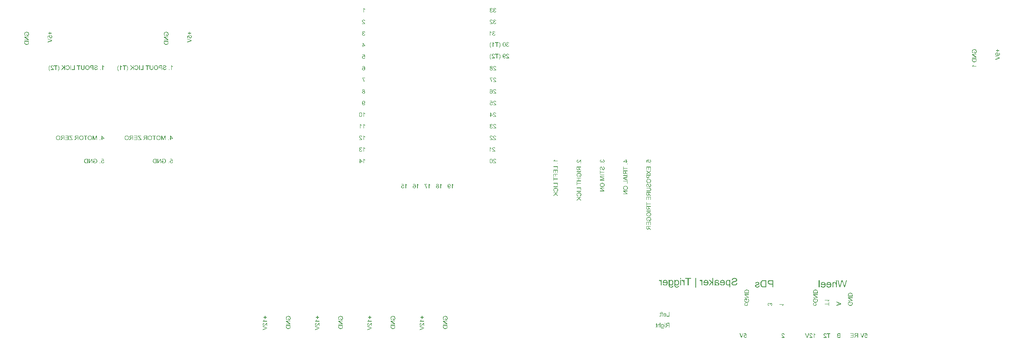
<source format=gbr>
%TF.GenerationSoftware,Altium Limited,Altium Designer,25.8.1 (18)*%
G04 Layer_Color=32896*
%FSLAX45Y45*%
%MOMM*%
%TF.SameCoordinates,54162AFE-A5A8-4166-B9B9-F60AE772EB98*%
%TF.FilePolarity,Positive*%
%TF.FileFunction,Legend,Bot*%
%TF.Part,Single*%
G01*
G75*
G36*
X17951489Y2796329D02*
X17953885Y2796121D01*
X17956071Y2795809D01*
X17958154Y2795288D01*
X17960133Y2794767D01*
X17961903Y2794142D01*
X17963570Y2793518D01*
X17965028Y2792893D01*
X17966382Y2792164D01*
X17967526Y2791539D01*
X17968568Y2790914D01*
X17969402Y2790393D01*
X17970027Y2789873D01*
X17970444Y2789560D01*
X17970757Y2789352D01*
X17970860Y2789248D01*
X17972318Y2787894D01*
X17973567Y2786332D01*
X17974713Y2784770D01*
X17975754Y2783000D01*
X17976587Y2781333D01*
X17977420Y2779667D01*
X17978046Y2777897D01*
X17978566Y2776335D01*
X17979086Y2774772D01*
X17979399Y2773314D01*
X17979712Y2771961D01*
X17979919Y2770815D01*
X17980025Y2769878D01*
X17980128Y2769253D01*
X17980232Y2768836D01*
Y2768628D01*
X17968152Y2767379D01*
X17968048Y2769045D01*
X17967944Y2770607D01*
X17967319Y2773314D01*
X17966486Y2775814D01*
X17966069Y2776855D01*
X17965549Y2777793D01*
X17965132Y2778626D01*
X17964610Y2779355D01*
X17964195Y2779979D01*
X17963882Y2780500D01*
X17963466Y2780917D01*
X17963257Y2781229D01*
X17963153Y2781333D01*
X17963049Y2781437D01*
X17962009Y2782375D01*
X17960966Y2783208D01*
X17959821Y2783833D01*
X17958675Y2784457D01*
X17956384Y2785395D01*
X17954198Y2786020D01*
X17952322Y2786332D01*
X17951489Y2786540D01*
X17950761D01*
X17950136Y2786644D01*
X17947845D01*
X17946387Y2786436D01*
X17943784Y2785915D01*
X17941595Y2785082D01*
X17939618Y2784249D01*
X17938161Y2783312D01*
X17937535Y2782895D01*
X17937013Y2782479D01*
X17936598Y2782166D01*
X17936285Y2781958D01*
X17936182Y2781854D01*
X17936076Y2781750D01*
X17935139Y2780813D01*
X17934412Y2779875D01*
X17933682Y2778938D01*
X17933160Y2777897D01*
X17932224Y2775918D01*
X17931599Y2774043D01*
X17931287Y2772481D01*
X17931078Y2771752D01*
Y2771128D01*
X17930974Y2770711D01*
Y2770294D01*
Y2770086D01*
Y2769982D01*
X17931078Y2768732D01*
X17931181Y2767483D01*
X17931807Y2764983D01*
X17932744Y2762588D01*
X17933786Y2760401D01*
X17934827Y2758527D01*
X17935245Y2757798D01*
X17935764Y2757069D01*
X17936076Y2756548D01*
X17936389Y2756131D01*
X17936493Y2755923D01*
X17936598Y2755819D01*
X17937743Y2754361D01*
X17939098Y2752799D01*
X17940659Y2751133D01*
X17942325Y2749466D01*
X17945763Y2746030D01*
X17949303Y2742801D01*
X17950969Y2741239D01*
X17952635Y2739886D01*
X17954092Y2738636D01*
X17955344Y2737594D01*
X17956384Y2736657D01*
X17957114Y2736032D01*
X17957634Y2735512D01*
X17957841Y2735408D01*
X17959717Y2733845D01*
X17961383Y2732387D01*
X17963049Y2731034D01*
X17964507Y2729680D01*
X17965965Y2728430D01*
X17967215Y2727180D01*
X17968359Y2726139D01*
X17969402Y2725098D01*
X17970338Y2724160D01*
X17971068Y2723327D01*
X17971797Y2722598D01*
X17972318Y2722078D01*
X17972838Y2721557D01*
X17973151Y2721244D01*
X17973254Y2721036D01*
X17973360Y2720932D01*
X17975233Y2718641D01*
X17976796Y2716350D01*
X17978149Y2714163D01*
X17979192Y2712184D01*
X17980025Y2710518D01*
X17980336Y2709789D01*
X17980649Y2709268D01*
X17980856Y2708748D01*
X17980962Y2708435D01*
X17981065Y2708227D01*
Y2708123D01*
X17981586Y2706665D01*
X17981898Y2705207D01*
X17982211Y2703853D01*
X17982315Y2702603D01*
X17982419Y2701562D01*
Y2700729D01*
Y2700208D01*
Y2700000D01*
X17918790D01*
Y2711351D01*
X17966173D01*
X17964507Y2713642D01*
X17963673Y2714684D01*
X17962840Y2715621D01*
X17962112Y2716454D01*
X17961591Y2717079D01*
X17961176Y2717495D01*
X17961070Y2717600D01*
X17960446Y2718224D01*
X17959613Y2719058D01*
X17958675Y2719891D01*
X17957634Y2720828D01*
X17955447Y2722911D01*
X17953156Y2724889D01*
X17950969Y2726764D01*
X17950032Y2727597D01*
X17949094Y2728326D01*
X17948470Y2728951D01*
X17947845Y2729367D01*
X17947533Y2729680D01*
X17947427Y2729784D01*
X17945137Y2731763D01*
X17942950Y2733637D01*
X17940971Y2735303D01*
X17939201Y2736970D01*
X17937535Y2738428D01*
X17936076Y2739886D01*
X17934723Y2741135D01*
X17933473Y2742281D01*
X17932433Y2743218D01*
X17931599Y2744155D01*
X17930870Y2744884D01*
X17930244Y2745509D01*
X17929829Y2746030D01*
X17929411Y2746342D01*
X17929308Y2746551D01*
X17929204Y2746655D01*
X17927225Y2748946D01*
X17925664Y2751029D01*
X17924309Y2753007D01*
X17923164Y2754778D01*
X17922330Y2756236D01*
X17921706Y2757381D01*
X17921497Y2757798D01*
X17921393Y2758110D01*
X17921289Y2758214D01*
Y2758318D01*
X17920456Y2760401D01*
X17919936Y2762484D01*
X17919519Y2764358D01*
X17919206Y2766129D01*
X17918999Y2767587D01*
X17918893Y2768732D01*
Y2769149D01*
Y2769461D01*
Y2769565D01*
Y2769670D01*
X17918999Y2771752D01*
X17919206Y2773731D01*
X17919623Y2775606D01*
X17920143Y2777480D01*
X17920769Y2779146D01*
X17921497Y2780708D01*
X17922226Y2782166D01*
X17922955Y2783416D01*
X17923685Y2784666D01*
X17924413Y2785707D01*
X17925142Y2786644D01*
X17925768Y2787373D01*
X17926288Y2787894D01*
X17926704Y2788415D01*
X17926913Y2788623D01*
X17927017Y2788727D01*
X17928580Y2790081D01*
X17930244Y2791227D01*
X17932014Y2792268D01*
X17933890Y2793205D01*
X17935660Y2793934D01*
X17937535Y2794559D01*
X17939305Y2795080D01*
X17941077Y2795496D01*
X17942638Y2795809D01*
X17944200Y2796017D01*
X17945554Y2796225D01*
X17946700Y2796329D01*
X17947636Y2796434D01*
X17948990D01*
X17951489Y2796329D01*
D02*
G37*
G36*
X18065211Y2784770D02*
X18033553D01*
Y2700000D01*
X18020847D01*
Y2784770D01*
X17989188D01*
Y2796121D01*
X18065211D01*
Y2784770D01*
D02*
G37*
G36*
X18040218Y3521219D02*
X18037820Y3519865D01*
X18035530Y3518303D01*
X18033344Y3516532D01*
X18031470Y3514762D01*
X18029700Y3513200D01*
X18029074Y3512471D01*
X18028448Y3511950D01*
X18027928Y3511430D01*
X18027615Y3511013D01*
X18027406Y3510805D01*
X18027303Y3510701D01*
X18024908Y3507889D01*
X18022826Y3504869D01*
X18020847Y3501953D01*
X18019180Y3499245D01*
X18018556Y3498100D01*
X18017931Y3496954D01*
X18017307Y3495913D01*
X18016888Y3495080D01*
X18016577Y3494351D01*
X18016264Y3493830D01*
X18016161Y3493518D01*
X18016055Y3493413D01*
X18004704D01*
X18005537Y3495496D01*
X18006474Y3497683D01*
X18007516Y3499766D01*
X18008453Y3501640D01*
X18009390Y3503307D01*
X18009705Y3504036D01*
X18010120Y3504661D01*
X18010329Y3505181D01*
X18010538Y3505494D01*
X18010745Y3505702D01*
Y3505806D01*
X18012308Y3508305D01*
X18013765Y3510492D01*
X18015118Y3512471D01*
X18016370Y3514033D01*
X18017410Y3515387D01*
X18018140Y3516324D01*
X18018660Y3516845D01*
X18018867Y3517053D01*
X17943784D01*
Y3528821D01*
X18040218D01*
Y3521219D01*
D02*
G37*
G36*
X18039903Y3400000D02*
X18028552D01*
Y3431658D01*
X17943784D01*
Y3444363D01*
X18028552D01*
Y3476022D01*
X18039903D01*
Y3400000D01*
D02*
G37*
G36*
X8792219Y6068605D02*
X8793781Y6066314D01*
X8795552Y6064127D01*
X8797322Y6062252D01*
X8798884Y6060482D01*
X8799613Y6059857D01*
X8800134Y6059232D01*
X8800655Y6058712D01*
X8801071Y6058399D01*
X8801280Y6058191D01*
X8801384Y6058087D01*
X8804195Y6055691D01*
X8807216Y6053609D01*
X8810131Y6051630D01*
X8812839Y6049964D01*
X8813985Y6049339D01*
X8815130Y6048714D01*
X8816172Y6048089D01*
X8817005Y6047673D01*
X8817734Y6047360D01*
X8818254Y6047048D01*
X8818567Y6046944D01*
X8818671Y6046840D01*
Y6035488D01*
X8816588Y6036321D01*
X8814401Y6037259D01*
X8812318Y6038300D01*
X8810444Y6039237D01*
X8808778Y6040175D01*
X8808049Y6040487D01*
X8807424Y6040904D01*
X8806903Y6041112D01*
X8806591Y6041320D01*
X8806382Y6041528D01*
X8806278D01*
X8803779Y6043091D01*
X8801592Y6044548D01*
X8799613Y6045902D01*
X8798051Y6047152D01*
X8796697Y6048193D01*
X8795760Y6048922D01*
X8795239Y6049443D01*
X8795031Y6049651D01*
Y5974566D01*
X8783263D01*
Y6071000D01*
X8790866D01*
X8792219Y6068605D01*
D02*
G37*
G36*
X8750876Y6020076D02*
X8739837Y6018513D01*
X8738796Y6019971D01*
X8737650Y6021325D01*
X8736400Y6022471D01*
X8735359Y6023512D01*
X8734318Y6024241D01*
X8733484Y6024866D01*
X8732964Y6025178D01*
X8732755Y6025283D01*
X8730985Y6026220D01*
X8729215Y6026845D01*
X8727444Y6027365D01*
X8725778Y6027678D01*
X8724424Y6027886D01*
X8723279Y6027990D01*
X8722341D01*
X8720675Y6027886D01*
X8719113Y6027782D01*
X8717551Y6027470D01*
X8716197Y6027053D01*
X8713594Y6026116D01*
X8712552Y6025595D01*
X8711511Y6025074D01*
X8710574Y6024449D01*
X8709845Y6023929D01*
X8709116Y6023408D01*
X8708595Y6022992D01*
X8708178Y6022575D01*
X8707762Y6022263D01*
X8707658Y6022158D01*
X8707554Y6022054D01*
X8706512Y6020909D01*
X8705679Y6019659D01*
X8704846Y6018409D01*
X8704221Y6017160D01*
X8703180Y6014452D01*
X8702555Y6011953D01*
X8702347Y6010703D01*
X8702138Y6009662D01*
X8702034Y6008620D01*
X8701930Y6007787D01*
X8701826Y6007058D01*
Y6006537D01*
Y6006225D01*
Y6006121D01*
X8701930Y6004142D01*
X8702034Y6002372D01*
X8702347Y6000601D01*
X8702763Y5998935D01*
X8703180Y5997477D01*
X8703700Y5996019D01*
X8704221Y5994770D01*
X8704742Y5993624D01*
X8705367Y5992583D01*
X8705887Y5991645D01*
X8706408Y5990916D01*
X8706825Y5990187D01*
X8707241Y5989667D01*
X8707554Y5989354D01*
X8707658Y5989146D01*
X8707762Y5989042D01*
X8708907Y5987896D01*
X8710053Y5986959D01*
X8711198Y5986126D01*
X8712448Y5985397D01*
X8713698Y5984772D01*
X8714843Y5984251D01*
X8717134Y5983522D01*
X8719113Y5983002D01*
X8719946Y5982898D01*
X8720675Y5982793D01*
X8721300Y5982689D01*
X8722133D01*
X8723487Y5982793D01*
X8724737Y5982898D01*
X8727028Y5983418D01*
X8729111Y5984147D01*
X8730881Y5984980D01*
X8732339Y5985709D01*
X8733380Y5986438D01*
X8733797Y5986751D01*
X8734109Y5986959D01*
X8734213Y5987167D01*
X8734318D01*
X8735151Y5988105D01*
X8735984Y5989042D01*
X8737338Y5991125D01*
X8738483Y5993416D01*
X8739316Y5995603D01*
X8739837Y5997581D01*
X8740149Y5998519D01*
X8740254Y5999248D01*
X8740358Y5999872D01*
X8740462Y6000289D01*
X8740566Y6000601D01*
Y6000706D01*
X8752959Y5999768D01*
X8752646Y5997581D01*
X8752230Y5995394D01*
X8751709Y5993416D01*
X8750980Y5991541D01*
X8750251Y5989875D01*
X8749522Y5988209D01*
X8748689Y5986751D01*
X8747856Y5985501D01*
X8747023Y5984251D01*
X8746294Y5983210D01*
X8745565Y5982377D01*
X8744836Y5981648D01*
X8744315Y5981023D01*
X8743898Y5980607D01*
X8743690Y5980398D01*
X8743586Y5980294D01*
X8741920Y5979044D01*
X8740254Y5977899D01*
X8738483Y5976962D01*
X8736713Y5976129D01*
X8734942Y5975400D01*
X8733172Y5974775D01*
X8731402Y5974254D01*
X8729735Y5973942D01*
X8728173Y5973629D01*
X8726715Y5973421D01*
X8725466Y5973213D01*
X8724320Y5973108D01*
X8723383Y5973004D01*
X8722133D01*
X8719217Y5973108D01*
X8716510Y5973525D01*
X8713906Y5974046D01*
X8711511Y5974879D01*
X8709220Y5975712D01*
X8707137Y5976649D01*
X8705262Y5977795D01*
X8703596Y5978836D01*
X8702034Y5979878D01*
X8700680Y5981023D01*
X8699535Y5981960D01*
X8698598Y5982898D01*
X8697869Y5983627D01*
X8697348Y5984147D01*
X8697035Y5984564D01*
X8696931Y5984668D01*
X8695577Y5986438D01*
X8694432Y5988313D01*
X8693391Y5990292D01*
X8692557Y5992166D01*
X8691828Y5994041D01*
X8691204Y5995915D01*
X8690683Y5997790D01*
X8690266Y5999456D01*
X8689954Y6001122D01*
X8689746Y6002580D01*
X8689537Y6003830D01*
X8689433Y6004975D01*
X8689329Y6005913D01*
Y6006537D01*
Y6007058D01*
Y6007162D01*
X8689433Y6009662D01*
X8689746Y6012057D01*
X8690162Y6014348D01*
X8690683Y6016431D01*
X8691308Y6018513D01*
X8692141Y6020284D01*
X8692870Y6022054D01*
X8693703Y6023616D01*
X8694536Y6024970D01*
X8695265Y6026116D01*
X8695994Y6027261D01*
X8696723Y6028094D01*
X8697244Y6028719D01*
X8697660Y6029240D01*
X8697973Y6029552D01*
X8698077Y6029656D01*
X8699743Y6031219D01*
X8701513Y6032572D01*
X8703284Y6033718D01*
X8705054Y6034759D01*
X8706825Y6035592D01*
X8708595Y6036321D01*
X8710261Y6036842D01*
X8711927Y6037363D01*
X8713385Y6037675D01*
X8714843Y6037988D01*
X8716093Y6038092D01*
X8717134Y6038300D01*
X8717968D01*
X8718697Y6038404D01*
X8719217D01*
X8720988Y6038300D01*
X8722758Y6038196D01*
X8724424Y6037884D01*
X8726090Y6037467D01*
X8729111Y6036530D01*
X8730569Y6035905D01*
X8731818Y6035384D01*
X8733068Y6034863D01*
X8734109Y6034239D01*
X8735047Y6033718D01*
X8735880Y6033301D01*
X8736504Y6032885D01*
X8736921Y6032677D01*
X8737233Y6032468D01*
X8737338Y6032364D01*
X8732235Y6058191D01*
X8693807D01*
Y6069438D01*
X8741607D01*
X8750876Y6020076D01*
D02*
G37*
G36*
X9045855Y6068605D02*
X9047417Y6066314D01*
X9049187Y6064127D01*
X9050958Y6062252D01*
X9052520Y6060482D01*
X9053249Y6059857D01*
X9053770Y6059232D01*
X9054290Y6058712D01*
X9054707Y6058399D01*
X9054915Y6058191D01*
X9055019Y6058087D01*
X9057831Y6055691D01*
X9060851Y6053609D01*
X9063767Y6051630D01*
X9066475Y6049964D01*
X9067620Y6049339D01*
X9068766Y6048714D01*
X9069807Y6048089D01*
X9070640Y6047673D01*
X9071369Y6047360D01*
X9071890Y6047048D01*
X9072202Y6046944D01*
X9072306Y6046840D01*
Y6035488D01*
X9070224Y6036321D01*
X9068037Y6037259D01*
X9065954Y6038300D01*
X9064079Y6039237D01*
X9062413Y6040175D01*
X9061684Y6040487D01*
X9061059Y6040904D01*
X9060539Y6041112D01*
X9060226Y6041320D01*
X9060018Y6041528D01*
X9059914D01*
X9057414Y6043091D01*
X9055228Y6044548D01*
X9053249Y6045902D01*
X9051687Y6047152D01*
X9050333Y6048193D01*
X9049396Y6048922D01*
X9048875Y6049443D01*
X9048667Y6049651D01*
Y5974566D01*
X9036899D01*
Y6071000D01*
X9044501D01*
X9045855Y6068605D01*
D02*
G37*
G36*
X8975456Y6070896D02*
X8978060Y6070479D01*
X8980559Y6069959D01*
X8982850Y6069230D01*
X8985037Y6068397D01*
X8987016Y6067459D01*
X8988890Y6066522D01*
X8990557Y6065481D01*
X8992015Y6064439D01*
X8993264Y6063502D01*
X8994410Y6062565D01*
X8995243Y6061732D01*
X8995972Y6061003D01*
X8996493Y6060482D01*
X8996805Y6060065D01*
X8996909Y6059961D01*
X8998679Y6057462D01*
X9000346Y6054650D01*
X9001700Y6051526D01*
X9002845Y6048298D01*
X9003886Y6044965D01*
X9004720Y6041633D01*
X9005344Y6038300D01*
X9005969Y6034968D01*
X9006386Y6031843D01*
X9006698Y6028927D01*
X9006907Y6026324D01*
X9007011Y6024033D01*
X9007115Y6022992D01*
Y6022158D01*
X9007219Y6021325D01*
Y6020700D01*
Y6020180D01*
Y6019763D01*
Y6019555D01*
Y6019451D01*
X9007115Y6014973D01*
X9006802Y6010807D01*
X9006386Y6006954D01*
X9005761Y6003413D01*
X9005032Y6000185D01*
X9004303Y5997269D01*
X9003470Y5994665D01*
X9002533Y5992374D01*
X9001700Y5990292D01*
X9000866Y5988521D01*
X9000137Y5987063D01*
X8999408Y5985918D01*
X8998784Y5984980D01*
X8998367Y5984356D01*
X8998055Y5983939D01*
X8997951Y5983835D01*
X8996180Y5981960D01*
X8994201Y5980294D01*
X8992327Y5978836D01*
X8990244Y5977586D01*
X8988265Y5976545D01*
X8986287Y5975608D01*
X8984308Y5974983D01*
X8982434Y5974358D01*
X8980663Y5973942D01*
X8979101Y5973629D01*
X8977643Y5973317D01*
X8976394Y5973213D01*
X8975352Y5973108D01*
X8974519Y5973004D01*
X8973894D01*
X8970770Y5973213D01*
X8967854Y5973629D01*
X8965146Y5974254D01*
X8962855Y5975087D01*
X8961918Y5975400D01*
X8960981Y5975816D01*
X8960252Y5976129D01*
X8959627Y5976441D01*
X8959106Y5976649D01*
X8958690Y5976857D01*
X8958481Y5977066D01*
X8958377D01*
X8955982Y5978732D01*
X8953795Y5980711D01*
X8951921Y5982689D01*
X8950463Y5984564D01*
X8949213Y5986334D01*
X8948796Y5987063D01*
X8948380Y5987688D01*
X8948067Y5988209D01*
X8947859Y5988625D01*
X8947651Y5988834D01*
Y5988938D01*
X8946297Y5991958D01*
X8945360Y5994874D01*
X8944631Y5997685D01*
X8944214Y6000289D01*
X8944006Y6001435D01*
X8943902Y6002580D01*
X8943798Y6003517D01*
Y6004246D01*
X8943694Y6004975D01*
Y6005392D01*
Y6005704D01*
Y6005808D01*
X8943798Y6008308D01*
X8944006Y6010703D01*
X8944423Y6012994D01*
X8944943Y6015077D01*
X8945672Y6017056D01*
X8946297Y6018930D01*
X8947130Y6020596D01*
X8947859Y6022158D01*
X8948588Y6023512D01*
X8949421Y6024762D01*
X8950046Y6025803D01*
X8950671Y6026636D01*
X8951296Y6027365D01*
X8951712Y6027782D01*
X8951921Y6028094D01*
X8952025Y6028199D01*
X8953587Y6029761D01*
X8955253Y6031114D01*
X8956919Y6032260D01*
X8958690Y6033301D01*
X8960356Y6034134D01*
X8962022Y6034863D01*
X8963688Y6035384D01*
X8965146Y6035905D01*
X8966604Y6036217D01*
X8967958Y6036530D01*
X8969104Y6036634D01*
X8970145Y6036842D01*
X8970978D01*
X8971603Y6036946D01*
X8972124D01*
X8974623Y6036842D01*
X8977018Y6036426D01*
X8979205Y6035905D01*
X8981184Y6035384D01*
X8982850Y6034759D01*
X8983475Y6034447D01*
X8984100Y6034239D01*
X8984516Y6034030D01*
X8984829Y6033822D01*
X8985037Y6033718D01*
X8985141D01*
X8987328Y6032364D01*
X8989307Y6030906D01*
X8991077Y6029344D01*
X8992639Y6027782D01*
X8993785Y6026324D01*
X8994722Y6025178D01*
X8995035Y6024762D01*
X8995243Y6024449D01*
X8995447Y6024246D01*
X8995451Y6024137D01*
Y6024241D01*
X8995447Y6024246D01*
X8995347Y6026741D01*
X8995243Y6029240D01*
X8995139Y6031531D01*
X8994930Y6033614D01*
X8994618Y6035592D01*
X8994306Y6037467D01*
X8994097Y6039133D01*
X8993785Y6040591D01*
X8993472Y6041841D01*
X8993160Y6042986D01*
X8992848Y6044028D01*
X8992639Y6044757D01*
X8992431Y6045382D01*
X8992223Y6045902D01*
X8992119Y6046111D01*
Y6046215D01*
X8990765Y6048922D01*
X8989411Y6051318D01*
X8987953Y6053400D01*
X8986495Y6055067D01*
X8985245Y6056420D01*
X8984308Y6057358D01*
X8983892Y6057670D01*
X8983579Y6057878D01*
X8983475Y6058087D01*
X8983371D01*
X8981705Y6059128D01*
X8980038Y6059961D01*
X8978372Y6060482D01*
X8976810Y6060898D01*
X8975456Y6061107D01*
X8974311Y6061315D01*
X8973373D01*
X8972124Y6061211D01*
X8970874Y6061107D01*
X8968583Y6060482D01*
X8966500Y6059753D01*
X8964834Y6058816D01*
X8963376Y6057878D01*
X8962335Y6057045D01*
X8962022Y6056733D01*
X8961710Y6056420D01*
X8961606Y6056316D01*
X8961502Y6056212D01*
X8960460Y6054858D01*
X8959627Y6053296D01*
X8958794Y6051630D01*
X8958169Y6049964D01*
X8957648Y6048506D01*
X8957336Y6047256D01*
X8957232Y6046735D01*
X8957128Y6046423D01*
X8957023Y6046215D01*
Y6046111D01*
X8945256Y6047048D01*
X8945568Y6049131D01*
X8946089Y6051005D01*
X8946609Y6052776D01*
X8947234Y6054442D01*
X8947963Y6056004D01*
X8948692Y6057462D01*
X8949421Y6058816D01*
X8950150Y6059961D01*
X8950879Y6061003D01*
X8951608Y6061940D01*
X8952233Y6062773D01*
X8952858Y6063398D01*
X8953274Y6063919D01*
X8953691Y6064231D01*
X8953899Y6064439D01*
X8954003Y6064543D01*
X8955461Y6065689D01*
X8956919Y6066626D01*
X8958377Y6067563D01*
X8959939Y6068292D01*
X8961606Y6068917D01*
X8963064Y6069438D01*
X8966084Y6070167D01*
X8967437Y6070479D01*
X8968687Y6070688D01*
X8969833Y6070792D01*
X8970770Y6070896D01*
X8971499Y6071000D01*
X8972644D01*
X8975456Y6070896D01*
D02*
G37*
G36*
X9299855Y6068605D02*
X9301417Y6066314D01*
X9303187Y6064127D01*
X9304958Y6062252D01*
X9306520Y6060482D01*
X9307249Y6059857D01*
X9307770Y6059232D01*
X9308290Y6058712D01*
X9308707Y6058399D01*
X9308915Y6058191D01*
X9309019Y6058087D01*
X9311831Y6055691D01*
X9314851Y6053609D01*
X9317767Y6051630D01*
X9320475Y6049964D01*
X9321620Y6049339D01*
X9322766Y6048714D01*
X9323807Y6048089D01*
X9324640Y6047673D01*
X9325369Y6047360D01*
X9325890Y6047048D01*
X9326202Y6046944D01*
X9326306Y6046840D01*
Y6035488D01*
X9324224Y6036321D01*
X9322037Y6037259D01*
X9319954Y6038300D01*
X9318079Y6039237D01*
X9316413Y6040175D01*
X9315684Y6040487D01*
X9315059Y6040904D01*
X9314539Y6041112D01*
X9314226Y6041320D01*
X9314018Y6041528D01*
X9313914D01*
X9311414Y6043091D01*
X9309228Y6044548D01*
X9307249Y6045902D01*
X9305687Y6047152D01*
X9304333Y6048193D01*
X9303396Y6048922D01*
X9302875Y6049443D01*
X9302667Y6049651D01*
Y5974566D01*
X9290899D01*
Y6071000D01*
X9298501D01*
X9299855Y6068605D01*
D02*
G37*
G36*
X9259865Y6058087D02*
X9212794D01*
X9214460Y6056108D01*
X9216126Y6054025D01*
X9219251Y6049755D01*
X9222166Y6045590D01*
X9223520Y6043507D01*
X9224770Y6041633D01*
X9225811Y6039758D01*
X9226853Y6038092D01*
X9227686Y6036634D01*
X9228519Y6035384D01*
X9229040Y6034343D01*
X9229456Y6033510D01*
X9229769Y6033093D01*
X9229873Y6032885D01*
X9232685Y6027261D01*
X9235080Y6021742D01*
X9236225Y6019138D01*
X9237163Y6016535D01*
X9238100Y6014035D01*
X9238933Y6011744D01*
X9239662Y6009662D01*
X9240287Y6007787D01*
X9240808Y6006017D01*
X9241224Y6004559D01*
X9241641Y6003413D01*
X9241849Y6002580D01*
X9241953Y6002059D01*
X9242057Y6001851D01*
X9242786Y5998935D01*
X9243515Y5996123D01*
X9244036Y5993416D01*
X9244557Y5990812D01*
X9244973Y5988417D01*
X9245286Y5986126D01*
X9245598Y5984147D01*
X9245806Y5982169D01*
X9246015Y5980502D01*
X9246119Y5978940D01*
X9246223Y5977691D01*
X9246327Y5976545D01*
X9246431Y5975712D01*
Y5975087D01*
Y5974671D01*
Y5974566D01*
X9234351D01*
X9233934Y5979773D01*
X9233622Y5982273D01*
X9233205Y5984668D01*
X9232893Y5986959D01*
X9232476Y5989146D01*
X9232164Y5991229D01*
X9231747Y5993103D01*
X9231435Y5994770D01*
X9231018Y5996332D01*
X9230706Y5997685D01*
X9230394Y5998831D01*
X9230185Y5999664D01*
X9229977Y6000393D01*
X9229873Y6000810D01*
Y6000914D01*
X9227894Y6007266D01*
X9226749Y6010391D01*
X9225603Y6013411D01*
X9224458Y6016222D01*
X9223312Y6019034D01*
X9222166Y6021638D01*
X9221125Y6024033D01*
X9220084Y6026220D01*
X9219146Y6028199D01*
X9218209Y6029969D01*
X9217480Y6031427D01*
X9216855Y6032677D01*
X9216439Y6033510D01*
X9216126Y6034030D01*
X9216022Y6034239D01*
X9214356Y6037155D01*
X9212586Y6039966D01*
X9210919Y6042674D01*
X9209357Y6045069D01*
X9207795Y6047360D01*
X9206233Y6049547D01*
X9204775Y6051526D01*
X9203421Y6053296D01*
X9202172Y6054858D01*
X9201130Y6056212D01*
X9200089Y6057358D01*
X9199256Y6058399D01*
X9198631Y6059128D01*
X9198110Y6059753D01*
X9197798Y6060065D01*
X9197694Y6060169D01*
Y6069438D01*
X9259865D01*
Y6058087D01*
D02*
G37*
G36*
X9553959Y6068605D02*
X9555521Y6066314D01*
X9557292Y6064127D01*
X9559062Y6062252D01*
X9560624Y6060482D01*
X9561353Y6059857D01*
X9561874Y6059232D01*
X9562394Y6058712D01*
X9562811Y6058399D01*
X9563019Y6058191D01*
X9563123Y6058087D01*
X9565935Y6055691D01*
X9568955Y6053609D01*
X9571871Y6051630D01*
X9574579Y6049964D01*
X9575724Y6049339D01*
X9576870Y6048714D01*
X9577911Y6048089D01*
X9578744Y6047673D01*
X9579473Y6047360D01*
X9579994Y6047048D01*
X9580306Y6046944D01*
X9580411Y6046840D01*
Y6035488D01*
X9578328Y6036321D01*
X9576141Y6037259D01*
X9574058Y6038300D01*
X9572184Y6039237D01*
X9570517Y6040175D01*
X9569788Y6040487D01*
X9569163Y6040904D01*
X9568643Y6041112D01*
X9568330Y6041320D01*
X9568122Y6041528D01*
X9568018D01*
X9565519Y6043091D01*
X9563332Y6044548D01*
X9561353Y6045902D01*
X9559791Y6047152D01*
X9558437Y6048193D01*
X9557500Y6048922D01*
X9556979Y6049443D01*
X9556771Y6049651D01*
Y5974566D01*
X9545003D01*
Y6071000D01*
X9552605D01*
X9553959Y6068605D01*
D02*
G37*
G36*
X9485851Y6070896D02*
X9488038Y6070688D01*
X9490017Y6070375D01*
X9491996Y6069855D01*
X9493766Y6069334D01*
X9495328Y6068709D01*
X9496890Y6068084D01*
X9498244Y6067459D01*
X9499494Y6066730D01*
X9500535Y6066105D01*
X9501472Y6065481D01*
X9502201Y6064960D01*
X9502826Y6064439D01*
X9503243Y6064127D01*
X9503451Y6063919D01*
X9503555Y6063814D01*
X9504909Y6062461D01*
X9506055Y6061003D01*
X9506992Y6059545D01*
X9507929Y6058087D01*
X9508658Y6056525D01*
X9509179Y6055067D01*
X9509700Y6053713D01*
X9510116Y6052359D01*
X9510429Y6051005D01*
X9510637Y6049860D01*
X9510845Y6048818D01*
X9510949Y6047985D01*
Y6047256D01*
X9511053Y6046631D01*
Y6046319D01*
Y6046215D01*
X9510949Y6043715D01*
X9510533Y6041424D01*
X9509908Y6039341D01*
X9509283Y6037571D01*
X9508658Y6036217D01*
X9508033Y6035176D01*
X9507825Y6034759D01*
X9507617Y6034447D01*
X9507513Y6034343D01*
Y6034239D01*
X9506055Y6032468D01*
X9504284Y6031010D01*
X9502514Y6029656D01*
X9500744Y6028615D01*
X9499181Y6027782D01*
X9498452Y6027365D01*
X9497828Y6027157D01*
X9497411Y6026949D01*
X9496994Y6026741D01*
X9496786Y6026636D01*
X9496682D01*
X9499806Y6025595D01*
X9502514Y6024345D01*
X9504805Y6022887D01*
X9506679Y6021429D01*
X9507513Y6020805D01*
X9508242Y6020076D01*
X9508866Y6019555D01*
X9509283Y6019034D01*
X9509700Y6018618D01*
X9510012Y6018305D01*
X9510116Y6018097D01*
X9510220Y6017993D01*
X9511053Y6016743D01*
X9511782Y6015493D01*
X9512928Y6012890D01*
X9513761Y6010286D01*
X9514282Y6007891D01*
X9514490Y6006746D01*
X9514698Y6005704D01*
X9514802Y6004767D01*
Y6003934D01*
X9514907Y6003309D01*
Y6002788D01*
Y6002476D01*
Y6002372D01*
X9514802Y6000081D01*
X9514490Y5997894D01*
X9514073Y5995707D01*
X9513553Y5993728D01*
X9512928Y5991958D01*
X9512199Y5990187D01*
X9511366Y5988625D01*
X9510533Y5987167D01*
X9509804Y5985814D01*
X9508971Y5984668D01*
X9508242Y5983731D01*
X9507617Y5982898D01*
X9507096Y5982169D01*
X9506679Y5981752D01*
X9506367Y5981440D01*
X9506263Y5981336D01*
X9504597Y5979878D01*
X9502722Y5978628D01*
X9500848Y5977482D01*
X9498973Y5976545D01*
X9496994Y5975712D01*
X9495120Y5975087D01*
X9493245Y5974462D01*
X9491475Y5974046D01*
X9489809Y5973733D01*
X9488247Y5973421D01*
X9486789Y5973213D01*
X9485643Y5973108D01*
X9484602D01*
X9483873Y5973004D01*
X9483248D01*
X9480644Y5973108D01*
X9478145Y5973317D01*
X9475854Y5973733D01*
X9473667Y5974358D01*
X9471688Y5974983D01*
X9469814Y5975608D01*
X9468044Y5976441D01*
X9466481Y5977170D01*
X9465128Y5977899D01*
X9463878Y5978732D01*
X9462837Y5979357D01*
X9461899Y5980086D01*
X9461274Y5980607D01*
X9460754Y5981023D01*
X9460441Y5981231D01*
X9460337Y5981336D01*
X9458775Y5982898D01*
X9457421Y5984668D01*
X9456276Y5986334D01*
X9455234Y5988105D01*
X9454401Y5989875D01*
X9453672Y5991541D01*
X9453152Y5993207D01*
X9452631Y5994874D01*
X9452318Y5996332D01*
X9452006Y5997685D01*
X9451902Y5998935D01*
X9451694Y5999977D01*
Y6000914D01*
X9451589Y6001539D01*
Y6001955D01*
Y6002059D01*
Y6003726D01*
X9451798Y6005288D01*
X9452318Y6008204D01*
X9453047Y6010807D01*
X9453881Y6012994D01*
X9454401Y6013931D01*
X9454818Y6014764D01*
X9455234Y6015493D01*
X9455547Y6016118D01*
X9455859Y6016639D01*
X9456067Y6016951D01*
X9456172Y6017160D01*
X9456276Y6017264D01*
X9458150Y6019555D01*
X9460337Y6021429D01*
X9462524Y6023096D01*
X9464711Y6024345D01*
X9466690Y6025387D01*
X9467523Y6025803D01*
X9468252Y6026116D01*
X9468877Y6026324D01*
X9469293Y6026532D01*
X9469606Y6026636D01*
X9469710D01*
X9467210Y6027782D01*
X9465023Y6028927D01*
X9463253Y6030281D01*
X9461691Y6031427D01*
X9460545Y6032572D01*
X9459712Y6033406D01*
X9459296Y6034030D01*
X9459088Y6034134D01*
Y6034239D01*
X9457942Y6036217D01*
X9457005Y6038196D01*
X9456380Y6040175D01*
X9455963Y6041945D01*
X9455755Y6043507D01*
X9455651Y6044236D01*
X9455547Y6044757D01*
Y6045277D01*
Y6045590D01*
Y6045798D01*
Y6045902D01*
X9455651Y6047777D01*
X9455859Y6049651D01*
X9456276Y6051422D01*
X9456796Y6053088D01*
X9457317Y6054650D01*
X9457942Y6056108D01*
X9458671Y6057462D01*
X9459400Y6058712D01*
X9460129Y6059753D01*
X9460858Y6060794D01*
X9461483Y6061627D01*
X9462003Y6062356D01*
X9462524Y6062877D01*
X9462941Y6063294D01*
X9463149Y6063502D01*
X9463253Y6063606D01*
X9464711Y6064960D01*
X9466377Y6066001D01*
X9467939Y6067043D01*
X9469710Y6067876D01*
X9471376Y6068605D01*
X9473042Y6069230D01*
X9474709Y6069646D01*
X9476271Y6070063D01*
X9477833Y6070375D01*
X9479187Y6070583D01*
X9480436Y6070792D01*
X9481478Y6070896D01*
X9482311Y6071000D01*
X9483560D01*
X9485851Y6070896D01*
D02*
G37*
G36*
X9807959Y6068605D02*
X9809521Y6066314D01*
X9811292Y6064127D01*
X9813062Y6062252D01*
X9814624Y6060482D01*
X9815353Y6059857D01*
X9815874Y6059232D01*
X9816394Y6058712D01*
X9816811Y6058399D01*
X9817019Y6058191D01*
X9817123Y6058087D01*
X9819935Y6055691D01*
X9822955Y6053609D01*
X9825871Y6051630D01*
X9828579Y6049964D01*
X9829724Y6049339D01*
X9830870Y6048714D01*
X9831911Y6048089D01*
X9832744Y6047673D01*
X9833473Y6047360D01*
X9833994Y6047048D01*
X9834306Y6046944D01*
X9834411Y6046840D01*
Y6035488D01*
X9832328Y6036321D01*
X9830141Y6037259D01*
X9828058Y6038300D01*
X9826184Y6039237D01*
X9824517Y6040175D01*
X9823788Y6040487D01*
X9823163Y6040904D01*
X9822643Y6041112D01*
X9822330Y6041320D01*
X9822122Y6041528D01*
X9822018D01*
X9819519Y6043091D01*
X9817332Y6044548D01*
X9815353Y6045902D01*
X9813791Y6047152D01*
X9812437Y6048193D01*
X9811500Y6048922D01*
X9810979Y6049443D01*
X9810771Y6049651D01*
Y5974566D01*
X9799003D01*
Y6071000D01*
X9806605D01*
X9807959Y6068605D01*
D02*
G37*
G36*
X9740997Y6070896D02*
X9743184Y6070583D01*
X9745371Y6070167D01*
X9747454Y6069646D01*
X9749328Y6068917D01*
X9751099Y6068188D01*
X9752765Y6067355D01*
X9754223Y6066522D01*
X9755577Y6065689D01*
X9756722Y6064856D01*
X9757764Y6064127D01*
X9758597Y6063398D01*
X9759222Y6062877D01*
X9759742Y6062461D01*
X9760055Y6062148D01*
X9760159Y6062044D01*
X9761617Y6060274D01*
X9762971Y6058503D01*
X9764116Y6056525D01*
X9765053Y6054546D01*
X9765886Y6052671D01*
X9766615Y6050693D01*
X9767136Y6048714D01*
X9767657Y6046944D01*
X9767969Y6045173D01*
X9768282Y6043611D01*
X9768386Y6042153D01*
X9768594Y6040904D01*
Y6039966D01*
X9768698Y6039133D01*
Y6038717D01*
Y6038508D01*
X9768594Y6035905D01*
X9768386Y6033510D01*
X9767969Y6031114D01*
X9767449Y6028927D01*
X9766824Y6026949D01*
X9766095Y6025074D01*
X9765366Y6023304D01*
X9764533Y6021846D01*
X9763804Y6020388D01*
X9763075Y6019138D01*
X9762346Y6018097D01*
X9761721Y6017264D01*
X9761200Y6016639D01*
X9760784Y6016118D01*
X9760575Y6015806D01*
X9760471Y6015702D01*
X9758909Y6014244D01*
X9757243Y6012890D01*
X9755577Y6011744D01*
X9753806Y6010807D01*
X9752140Y6009974D01*
X9750474Y6009245D01*
X9748912Y6008724D01*
X9747350Y6008204D01*
X9745892Y6007891D01*
X9744538Y6007579D01*
X9743392Y6007475D01*
X9742351Y6007266D01*
X9741518D01*
X9740893Y6007162D01*
X9740372D01*
X9737769Y6007266D01*
X9735269Y6007683D01*
X9732978Y6008204D01*
X9731000Y6008933D01*
X9729333Y6009557D01*
X9728709Y6009766D01*
X9728084Y6010078D01*
X9727667Y6010286D01*
X9727355Y6010495D01*
X9727146Y6010599D01*
X9727042D01*
X9724855Y6012057D01*
X9722981Y6013515D01*
X9721315Y6015077D01*
X9719857Y6016535D01*
X9718815Y6017785D01*
X9717982Y6018826D01*
X9717670Y6019242D01*
X9717566Y6019555D01*
X9717357Y6019659D01*
Y6018722D01*
Y6017993D01*
Y6017576D01*
Y6017368D01*
X9717461Y6014660D01*
X9717670Y6012057D01*
X9717878Y6009662D01*
X9718190Y6007475D01*
X9718399Y6006537D01*
X9718607Y6005600D01*
X9718711Y6004871D01*
X9718815Y6004246D01*
X9718919Y6003726D01*
X9719023Y6003309D01*
X9719128Y6003101D01*
Y6002997D01*
X9719857Y6000497D01*
X9720586Y5998206D01*
X9721315Y5996332D01*
X9721939Y5994770D01*
X9722564Y5993416D01*
X9723085Y5992478D01*
X9723397Y5991958D01*
X9723502Y5991750D01*
X9724543Y5990292D01*
X9725688Y5988938D01*
X9726834Y5987792D01*
X9727875Y5986855D01*
X9728813Y5986126D01*
X9729542Y5985501D01*
X9730062Y5985189D01*
X9730271Y5985085D01*
X9731833Y5984251D01*
X9733499Y5983731D01*
X9735061Y5983314D01*
X9736519Y5983002D01*
X9737769Y5982793D01*
X9738810Y5982689D01*
X9739747D01*
X9742038Y5982793D01*
X9744017Y5983210D01*
X9745787Y5983835D01*
X9747350Y5984460D01*
X9748495Y5985085D01*
X9749432Y5985709D01*
X9749953Y5986126D01*
X9750161Y5986230D01*
X9750890Y5986959D01*
X9751515Y5987792D01*
X9752765Y5989563D01*
X9753702Y5991437D01*
X9754431Y5993312D01*
X9754952Y5995082D01*
X9755160Y5995811D01*
X9755264Y5996436D01*
X9755472Y5997061D01*
Y5997477D01*
X9755577Y5997685D01*
Y5997790D01*
X9766928Y5996852D01*
X9766615Y5994770D01*
X9766199Y5992791D01*
X9765678Y5991021D01*
X9765053Y5989354D01*
X9764324Y5987792D01*
X9763700Y5986334D01*
X9762971Y5984980D01*
X9762242Y5983835D01*
X9761513Y5982793D01*
X9760784Y5981856D01*
X9760159Y5981023D01*
X9759638Y5980398D01*
X9759117Y5979878D01*
X9758805Y5979565D01*
X9758597Y5979357D01*
X9758493Y5979253D01*
X9757139Y5978107D01*
X9755681Y5977170D01*
X9754119Y5976337D01*
X9752557Y5975608D01*
X9750994Y5975087D01*
X9749537Y5974566D01*
X9746621Y5973837D01*
X9745267Y5973525D01*
X9744017Y5973317D01*
X9742872Y5973213D01*
X9741934Y5973108D01*
X9741101Y5973004D01*
X9740060D01*
X9738081Y5973108D01*
X9736207Y5973213D01*
X9732666Y5973837D01*
X9731000Y5974358D01*
X9729542Y5974775D01*
X9728084Y5975295D01*
X9726834Y5975816D01*
X9725584Y5976337D01*
X9724543Y5976857D01*
X9723710Y5977378D01*
X9722877Y5977795D01*
X9722356Y5978107D01*
X9721835Y5978420D01*
X9721627Y5978524D01*
X9721523Y5978628D01*
X9720065Y5979773D01*
X9718711Y5981023D01*
X9716316Y5983627D01*
X9714233Y5986438D01*
X9712567Y5989042D01*
X9711942Y5990292D01*
X9711317Y5991437D01*
X9710796Y5992478D01*
X9710380Y5993416D01*
X9710067Y5994145D01*
X9709859Y5994665D01*
X9709651Y5995082D01*
Y5995186D01*
X9708922Y5997373D01*
X9708297Y5999560D01*
X9707256Y6004350D01*
X9706527Y6009245D01*
X9706318Y6011640D01*
X9706110Y6013931D01*
X9705902Y6016118D01*
X9705798Y6018097D01*
X9705694Y6019971D01*
Y6021534D01*
X9705589Y6022783D01*
Y6023720D01*
Y6024345D01*
Y6024554D01*
Y6027782D01*
X9705798Y6030802D01*
X9706006Y6033614D01*
X9706214Y6036217D01*
X9706527Y6038613D01*
X9706839Y6040904D01*
X9707256Y6042882D01*
X9707568Y6044653D01*
X9707985Y6046319D01*
X9708401Y6047673D01*
X9708714Y6048818D01*
X9709026Y6049755D01*
X9709234Y6050589D01*
X9709443Y6051109D01*
X9709651Y6051422D01*
Y6051526D01*
X9710484Y6053192D01*
X9711317Y6054858D01*
X9712254Y6056316D01*
X9713192Y6057774D01*
X9714233Y6059024D01*
X9715170Y6060169D01*
X9716212Y6061315D01*
X9717149Y6062252D01*
X9717982Y6063085D01*
X9718815Y6063814D01*
X9719544Y6064439D01*
X9720273Y6064960D01*
X9720794Y6065376D01*
X9721210Y6065689D01*
X9721419Y6065793D01*
X9721523Y6065897D01*
X9722981Y6066834D01*
X9724439Y6067563D01*
X9726001Y6068292D01*
X9727459Y6068813D01*
X9730271Y6069750D01*
X9732978Y6070375D01*
X9734124Y6070583D01*
X9735269Y6070688D01*
X9736207Y6070896D01*
X9737040D01*
X9737665Y6071000D01*
X9738602D01*
X9740997Y6070896D01*
D02*
G37*
G36*
X10733660Y9921946D02*
X10735638Y9921738D01*
X10737513Y9921425D01*
X10739387Y9921009D01*
X10741053Y9920488D01*
X10742616Y9919967D01*
X10744074Y9919342D01*
X10745323Y9918822D01*
X10746573Y9918197D01*
X10747614Y9917572D01*
X10748447Y9917051D01*
X10749281Y9916531D01*
X10749801Y9916114D01*
X10750322Y9915802D01*
X10750530Y9915593D01*
X10750634Y9915489D01*
X10751988Y9914240D01*
X10753238Y9912782D01*
X10754383Y9911324D01*
X10755425Y9909866D01*
X10756362Y9908304D01*
X10757091Y9906846D01*
X10758445Y9903826D01*
X10758966Y9902472D01*
X10759382Y9901222D01*
X10759695Y9900076D01*
X10760007Y9899139D01*
X10760215Y9898306D01*
X10760319Y9897681D01*
X10760423Y9897265D01*
Y9897161D01*
X10748656Y9895078D01*
X10748031Y9898098D01*
X10747198Y9900701D01*
X10746260Y9902992D01*
X10745219Y9904763D01*
X10744386Y9906221D01*
X10743553Y9907158D01*
X10743032Y9907783D01*
X10742824Y9907991D01*
X10740949Y9909449D01*
X10739075Y9910490D01*
X10737096Y9911324D01*
X10735326Y9911844D01*
X10733660Y9912157D01*
X10733035Y9912261D01*
X10732410D01*
X10731889Y9912365D01*
X10731264D01*
X10728765Y9912157D01*
X10726578Y9911740D01*
X10724599Y9911011D01*
X10722933Y9910282D01*
X10721683Y9909449D01*
X10720746Y9908720D01*
X10720121Y9908304D01*
X10719913Y9908095D01*
X10719080Y9907262D01*
X10718455Y9906429D01*
X10717310Y9904554D01*
X10716476Y9902784D01*
X10715956Y9901118D01*
X10715643Y9899556D01*
X10715539Y9898410D01*
X10715435Y9897890D01*
Y9897577D01*
Y9897369D01*
Y9897265D01*
X10715539Y9895807D01*
X10715747Y9894453D01*
X10715956Y9893099D01*
X10716372Y9891954D01*
X10717414Y9889871D01*
X10718455Y9888205D01*
X10719601Y9886851D01*
X10720642Y9885913D01*
X10721059Y9885601D01*
X10721267Y9885393D01*
X10721475Y9885184D01*
X10721579D01*
X10723870Y9883831D01*
X10726266Y9882893D01*
X10728557Y9882164D01*
X10730639Y9881748D01*
X10732410Y9881435D01*
X10733139Y9881331D01*
X10733868D01*
X10734388Y9881227D01*
X10735742D01*
X10736367Y9881331D01*
X10736888Y9881435D01*
X10737096D01*
X10738346Y9871126D01*
X10736575Y9871542D01*
X10734909Y9871855D01*
X10733555Y9872063D01*
X10732306Y9872271D01*
X10731368D01*
X10730639Y9872375D01*
X10730015D01*
X10728557Y9872271D01*
X10727099Y9872167D01*
X10724495Y9871542D01*
X10722204Y9870709D01*
X10720225Y9869772D01*
X10718663Y9868730D01*
X10718039Y9868314D01*
X10717518Y9867897D01*
X10717101Y9867585D01*
X10716789Y9867272D01*
X10716685Y9867168D01*
X10716581Y9867064D01*
X10715643Y9866023D01*
X10714810Y9864981D01*
X10714081Y9863940D01*
X10713456Y9862794D01*
X10712519Y9860607D01*
X10711790Y9858420D01*
X10711478Y9856546D01*
X10711374Y9855817D01*
X10711269Y9855088D01*
X10711165Y9854567D01*
Y9854047D01*
Y9853838D01*
Y9853734D01*
X10711269Y9852172D01*
X10711374Y9850714D01*
X10712103Y9847902D01*
X10712936Y9845507D01*
X10713977Y9843424D01*
X10714602Y9842487D01*
X10715123Y9841758D01*
X10715539Y9841029D01*
X10715956Y9840508D01*
X10716372Y9840092D01*
X10716685Y9839779D01*
X10716789Y9839571D01*
X10716893Y9839467D01*
X10718039Y9838426D01*
X10719184Y9837592D01*
X10720330Y9836863D01*
X10721475Y9836135D01*
X10723870Y9835093D01*
X10726161Y9834468D01*
X10728036Y9834052D01*
X10728973Y9833948D01*
X10729598Y9833843D01*
X10730223Y9833739D01*
X10731056D01*
X10733555Y9833948D01*
X10735951Y9834468D01*
X10737929Y9835093D01*
X10739700Y9835926D01*
X10741158Y9836759D01*
X10742199Y9837384D01*
X10742511Y9837697D01*
X10742824Y9837905D01*
X10742928Y9838113D01*
X10743032D01*
X10743865Y9839050D01*
X10744698Y9839988D01*
X10746156Y9842175D01*
X10747302Y9844570D01*
X10748239Y9846965D01*
X10748968Y9849152D01*
X10749176Y9850089D01*
X10749385Y9850922D01*
X10749593Y9851651D01*
X10749697Y9852172D01*
X10749801Y9852484D01*
Y9852589D01*
X10761569Y9851027D01*
X10761257Y9848840D01*
X10760840Y9846757D01*
X10760215Y9844778D01*
X10759590Y9842904D01*
X10758861Y9841133D01*
X10758028Y9839571D01*
X10757195Y9838009D01*
X10756362Y9836759D01*
X10755529Y9835510D01*
X10754800Y9834468D01*
X10754071Y9833531D01*
X10753446Y9832802D01*
X10752821Y9832177D01*
X10752405Y9831761D01*
X10752196Y9831552D01*
X10752092Y9831448D01*
X10750530Y9830094D01*
X10748760Y9828949D01*
X10747094Y9828012D01*
X10745323Y9827074D01*
X10743553Y9826345D01*
X10741782Y9825825D01*
X10740116Y9825304D01*
X10738450Y9824887D01*
X10736888Y9824575D01*
X10735534Y9824367D01*
X10734284Y9824158D01*
X10733139Y9824054D01*
X10732306D01*
X10731577Y9823950D01*
X10731056D01*
X10728453Y9824054D01*
X10726057Y9824367D01*
X10723766Y9824783D01*
X10721579Y9825304D01*
X10719496Y9825929D01*
X10717622Y9826658D01*
X10715852Y9827491D01*
X10714289Y9828324D01*
X10712832Y9829053D01*
X10711582Y9829886D01*
X10710436Y9830615D01*
X10709603Y9831240D01*
X10708874Y9831761D01*
X10708353Y9832177D01*
X10708041Y9832490D01*
X10707937Y9832594D01*
X10706271Y9834260D01*
X10704917Y9836030D01*
X10703667Y9837801D01*
X10702626Y9839675D01*
X10701689Y9841446D01*
X10700960Y9843216D01*
X10700335Y9844882D01*
X10699814Y9846549D01*
X10699397Y9848111D01*
X10699189Y9849464D01*
X10698981Y9850714D01*
X10698773Y9851860D01*
Y9852693D01*
X10698668Y9853422D01*
Y9853838D01*
Y9853942D01*
Y9855609D01*
X10698877Y9857275D01*
X10699397Y9860295D01*
X10700231Y9862898D01*
X10700647Y9864044D01*
X10701064Y9865085D01*
X10701480Y9866127D01*
X10701897Y9866960D01*
X10702313Y9867689D01*
X10702730Y9868210D01*
X10703042Y9868730D01*
X10703251Y9869043D01*
X10703355Y9869251D01*
X10703459Y9869355D01*
X10705333Y9871542D01*
X10707520Y9873312D01*
X10709707Y9874666D01*
X10711790Y9875812D01*
X10713769Y9876645D01*
X10714602Y9876957D01*
X10715227Y9877166D01*
X10715852Y9877374D01*
X10716268Y9877478D01*
X10716581Y9877582D01*
X10716685D01*
X10714394Y9878832D01*
X10712415Y9880082D01*
X10710645Y9881435D01*
X10709291Y9882789D01*
X10708145Y9883935D01*
X10707416Y9884872D01*
X10706896Y9885497D01*
X10706791Y9885601D01*
Y9885705D01*
X10705646Y9887684D01*
X10704813Y9889662D01*
X10704188Y9891537D01*
X10703771Y9893307D01*
X10703563Y9894765D01*
X10703355Y9896015D01*
Y9896432D01*
Y9896744D01*
Y9896952D01*
Y9897056D01*
X10703459Y9899452D01*
X10703875Y9901743D01*
X10704500Y9903826D01*
X10705125Y9905700D01*
X10705750Y9907262D01*
X10706062Y9907887D01*
X10706375Y9908408D01*
X10706583Y9908824D01*
X10706791Y9909241D01*
X10706896Y9909345D01*
Y9909449D01*
X10708353Y9911532D01*
X10710020Y9913302D01*
X10711686Y9914864D01*
X10713352Y9916218D01*
X10714810Y9917260D01*
X10715956Y9917989D01*
X10716476Y9918301D01*
X10716789Y9918509D01*
X10716997Y9918613D01*
X10717101D01*
X10719601Y9919759D01*
X10722100Y9920592D01*
X10724599Y9921217D01*
X10726786Y9921633D01*
X10728765Y9921842D01*
X10729494Y9921946D01*
X10730223Y9922050D01*
X10731577D01*
X10733660Y9921946D01*
D02*
G37*
G36*
X10658991D02*
X10660970Y9921738D01*
X10662844Y9921425D01*
X10664719Y9921009D01*
X10666385Y9920488D01*
X10667947Y9919967D01*
X10669405Y9919342D01*
X10670655Y9918822D01*
X10671904Y9918197D01*
X10672946Y9917572D01*
X10673779Y9917051D01*
X10674612Y9916531D01*
X10675133Y9916114D01*
X10675654Y9915802D01*
X10675862Y9915593D01*
X10675966Y9915489D01*
X10677320Y9914240D01*
X10678569Y9912782D01*
X10679715Y9911324D01*
X10680756Y9909866D01*
X10681694Y9908304D01*
X10682423Y9906846D01*
X10683776Y9903826D01*
X10684297Y9902472D01*
X10684714Y9901222D01*
X10685026Y9900076D01*
X10685339Y9899139D01*
X10685547Y9898306D01*
X10685651Y9897681D01*
X10685755Y9897265D01*
Y9897161D01*
X10673987Y9895078D01*
X10673362Y9898098D01*
X10672529Y9900701D01*
X10671592Y9902992D01*
X10670551Y9904763D01*
X10669718Y9906221D01*
X10668884Y9907158D01*
X10668364Y9907783D01*
X10668155Y9907991D01*
X10666281Y9909449D01*
X10664406Y9910490D01*
X10662428Y9911324D01*
X10660657Y9911844D01*
X10658991Y9912157D01*
X10658366Y9912261D01*
X10657741D01*
X10657221Y9912365D01*
X10656596D01*
X10654097Y9912157D01*
X10651910Y9911740D01*
X10649931Y9911011D01*
X10648265Y9910282D01*
X10647015Y9909449D01*
X10646078Y9908720D01*
X10645453Y9908304D01*
X10645245Y9908095D01*
X10644412Y9907262D01*
X10643787Y9906429D01*
X10642641Y9904554D01*
X10641808Y9902784D01*
X10641287Y9901118D01*
X10640975Y9899556D01*
X10640871Y9898410D01*
X10640767Y9897890D01*
Y9897577D01*
Y9897369D01*
Y9897265D01*
X10640871Y9895807D01*
X10641079Y9894453D01*
X10641287Y9893099D01*
X10641704Y9891954D01*
X10642745Y9889871D01*
X10643787Y9888205D01*
X10644932Y9886851D01*
X10645974Y9885913D01*
X10646390Y9885601D01*
X10646598Y9885393D01*
X10646807Y9885184D01*
X10646911D01*
X10649202Y9883831D01*
X10651597Y9882893D01*
X10653888Y9882164D01*
X10655971Y9881748D01*
X10657741Y9881435D01*
X10658470Y9881331D01*
X10659199D01*
X10659720Y9881227D01*
X10661074D01*
X10661699Y9881331D01*
X10662219Y9881435D01*
X10662428D01*
X10663677Y9871126D01*
X10661907Y9871542D01*
X10660241Y9871855D01*
X10658887Y9872063D01*
X10657637Y9872271D01*
X10656700D01*
X10655971Y9872375D01*
X10655346D01*
X10653888Y9872271D01*
X10652430Y9872167D01*
X10649827Y9871542D01*
X10647536Y9870709D01*
X10645557Y9869772D01*
X10643995Y9868730D01*
X10643370Y9868314D01*
X10642849Y9867897D01*
X10642433Y9867585D01*
X10642120Y9867272D01*
X10642016Y9867168D01*
X10641912Y9867064D01*
X10640975Y9866023D01*
X10640142Y9864981D01*
X10639413Y9863940D01*
X10638788Y9862794D01*
X10637851Y9860607D01*
X10637122Y9858420D01*
X10636809Y9856546D01*
X10636705Y9855817D01*
X10636601Y9855088D01*
X10636497Y9854567D01*
Y9854047D01*
Y9853838D01*
Y9853734D01*
X10636601Y9852172D01*
X10636705Y9850714D01*
X10637434Y9847902D01*
X10638267Y9845507D01*
X10639309Y9843424D01*
X10639934Y9842487D01*
X10640454Y9841758D01*
X10640871Y9841029D01*
X10641287Y9840508D01*
X10641704Y9840092D01*
X10642016Y9839779D01*
X10642120Y9839571D01*
X10642225Y9839467D01*
X10643370Y9838426D01*
X10644516Y9837592D01*
X10645661Y9836863D01*
X10646807Y9836135D01*
X10649202Y9835093D01*
X10651493Y9834468D01*
X10653368Y9834052D01*
X10654305Y9833948D01*
X10654930Y9833843D01*
X10655555Y9833739D01*
X10656388D01*
X10658887Y9833948D01*
X10661282Y9834468D01*
X10663261Y9835093D01*
X10665031Y9835926D01*
X10666489Y9836759D01*
X10667531Y9837384D01*
X10667843Y9837697D01*
X10668155Y9837905D01*
X10668260Y9838113D01*
X10668364D01*
X10669197Y9839050D01*
X10670030Y9839988D01*
X10671488Y9842175D01*
X10672633Y9844570D01*
X10673571Y9846965D01*
X10674300Y9849152D01*
X10674508Y9850089D01*
X10674716Y9850922D01*
X10674925Y9851651D01*
X10675029Y9852172D01*
X10675133Y9852484D01*
Y9852589D01*
X10686901Y9851027D01*
X10686588Y9848840D01*
X10686172Y9846757D01*
X10685547Y9844778D01*
X10684922Y9842904D01*
X10684193Y9841133D01*
X10683360Y9839571D01*
X10682527Y9838009D01*
X10681694Y9836759D01*
X10680861Y9835510D01*
X10680132Y9834468D01*
X10679403Y9833531D01*
X10678778Y9832802D01*
X10678153Y9832177D01*
X10677736Y9831761D01*
X10677528Y9831552D01*
X10677424Y9831448D01*
X10675862Y9830094D01*
X10674091Y9828949D01*
X10672425Y9828012D01*
X10670655Y9827074D01*
X10668884Y9826345D01*
X10667114Y9825825D01*
X10665448Y9825304D01*
X10663782Y9824887D01*
X10662219Y9824575D01*
X10660866Y9824367D01*
X10659616Y9824158D01*
X10658470Y9824054D01*
X10657637D01*
X10656908Y9823950D01*
X10656388D01*
X10653784Y9824054D01*
X10651389Y9824367D01*
X10649098Y9824783D01*
X10646911Y9825304D01*
X10644828Y9825929D01*
X10642954Y9826658D01*
X10641183Y9827491D01*
X10639621Y9828324D01*
X10638163Y9829053D01*
X10636913Y9829886D01*
X10635768Y9830615D01*
X10634935Y9831240D01*
X10634206Y9831761D01*
X10633685Y9832177D01*
X10633373Y9832490D01*
X10633269Y9832594D01*
X10631602Y9834260D01*
X10630248Y9836030D01*
X10628999Y9837801D01*
X10627957Y9839675D01*
X10627020Y9841446D01*
X10626291Y9843216D01*
X10625666Y9844882D01*
X10625146Y9846549D01*
X10624729Y9848111D01*
X10624521Y9849464D01*
X10624313Y9850714D01*
X10624104Y9851860D01*
Y9852693D01*
X10624000Y9853422D01*
Y9853838D01*
Y9853942D01*
Y9855609D01*
X10624208Y9857275D01*
X10624729Y9860295D01*
X10625562Y9862898D01*
X10625979Y9864044D01*
X10626395Y9865085D01*
X10626812Y9866127D01*
X10627228Y9866960D01*
X10627645Y9867689D01*
X10628062Y9868210D01*
X10628374Y9868730D01*
X10628582Y9869043D01*
X10628686Y9869251D01*
X10628791Y9869355D01*
X10630665Y9871542D01*
X10632852Y9873312D01*
X10635039Y9874666D01*
X10637122Y9875812D01*
X10639100Y9876645D01*
X10639934Y9876957D01*
X10640558Y9877166D01*
X10641183Y9877374D01*
X10641600Y9877478D01*
X10641912Y9877582D01*
X10642016D01*
X10639725Y9878832D01*
X10637747Y9880082D01*
X10635976Y9881435D01*
X10634622Y9882789D01*
X10633477Y9883935D01*
X10632748Y9884872D01*
X10632227Y9885497D01*
X10632123Y9885601D01*
Y9885705D01*
X10630977Y9887684D01*
X10630144Y9889662D01*
X10629520Y9891537D01*
X10629103Y9893307D01*
X10628895Y9894765D01*
X10628686Y9896015D01*
Y9896432D01*
Y9896744D01*
Y9896952D01*
Y9897056D01*
X10628791Y9899452D01*
X10629207Y9901743D01*
X10629832Y9903826D01*
X10630457Y9905700D01*
X10631082Y9907262D01*
X10631394Y9907887D01*
X10631706Y9908408D01*
X10631915Y9908824D01*
X10632123Y9909241D01*
X10632227Y9909345D01*
Y9909449D01*
X10633685Y9911532D01*
X10635351Y9913302D01*
X10637018Y9914864D01*
X10638684Y9916218D01*
X10640142Y9917260D01*
X10641287Y9917989D01*
X10641808Y9918301D01*
X10642120Y9918509D01*
X10642329Y9918613D01*
X10642433D01*
X10644932Y9919759D01*
X10647432Y9920592D01*
X10649931Y9921217D01*
X10652118Y9921633D01*
X10654097Y9921842D01*
X10654826Y9921946D01*
X10655555Y9922050D01*
X10656908D01*
X10658991Y9921946D01*
D02*
G37*
G36*
X10732722Y9667946D02*
X10734701Y9667738D01*
X10736575Y9667425D01*
X10738450Y9667009D01*
X10740116Y9666488D01*
X10741678Y9665967D01*
X10743136Y9665342D01*
X10744386Y9664822D01*
X10745636Y9664197D01*
X10746677Y9663572D01*
X10747510Y9663051D01*
X10748343Y9662531D01*
X10748864Y9662114D01*
X10749385Y9661802D01*
X10749593Y9661593D01*
X10749697Y9661489D01*
X10751051Y9660240D01*
X10752301Y9658782D01*
X10753446Y9657324D01*
X10754488Y9655866D01*
X10755425Y9654304D01*
X10756154Y9652846D01*
X10757508Y9649826D01*
X10758028Y9648472D01*
X10758445Y9647222D01*
X10758757Y9646076D01*
X10759070Y9645139D01*
X10759278Y9644306D01*
X10759382Y9643681D01*
X10759486Y9643265D01*
Y9643161D01*
X10747718Y9641078D01*
X10747094Y9644098D01*
X10746260Y9646701D01*
X10745323Y9648992D01*
X10744282Y9650763D01*
X10743449Y9652221D01*
X10742616Y9653158D01*
X10742095Y9653783D01*
X10741887Y9653991D01*
X10740012Y9655449D01*
X10738138Y9656490D01*
X10736159Y9657324D01*
X10734388Y9657844D01*
X10732722Y9658157D01*
X10732097Y9658261D01*
X10731473D01*
X10730952Y9658365D01*
X10730327D01*
X10727828Y9658157D01*
X10725641Y9657740D01*
X10723662Y9657011D01*
X10721996Y9656282D01*
X10720746Y9655449D01*
X10719809Y9654720D01*
X10719184Y9654304D01*
X10718976Y9654095D01*
X10718143Y9653262D01*
X10717518Y9652429D01*
X10716372Y9650554D01*
X10715539Y9648784D01*
X10715018Y9647118D01*
X10714706Y9645556D01*
X10714602Y9644410D01*
X10714498Y9643890D01*
Y9643577D01*
Y9643369D01*
Y9643265D01*
X10714602Y9641807D01*
X10714810Y9640453D01*
X10715018Y9639099D01*
X10715435Y9637954D01*
X10716476Y9635871D01*
X10717518Y9634205D01*
X10718663Y9632851D01*
X10719705Y9631913D01*
X10720121Y9631601D01*
X10720330Y9631393D01*
X10720538Y9631184D01*
X10720642D01*
X10722933Y9629831D01*
X10725328Y9628893D01*
X10727619Y9628164D01*
X10729702Y9627748D01*
X10731473Y9627435D01*
X10732202Y9627331D01*
X10732931D01*
X10733451Y9627227D01*
X10734805D01*
X10735430Y9627331D01*
X10735951Y9627435D01*
X10736159D01*
X10737409Y9617126D01*
X10735638Y9617542D01*
X10733972Y9617855D01*
X10732618Y9618063D01*
X10731368Y9618271D01*
X10730431D01*
X10729702Y9618375D01*
X10729077D01*
X10727619Y9618271D01*
X10726161Y9618167D01*
X10723558Y9617542D01*
X10721267Y9616709D01*
X10719288Y9615772D01*
X10717726Y9614730D01*
X10717101Y9614314D01*
X10716581Y9613897D01*
X10716164Y9613585D01*
X10715852Y9613272D01*
X10715747Y9613168D01*
X10715643Y9613064D01*
X10714706Y9612023D01*
X10713873Y9610981D01*
X10713144Y9609940D01*
X10712519Y9608794D01*
X10711582Y9606607D01*
X10710853Y9604420D01*
X10710540Y9602546D01*
X10710436Y9601817D01*
X10710332Y9601088D01*
X10710228Y9600567D01*
Y9600047D01*
Y9599838D01*
Y9599734D01*
X10710332Y9598172D01*
X10710436Y9596714D01*
X10711165Y9593902D01*
X10711998Y9591507D01*
X10713040Y9589424D01*
X10713665Y9588487D01*
X10714185Y9587758D01*
X10714602Y9587029D01*
X10715018Y9586508D01*
X10715435Y9586092D01*
X10715747Y9585779D01*
X10715852Y9585571D01*
X10715956Y9585467D01*
X10717101Y9584426D01*
X10718247Y9583592D01*
X10719392Y9582863D01*
X10720538Y9582135D01*
X10722933Y9581093D01*
X10725224Y9580468D01*
X10727099Y9580052D01*
X10728036Y9579948D01*
X10728661Y9579843D01*
X10729286Y9579739D01*
X10730119D01*
X10732618Y9579948D01*
X10735013Y9580468D01*
X10736992Y9581093D01*
X10738762Y9581926D01*
X10740220Y9582759D01*
X10741262Y9583384D01*
X10741574Y9583697D01*
X10741887Y9583905D01*
X10741991Y9584113D01*
X10742095D01*
X10742928Y9585050D01*
X10743761Y9585988D01*
X10745219Y9588175D01*
X10746365Y9590570D01*
X10747302Y9592965D01*
X10748031Y9595152D01*
X10748239Y9596089D01*
X10748447Y9596922D01*
X10748656Y9597651D01*
X10748760Y9598172D01*
X10748864Y9598484D01*
Y9598589D01*
X10760632Y9597027D01*
X10760319Y9594840D01*
X10759903Y9592757D01*
X10759278Y9590778D01*
X10758653Y9588904D01*
X10757924Y9587133D01*
X10757091Y9585571D01*
X10756258Y9584009D01*
X10755425Y9582759D01*
X10754592Y9581510D01*
X10753863Y9580468D01*
X10753134Y9579531D01*
X10752509Y9578802D01*
X10751884Y9578177D01*
X10751467Y9577761D01*
X10751259Y9577552D01*
X10751155Y9577448D01*
X10749593Y9576094D01*
X10747823Y9574949D01*
X10746156Y9574012D01*
X10744386Y9573074D01*
X10742616Y9572345D01*
X10740845Y9571825D01*
X10739179Y9571304D01*
X10737513Y9570887D01*
X10735951Y9570575D01*
X10734597Y9570367D01*
X10733347Y9570158D01*
X10732202Y9570054D01*
X10731368D01*
X10730639Y9569950D01*
X10730119D01*
X10727515Y9570054D01*
X10725120Y9570367D01*
X10722829Y9570783D01*
X10720642Y9571304D01*
X10718559Y9571929D01*
X10716685Y9572658D01*
X10714914Y9573491D01*
X10713352Y9574324D01*
X10711894Y9575053D01*
X10710645Y9575886D01*
X10709499Y9576615D01*
X10708666Y9577240D01*
X10707937Y9577761D01*
X10707416Y9578177D01*
X10707104Y9578490D01*
X10707000Y9578594D01*
X10705333Y9580260D01*
X10703980Y9582030D01*
X10702730Y9583801D01*
X10701689Y9585675D01*
X10700751Y9587446D01*
X10700022Y9589216D01*
X10699397Y9590882D01*
X10698877Y9592549D01*
X10698460Y9594111D01*
X10698252Y9595464D01*
X10698044Y9596714D01*
X10697835Y9597860D01*
Y9598693D01*
X10697731Y9599422D01*
Y9599838D01*
Y9599942D01*
Y9601609D01*
X10697939Y9603275D01*
X10698460Y9606295D01*
X10699293Y9608898D01*
X10699710Y9610044D01*
X10700126Y9611085D01*
X10700543Y9612127D01*
X10700960Y9612960D01*
X10701376Y9613689D01*
X10701793Y9614210D01*
X10702105Y9614730D01*
X10702313Y9615043D01*
X10702418Y9615251D01*
X10702522Y9615355D01*
X10704396Y9617542D01*
X10706583Y9619312D01*
X10708770Y9620666D01*
X10710853Y9621812D01*
X10712832Y9622645D01*
X10713665Y9622957D01*
X10714289Y9623166D01*
X10714914Y9623374D01*
X10715331Y9623478D01*
X10715643Y9623582D01*
X10715747D01*
X10713456Y9624832D01*
X10711478Y9626082D01*
X10709707Y9627435D01*
X10708353Y9628789D01*
X10707208Y9629935D01*
X10706479Y9630872D01*
X10705958Y9631497D01*
X10705854Y9631601D01*
Y9631705D01*
X10704709Y9633684D01*
X10703875Y9635662D01*
X10703251Y9637537D01*
X10702834Y9639307D01*
X10702626Y9640765D01*
X10702418Y9642015D01*
Y9642432D01*
Y9642744D01*
Y9642952D01*
Y9643056D01*
X10702522Y9645452D01*
X10702938Y9647743D01*
X10703563Y9649826D01*
X10704188Y9651700D01*
X10704813Y9653262D01*
X10705125Y9653887D01*
X10705438Y9654408D01*
X10705646Y9654824D01*
X10705854Y9655241D01*
X10705958Y9655345D01*
Y9655449D01*
X10707416Y9657532D01*
X10709082Y9659302D01*
X10710749Y9660864D01*
X10712415Y9662218D01*
X10713873Y9663260D01*
X10715018Y9663989D01*
X10715539Y9664301D01*
X10715852Y9664509D01*
X10716060Y9664613D01*
X10716164D01*
X10718663Y9665759D01*
X10721163Y9666592D01*
X10723662Y9667217D01*
X10725849Y9667633D01*
X10727828Y9667842D01*
X10728557Y9667946D01*
X10729286Y9668050D01*
X10730639D01*
X10732722Y9667946D01*
D02*
G37*
G36*
X10656700D02*
X10659095Y9667738D01*
X10661282Y9667425D01*
X10663365Y9666904D01*
X10665344Y9666384D01*
X10667114Y9665759D01*
X10668780Y9665134D01*
X10670238Y9664509D01*
X10671592Y9663780D01*
X10672738Y9663155D01*
X10673779Y9662531D01*
X10674612Y9662010D01*
X10675237Y9661489D01*
X10675654Y9661177D01*
X10675966Y9660968D01*
X10676070Y9660864D01*
X10677528Y9659511D01*
X10678778Y9657948D01*
X10679923Y9656386D01*
X10680965Y9654616D01*
X10681798Y9652950D01*
X10682631Y9651283D01*
X10683256Y9649513D01*
X10683776Y9647951D01*
X10684297Y9646389D01*
X10684610Y9644931D01*
X10684922Y9643577D01*
X10685130Y9642432D01*
X10685234Y9641494D01*
X10685339Y9640869D01*
X10685443Y9640453D01*
Y9640245D01*
X10673362Y9638995D01*
X10673258Y9640661D01*
X10673154Y9642223D01*
X10672529Y9644931D01*
X10671696Y9647430D01*
X10671280Y9648472D01*
X10670759Y9649409D01*
X10670342Y9650242D01*
X10669822Y9650971D01*
X10669405Y9651596D01*
X10669093Y9652117D01*
X10668676Y9652533D01*
X10668468Y9652846D01*
X10668364Y9652950D01*
X10668260Y9653054D01*
X10667218Y9653991D01*
X10666177Y9654824D01*
X10665031Y9655449D01*
X10663886Y9656074D01*
X10661595Y9657011D01*
X10659408Y9657636D01*
X10657533Y9657948D01*
X10656700Y9658157D01*
X10655971D01*
X10655346Y9658261D01*
X10653055D01*
X10651597Y9658053D01*
X10648994Y9657532D01*
X10646807Y9656699D01*
X10644828Y9655866D01*
X10643370Y9654928D01*
X10642745Y9654512D01*
X10642225Y9654095D01*
X10641808Y9653783D01*
X10641496Y9653575D01*
X10641391Y9653470D01*
X10641287Y9653366D01*
X10640350Y9652429D01*
X10639621Y9651492D01*
X10638892Y9650554D01*
X10638371Y9649513D01*
X10637434Y9647534D01*
X10636809Y9645660D01*
X10636497Y9644098D01*
X10636289Y9643369D01*
Y9642744D01*
X10636184Y9642327D01*
Y9641911D01*
Y9641703D01*
Y9641598D01*
X10636289Y9640349D01*
X10636393Y9639099D01*
X10637018Y9636600D01*
X10637955Y9634205D01*
X10638996Y9632018D01*
X10640038Y9630143D01*
X10640454Y9629414D01*
X10640975Y9628685D01*
X10641287Y9628164D01*
X10641600Y9627748D01*
X10641704Y9627540D01*
X10641808Y9627435D01*
X10642954Y9625977D01*
X10644307Y9624415D01*
X10645869Y9622749D01*
X10647536Y9621083D01*
X10650972Y9617646D01*
X10654513Y9614418D01*
X10656179Y9612856D01*
X10657846Y9611502D01*
X10659304Y9610252D01*
X10660553Y9609211D01*
X10661595Y9608274D01*
X10662324Y9607649D01*
X10662844Y9607128D01*
X10663053Y9607024D01*
X10664927Y9605462D01*
X10666593Y9604004D01*
X10668260Y9602650D01*
X10669718Y9601296D01*
X10671176Y9600047D01*
X10672425Y9598797D01*
X10673571Y9597756D01*
X10674612Y9596714D01*
X10675549Y9595777D01*
X10676278Y9594944D01*
X10677007Y9594215D01*
X10677528Y9593694D01*
X10678049Y9593173D01*
X10678361Y9592861D01*
X10678465Y9592653D01*
X10678569Y9592549D01*
X10680444Y9590257D01*
X10682006Y9587966D01*
X10683360Y9585779D01*
X10684401Y9583801D01*
X10685234Y9582135D01*
X10685547Y9581406D01*
X10685859Y9580885D01*
X10686068Y9580364D01*
X10686172Y9580052D01*
X10686276Y9579843D01*
Y9579739D01*
X10686797Y9578281D01*
X10687109Y9576823D01*
X10687421Y9575470D01*
X10687525Y9574220D01*
X10687630Y9573178D01*
Y9572345D01*
Y9571825D01*
Y9571616D01*
X10624000D01*
Y9582968D01*
X10671384D01*
X10669718Y9585259D01*
X10668884Y9586300D01*
X10668051Y9587237D01*
X10667322Y9588070D01*
X10666802Y9588695D01*
X10666385Y9589112D01*
X10666281Y9589216D01*
X10665656Y9589841D01*
X10664823Y9590674D01*
X10663886Y9591507D01*
X10662844Y9592444D01*
X10660657Y9594527D01*
X10658366Y9596506D01*
X10656179Y9598380D01*
X10655242Y9599213D01*
X10654305Y9599942D01*
X10653680Y9600567D01*
X10653055Y9600984D01*
X10652743Y9601296D01*
X10652639Y9601400D01*
X10650348Y9603379D01*
X10648161Y9605254D01*
X10646182Y9606920D01*
X10644412Y9608586D01*
X10642745Y9610044D01*
X10641287Y9611502D01*
X10639934Y9612752D01*
X10638684Y9613897D01*
X10637642Y9614834D01*
X10636809Y9615772D01*
X10636080Y9616501D01*
X10635455Y9617126D01*
X10635039Y9617646D01*
X10634622Y9617959D01*
X10634518Y9618167D01*
X10634414Y9618271D01*
X10632435Y9620562D01*
X10630873Y9622645D01*
X10629520Y9624624D01*
X10628374Y9626394D01*
X10627541Y9627852D01*
X10626916Y9628998D01*
X10626708Y9629414D01*
X10626604Y9629726D01*
X10626499Y9629831D01*
Y9629935D01*
X10625666Y9632018D01*
X10625146Y9634100D01*
X10624729Y9635975D01*
X10624417Y9637745D01*
X10624208Y9639203D01*
X10624104Y9640349D01*
Y9640765D01*
Y9641078D01*
Y9641182D01*
Y9641286D01*
X10624208Y9643369D01*
X10624417Y9645347D01*
X10624833Y9647222D01*
X10625354Y9649097D01*
X10625979Y9650763D01*
X10626708Y9652325D01*
X10627437Y9653783D01*
X10628166Y9655033D01*
X10628895Y9656282D01*
X10629624Y9657324D01*
X10630353Y9658261D01*
X10630977Y9658990D01*
X10631498Y9659511D01*
X10631915Y9660031D01*
X10632123Y9660240D01*
X10632227Y9660344D01*
X10633789Y9661697D01*
X10635455Y9662843D01*
X10637226Y9663884D01*
X10639100Y9664822D01*
X10640871Y9665551D01*
X10642745Y9666175D01*
X10644516Y9666696D01*
X10646286Y9667113D01*
X10647848Y9667425D01*
X10649410Y9667633D01*
X10650764Y9667842D01*
X10651910Y9667946D01*
X10652847Y9668050D01*
X10654201D01*
X10656700Y9667946D01*
D02*
G37*
G36*
X10715123Y9413946D02*
X10717101Y9413738D01*
X10718976Y9413425D01*
X10720850Y9413009D01*
X10722517Y9412488D01*
X10724079Y9411967D01*
X10725537Y9411342D01*
X10726786Y9410822D01*
X10728036Y9410197D01*
X10729077Y9409572D01*
X10729910Y9409051D01*
X10730744Y9408531D01*
X10731264Y9408114D01*
X10731785Y9407802D01*
X10731993Y9407593D01*
X10732097Y9407489D01*
X10733451Y9406240D01*
X10734701Y9404782D01*
X10735846Y9403324D01*
X10736888Y9401866D01*
X10737825Y9400304D01*
X10738554Y9398846D01*
X10739908Y9395826D01*
X10740429Y9394472D01*
X10740845Y9393222D01*
X10741158Y9392076D01*
X10741470Y9391139D01*
X10741678Y9390306D01*
X10741782Y9389681D01*
X10741887Y9389265D01*
Y9389161D01*
X10730119Y9387078D01*
X10729494Y9390098D01*
X10728661Y9392701D01*
X10727724Y9394992D01*
X10726682Y9396763D01*
X10725849Y9398221D01*
X10725016Y9399158D01*
X10724495Y9399783D01*
X10724287Y9399991D01*
X10722412Y9401449D01*
X10720538Y9402490D01*
X10718559Y9403324D01*
X10716789Y9403844D01*
X10715123Y9404157D01*
X10714498Y9404261D01*
X10713873D01*
X10713352Y9404365D01*
X10712727D01*
X10710228Y9404157D01*
X10708041Y9403740D01*
X10706062Y9403011D01*
X10704396Y9402282D01*
X10703146Y9401449D01*
X10702209Y9400720D01*
X10701584Y9400304D01*
X10701376Y9400095D01*
X10700543Y9399262D01*
X10699918Y9398429D01*
X10698773Y9396554D01*
X10697939Y9394784D01*
X10697419Y9393118D01*
X10697106Y9391556D01*
X10697002Y9390410D01*
X10696898Y9389890D01*
Y9389577D01*
Y9389369D01*
Y9389265D01*
X10697002Y9387807D01*
X10697211Y9386453D01*
X10697419Y9385099D01*
X10697835Y9383954D01*
X10698877Y9381871D01*
X10699918Y9380205D01*
X10701064Y9378851D01*
X10702105Y9377913D01*
X10702522Y9377601D01*
X10702730Y9377393D01*
X10702938Y9377184D01*
X10703042D01*
X10705333Y9375831D01*
X10707729Y9374893D01*
X10710020Y9374164D01*
X10712103Y9373748D01*
X10713873Y9373435D01*
X10714602Y9373331D01*
X10715331D01*
X10715852Y9373227D01*
X10717205D01*
X10717830Y9373331D01*
X10718351Y9373435D01*
X10718559D01*
X10719809Y9363126D01*
X10718039Y9363542D01*
X10716372Y9363855D01*
X10715018Y9364063D01*
X10713769Y9364271D01*
X10712832D01*
X10712103Y9364375D01*
X10711478D01*
X10710020Y9364271D01*
X10708562Y9364167D01*
X10705958Y9363542D01*
X10703667Y9362709D01*
X10701689Y9361772D01*
X10700126Y9360730D01*
X10699502Y9360314D01*
X10698981Y9359897D01*
X10698564Y9359585D01*
X10698252Y9359272D01*
X10698148Y9359168D01*
X10698044Y9359064D01*
X10697106Y9358023D01*
X10696273Y9356981D01*
X10695544Y9355940D01*
X10694919Y9354794D01*
X10693982Y9352607D01*
X10693253Y9350420D01*
X10692941Y9348546D01*
X10692837Y9347817D01*
X10692732Y9347088D01*
X10692628Y9346567D01*
Y9346047D01*
Y9345838D01*
Y9345734D01*
X10692732Y9344172D01*
X10692837Y9342714D01*
X10693566Y9339902D01*
X10694399Y9337507D01*
X10695440Y9335424D01*
X10696065Y9334487D01*
X10696586Y9333758D01*
X10697002Y9333029D01*
X10697419Y9332508D01*
X10697835Y9332092D01*
X10698148Y9331779D01*
X10698252Y9331571D01*
X10698356Y9331467D01*
X10699502Y9330426D01*
X10700647Y9329592D01*
X10701793Y9328863D01*
X10702938Y9328135D01*
X10705333Y9327093D01*
X10707625Y9326468D01*
X10709499Y9326052D01*
X10710436Y9325948D01*
X10711061Y9325843D01*
X10711686Y9325739D01*
X10712519D01*
X10715018Y9325948D01*
X10717414Y9326468D01*
X10719392Y9327093D01*
X10721163Y9327926D01*
X10722621Y9328759D01*
X10723662Y9329384D01*
X10723974Y9329697D01*
X10724287Y9329905D01*
X10724391Y9330113D01*
X10724495D01*
X10725328Y9331050D01*
X10726161Y9331988D01*
X10727619Y9334175D01*
X10728765Y9336570D01*
X10729702Y9338965D01*
X10730431Y9341152D01*
X10730639Y9342089D01*
X10730848Y9342922D01*
X10731056Y9343651D01*
X10731160Y9344172D01*
X10731264Y9344484D01*
Y9344589D01*
X10743032Y9343027D01*
X10742720Y9340840D01*
X10742303Y9338757D01*
X10741678Y9336778D01*
X10741053Y9334904D01*
X10740324Y9333133D01*
X10739491Y9331571D01*
X10738658Y9330009D01*
X10737825Y9328759D01*
X10736992Y9327510D01*
X10736263Y9326468D01*
X10735534Y9325531D01*
X10734909Y9324802D01*
X10734284Y9324177D01*
X10733868Y9323761D01*
X10733660Y9323552D01*
X10733555Y9323448D01*
X10731993Y9322094D01*
X10730223Y9320949D01*
X10728557Y9320012D01*
X10726786Y9319074D01*
X10725016Y9318345D01*
X10723246Y9317825D01*
X10721579Y9317304D01*
X10719913Y9316887D01*
X10718351Y9316575D01*
X10716997Y9316367D01*
X10715747Y9316158D01*
X10714602Y9316054D01*
X10713769D01*
X10713040Y9315950D01*
X10712519D01*
X10709916Y9316054D01*
X10707520Y9316367D01*
X10705229Y9316783D01*
X10703042Y9317304D01*
X10700960Y9317929D01*
X10699085Y9318658D01*
X10697315Y9319491D01*
X10695753Y9320324D01*
X10694295Y9321053D01*
X10693045Y9321886D01*
X10691899Y9322615D01*
X10691066Y9323240D01*
X10690337Y9323761D01*
X10689817Y9324177D01*
X10689504Y9324490D01*
X10689400Y9324594D01*
X10687734Y9326260D01*
X10686380Y9328030D01*
X10685130Y9329801D01*
X10684089Y9331675D01*
X10683152Y9333446D01*
X10682423Y9335216D01*
X10681798Y9336882D01*
X10681277Y9338549D01*
X10680861Y9340111D01*
X10680652Y9341464D01*
X10680444Y9342714D01*
X10680236Y9343860D01*
Y9344693D01*
X10680132Y9345422D01*
Y9345838D01*
Y9345942D01*
Y9347609D01*
X10680340Y9349275D01*
X10680861Y9352295D01*
X10681694Y9354898D01*
X10682110Y9356044D01*
X10682527Y9357085D01*
X10682943Y9358127D01*
X10683360Y9358960D01*
X10683776Y9359689D01*
X10684193Y9360210D01*
X10684505Y9360730D01*
X10684714Y9361043D01*
X10684818Y9361251D01*
X10684922Y9361355D01*
X10686797Y9363542D01*
X10688983Y9365312D01*
X10691170Y9366666D01*
X10693253Y9367812D01*
X10695232Y9368645D01*
X10696065Y9368957D01*
X10696690Y9369166D01*
X10697315Y9369374D01*
X10697731Y9369478D01*
X10698044Y9369582D01*
X10698148D01*
X10695857Y9370832D01*
X10693878Y9372082D01*
X10692108Y9373435D01*
X10690754Y9374789D01*
X10689608Y9375935D01*
X10688879Y9376872D01*
X10688359Y9377497D01*
X10688254Y9377601D01*
Y9377705D01*
X10687109Y9379684D01*
X10686276Y9381662D01*
X10685651Y9383537D01*
X10685234Y9385307D01*
X10685026Y9386765D01*
X10684818Y9388015D01*
Y9388432D01*
Y9388744D01*
Y9388952D01*
Y9389056D01*
X10684922Y9391452D01*
X10685339Y9393743D01*
X10685963Y9395826D01*
X10686588Y9397700D01*
X10687213Y9399262D01*
X10687525Y9399887D01*
X10687838Y9400408D01*
X10688046Y9400824D01*
X10688254Y9401241D01*
X10688359Y9401345D01*
Y9401449D01*
X10689817Y9403532D01*
X10691483Y9405302D01*
X10693149Y9406864D01*
X10694815Y9408218D01*
X10696273Y9409260D01*
X10697419Y9409989D01*
X10697939Y9410301D01*
X10698252Y9410509D01*
X10698460Y9410613D01*
X10698564D01*
X10701064Y9411759D01*
X10703563Y9412592D01*
X10706062Y9413217D01*
X10708249Y9413633D01*
X10710228Y9413842D01*
X10710957Y9413946D01*
X10711686Y9414050D01*
X10713040D01*
X10715123Y9413946D01*
D02*
G37*
G36*
X10632956Y9411655D02*
X10634518Y9409364D01*
X10636289Y9407177D01*
X10638059Y9405302D01*
X10639621Y9403532D01*
X10640350Y9402907D01*
X10640871Y9402282D01*
X10641391Y9401761D01*
X10641808Y9401449D01*
X10642016Y9401241D01*
X10642120Y9401137D01*
X10644932Y9398741D01*
X10647952Y9396659D01*
X10650868Y9394680D01*
X10653576Y9393014D01*
X10654721Y9392389D01*
X10655867Y9391764D01*
X10656908Y9391139D01*
X10657741Y9390723D01*
X10658470Y9390410D01*
X10658991Y9390098D01*
X10659304Y9389994D01*
X10659408Y9389890D01*
Y9378538D01*
X10657325Y9379371D01*
X10655138Y9380309D01*
X10653055Y9381350D01*
X10651181Y9382287D01*
X10649514Y9383225D01*
X10648785Y9383537D01*
X10648161Y9383954D01*
X10647640Y9384162D01*
X10647327Y9384370D01*
X10647119Y9384578D01*
X10647015D01*
X10644516Y9386140D01*
X10642329Y9387598D01*
X10640350Y9388952D01*
X10638788Y9390202D01*
X10637434Y9391243D01*
X10636497Y9391972D01*
X10635976Y9392493D01*
X10635768Y9392701D01*
Y9317616D01*
X10624000D01*
Y9414050D01*
X10631602D01*
X10632956Y9411655D01*
D02*
G37*
G36*
X11018170Y9172599D02*
X11020149Y9172391D01*
X11022023Y9172078D01*
X11023898Y9171662D01*
X11025564Y9171141D01*
X11027126Y9170620D01*
X11028584Y9169995D01*
X11029834Y9169475D01*
X11031083Y9168850D01*
X11032125Y9168225D01*
X11032958Y9167704D01*
X11033791Y9167184D01*
X11034312Y9166767D01*
X11034832Y9166455D01*
X11035041Y9166246D01*
X11035145Y9166142D01*
X11036499Y9164893D01*
X11037748Y9163435D01*
X11038894Y9161977D01*
X11039935Y9160519D01*
X11040873Y9158957D01*
X11041601Y9157499D01*
X11042955Y9154479D01*
X11043476Y9153125D01*
X11043893Y9151875D01*
X11044205Y9150729D01*
X11044517Y9149792D01*
X11044726Y9148959D01*
X11044830Y9148334D01*
X11044934Y9147918D01*
Y9147814D01*
X11033166Y9145731D01*
X11032541Y9148751D01*
X11031708Y9151354D01*
X11030771Y9153645D01*
X11029730Y9155416D01*
X11028896Y9156874D01*
X11028063Y9157811D01*
X11027543Y9158436D01*
X11027334Y9158644D01*
X11025460Y9160102D01*
X11023585Y9161143D01*
X11021607Y9161977D01*
X11019836Y9162497D01*
X11018170Y9162810D01*
X11017545Y9162914D01*
X11016920D01*
X11016400Y9163018D01*
X11015775D01*
X11013275Y9162810D01*
X11011088Y9162393D01*
X11009110Y9161664D01*
X11007444Y9160935D01*
X11006194Y9160102D01*
X11005257Y9159373D01*
X11004632Y9158957D01*
X11004424Y9158748D01*
X11003590Y9157915D01*
X11002966Y9157082D01*
X11001820Y9155207D01*
X11000987Y9153437D01*
X11000466Y9151771D01*
X11000154Y9150209D01*
X11000050Y9149063D01*
X10999945Y9148543D01*
Y9148230D01*
Y9148022D01*
Y9147918D01*
X11000050Y9146460D01*
X11000258Y9145106D01*
X11000466Y9143752D01*
X11000883Y9142607D01*
X11001924Y9140524D01*
X11002966Y9138858D01*
X11004111Y9137504D01*
X11005152Y9136566D01*
X11005569Y9136254D01*
X11005777Y9136046D01*
X11005986Y9135837D01*
X11006090D01*
X11008381Y9134484D01*
X11010776Y9133546D01*
X11013067Y9132817D01*
X11015150Y9132401D01*
X11016920Y9132088D01*
X11017649Y9131984D01*
X11018378D01*
X11018899Y9131880D01*
X11020253D01*
X11020878Y9131984D01*
X11021398Y9132088D01*
X11021607D01*
X11022856Y9121779D01*
X11021086Y9122195D01*
X11019420Y9122508D01*
X11018066Y9122716D01*
X11016816Y9122924D01*
X11015879D01*
X11015150Y9123028D01*
X11014525D01*
X11013067Y9122924D01*
X11011609Y9122820D01*
X11009006Y9122195D01*
X11006715Y9121362D01*
X11004736Y9120425D01*
X11003174Y9119383D01*
X11002549Y9118967D01*
X11002028Y9118550D01*
X11001612Y9118238D01*
X11001299Y9117925D01*
X11001195Y9117821D01*
X11001091Y9117717D01*
X11000154Y9116676D01*
X10999321Y9115634D01*
X10998592Y9114593D01*
X10997967Y9113447D01*
X10997030Y9111260D01*
X10996301Y9109073D01*
X10995988Y9107199D01*
X10995884Y9106470D01*
X10995780Y9105741D01*
X10995676Y9105220D01*
Y9104700D01*
Y9104491D01*
Y9104387D01*
X10995780Y9102825D01*
X10995884Y9101367D01*
X10996613Y9098555D01*
X10997446Y9096160D01*
X10998488Y9094077D01*
X10999112Y9093140D01*
X10999633Y9092411D01*
X11000050Y9091682D01*
X11000466Y9091161D01*
X11000883Y9090745D01*
X11001195Y9090432D01*
X11001299Y9090224D01*
X11001403Y9090120D01*
X11002549Y9089079D01*
X11003695Y9088245D01*
X11004840Y9087516D01*
X11005986Y9086788D01*
X11008381Y9085746D01*
X11010672Y9085121D01*
X11012546Y9084705D01*
X11013484Y9084601D01*
X11014109Y9084496D01*
X11014733Y9084392D01*
X11015566D01*
X11018066Y9084601D01*
X11020461Y9085121D01*
X11022440Y9085746D01*
X11024210Y9086579D01*
X11025668Y9087412D01*
X11026709Y9088037D01*
X11027022Y9088350D01*
X11027334Y9088558D01*
X11027438Y9088766D01*
X11027543D01*
X11028376Y9089703D01*
X11029209Y9090641D01*
X11030667Y9092828D01*
X11031812Y9095223D01*
X11032750Y9097618D01*
X11033479Y9099805D01*
X11033687Y9100742D01*
X11033895Y9101575D01*
X11034103Y9102304D01*
X11034208Y9102825D01*
X11034312Y9103137D01*
Y9103242D01*
X11046080Y9101680D01*
X11045767Y9099493D01*
X11045351Y9097410D01*
X11044726Y9095431D01*
X11044101Y9093557D01*
X11043372Y9091786D01*
X11042539Y9090224D01*
X11041706Y9088662D01*
X11040873Y9087412D01*
X11040039Y9086163D01*
X11039310Y9085121D01*
X11038581Y9084184D01*
X11037957Y9083455D01*
X11037332Y9082830D01*
X11036915Y9082414D01*
X11036707Y9082205D01*
X11036603Y9082101D01*
X11035041Y9080747D01*
X11033270Y9079602D01*
X11031604Y9078665D01*
X11029834Y9077727D01*
X11028063Y9076998D01*
X11026293Y9076478D01*
X11024627Y9075957D01*
X11022960Y9075540D01*
X11021398Y9075228D01*
X11020045Y9075020D01*
X11018795Y9074811D01*
X11017649Y9074707D01*
X11016816D01*
X11016087Y9074603D01*
X11015566D01*
X11012963Y9074707D01*
X11010568Y9075020D01*
X11008277Y9075436D01*
X11006090Y9075957D01*
X11004007Y9076582D01*
X11002132Y9077311D01*
X11000362Y9078144D01*
X10998800Y9078977D01*
X10997342Y9079706D01*
X10996092Y9080539D01*
X10994947Y9081268D01*
X10994114Y9081893D01*
X10993385Y9082414D01*
X10992864Y9082830D01*
X10992552Y9083143D01*
X10992447Y9083247D01*
X10990781Y9084913D01*
X10989427Y9086683D01*
X10988178Y9088454D01*
X10987136Y9090328D01*
X10986199Y9092099D01*
X10985470Y9093869D01*
X10984845Y9095535D01*
X10984324Y9097202D01*
X10983908Y9098764D01*
X10983700Y9100117D01*
X10983491Y9101367D01*
X10983283Y9102513D01*
Y9103346D01*
X10983179Y9104075D01*
Y9104491D01*
Y9104595D01*
Y9106262D01*
X10983387Y9107928D01*
X10983908Y9110948D01*
X10984741Y9113551D01*
X10985158Y9114697D01*
X10985574Y9115738D01*
X10985991Y9116780D01*
X10986407Y9117613D01*
X10986824Y9118342D01*
X10987240Y9118863D01*
X10987553Y9119383D01*
X10987761Y9119696D01*
X10987865Y9119904D01*
X10987969Y9120008D01*
X10989844Y9122195D01*
X10992031Y9123965D01*
X10994218Y9125319D01*
X10996301Y9126465D01*
X10998279Y9127298D01*
X10999112Y9127610D01*
X10999737Y9127819D01*
X11000362Y9128027D01*
X11000779Y9128131D01*
X11001091Y9128235D01*
X11001195D01*
X10998904Y9129485D01*
X10996925Y9130735D01*
X10995155Y9132088D01*
X10993801Y9133442D01*
X10992656Y9134588D01*
X10991927Y9135525D01*
X10991406Y9136150D01*
X10991302Y9136254D01*
Y9136358D01*
X10990156Y9138337D01*
X10989323Y9140315D01*
X10988698Y9142190D01*
X10988282Y9143960D01*
X10988074Y9145418D01*
X10987865Y9146668D01*
Y9147085D01*
Y9147397D01*
Y9147605D01*
Y9147709D01*
X10987969Y9150105D01*
X10988386Y9152396D01*
X10989011Y9154479D01*
X10989636Y9156353D01*
X10990260Y9157915D01*
X10990573Y9158540D01*
X10990885Y9159061D01*
X10991094Y9159477D01*
X10991302Y9159894D01*
X10991406Y9159998D01*
Y9160102D01*
X10992864Y9162185D01*
X10994530Y9163955D01*
X10996196Y9165517D01*
X10997863Y9166871D01*
X10999321Y9167913D01*
X11000466Y9168642D01*
X11000987Y9168954D01*
X11001299Y9169162D01*
X11001508Y9169266D01*
X11001612D01*
X11004111Y9170412D01*
X11006610Y9171245D01*
X11009110Y9171870D01*
X11011297Y9172286D01*
X11013275Y9172495D01*
X11014004Y9172599D01*
X11014733Y9172703D01*
X11016087D01*
X11018170Y9172599D01*
D02*
G37*
G36*
X10697419Y9170308D02*
X10698981Y9168017D01*
X10700751Y9165830D01*
X10702522Y9163955D01*
X10704084Y9162185D01*
X10704813Y9161560D01*
X10705333Y9160935D01*
X10705854Y9160414D01*
X10706271Y9160102D01*
X10706479Y9159894D01*
X10706583Y9159790D01*
X10709395Y9157394D01*
X10712415Y9155312D01*
X10715331Y9153333D01*
X10718039Y9151667D01*
X10719184Y9151042D01*
X10720330Y9150417D01*
X10721371Y9149792D01*
X10722204Y9149376D01*
X10722933Y9149063D01*
X10723454Y9148751D01*
X10723766Y9148647D01*
X10723870Y9148543D01*
Y9137191D01*
X10721788Y9138024D01*
X10719601Y9138962D01*
X10717518Y9140003D01*
X10715643Y9140940D01*
X10713977Y9141878D01*
X10713248Y9142190D01*
X10712623Y9142607D01*
X10712103Y9142815D01*
X10711790Y9143023D01*
X10711582Y9143231D01*
X10711478D01*
X10708978Y9144793D01*
X10706791Y9146251D01*
X10704813Y9147605D01*
X10703251Y9148855D01*
X10701897Y9149896D01*
X10700960Y9150625D01*
X10700439Y9151146D01*
X10700231Y9151354D01*
Y9076269D01*
X10688463D01*
Y9172703D01*
X10696065D01*
X10697419Y9170308D01*
D02*
G37*
G36*
X10817284Y9161039D02*
X10785625D01*
Y9076269D01*
X10772920D01*
Y9161039D01*
X10741262D01*
Y9172391D01*
X10817284D01*
Y9161039D01*
D02*
G37*
G36*
X10942044Y9172599D02*
X10943918Y9172495D01*
X10945689Y9172182D01*
X10947355Y9171870D01*
X10948813Y9171453D01*
X10950271Y9170933D01*
X10951625Y9170412D01*
X10952770Y9169891D01*
X10953916Y9169371D01*
X10954853Y9168850D01*
X10955686Y9168433D01*
X10956311Y9167913D01*
X10956832Y9167600D01*
X10957248Y9167288D01*
X10957456Y9167184D01*
X10957561Y9167079D01*
X10958810Y9165934D01*
X10959956Y9164788D01*
X10962039Y9162185D01*
X10963913Y9159581D01*
X10965371Y9156978D01*
X10965996Y9155728D01*
X10966517Y9154687D01*
X10966933Y9153645D01*
X10967350Y9152812D01*
X10967558Y9152083D01*
X10967766Y9151458D01*
X10967975Y9151146D01*
Y9151042D01*
X10968599Y9149063D01*
X10969120Y9146876D01*
X10969953Y9142398D01*
X10970578Y9137816D01*
X10970786Y9135629D01*
X10970995Y9133442D01*
X10971099Y9131464D01*
X10971203Y9129589D01*
X10971307Y9127923D01*
Y9126465D01*
X10971411Y9125319D01*
Y9124382D01*
Y9123861D01*
Y9123653D01*
X10971307Y9118758D01*
X10970995Y9114176D01*
X10970578Y9110011D01*
X10969953Y9106158D01*
X10969224Y9102617D01*
X10968391Y9099388D01*
X10967558Y9096577D01*
X10966621Y9093973D01*
X10965788Y9091786D01*
X10964954Y9089808D01*
X10964121Y9088245D01*
X10963392Y9086892D01*
X10962768Y9085850D01*
X10962351Y9085121D01*
X10962039Y9084705D01*
X10961934Y9084601D01*
X10960372Y9082830D01*
X10958706Y9081372D01*
X10956936Y9080018D01*
X10955165Y9078873D01*
X10953395Y9077936D01*
X10951520Y9077102D01*
X10949750Y9076478D01*
X10948084Y9075957D01*
X10946418Y9075540D01*
X10944960Y9075228D01*
X10943606Y9075020D01*
X10942460Y9074916D01*
X10941523Y9074811D01*
X10940794Y9074707D01*
X10940169D01*
X10938190Y9074811D01*
X10936420Y9074916D01*
X10934650Y9075228D01*
X10932983Y9075540D01*
X10931421Y9076061D01*
X10930068Y9076478D01*
X10928714Y9076998D01*
X10927568Y9077519D01*
X10926423Y9078040D01*
X10925485Y9078560D01*
X10924652Y9079081D01*
X10924027Y9079498D01*
X10923507Y9079810D01*
X10923090Y9080123D01*
X10922882Y9080227D01*
X10922778Y9080331D01*
X10921528Y9081476D01*
X10920278Y9082622D01*
X10918196Y9085225D01*
X10916425Y9087829D01*
X10914967Y9090432D01*
X10914342Y9091682D01*
X10913822Y9092828D01*
X10913405Y9093765D01*
X10912989Y9094702D01*
X10912676Y9095327D01*
X10912572Y9095952D01*
X10912364Y9096264D01*
Y9096368D01*
X10911739Y9098347D01*
X10911218Y9100534D01*
X10910281Y9105012D01*
X10909656Y9109594D01*
X10909448Y9111781D01*
X10909240Y9113968D01*
X10909135Y9115947D01*
X10909031Y9117821D01*
X10908927Y9119383D01*
X10908823Y9120841D01*
Y9121987D01*
Y9122924D01*
Y9123445D01*
Y9123653D01*
Y9126257D01*
X10908927Y9128756D01*
X10909031Y9131047D01*
X10909135Y9133234D01*
X10909344Y9135213D01*
X10909552Y9137087D01*
X10909760Y9138753D01*
X10909864Y9140315D01*
X10910073Y9141669D01*
X10910281Y9142815D01*
X10910489Y9143856D01*
X10910698Y9144689D01*
X10910802Y9145418D01*
X10910906Y9145835D01*
X10911010Y9146147D01*
Y9146251D01*
X10911843Y9149272D01*
X10912884Y9152083D01*
X10913822Y9154479D01*
X10914759Y9156561D01*
X10915280Y9157394D01*
X10915592Y9158228D01*
X10916009Y9158957D01*
X10916321Y9159477D01*
X10916633Y9159894D01*
X10916738Y9160206D01*
X10916946Y9160414D01*
Y9160519D01*
X10918404Y9162601D01*
X10920070Y9164476D01*
X10921632Y9166038D01*
X10923194Y9167288D01*
X10924548Y9168329D01*
X10925590Y9168954D01*
X10926006Y9169266D01*
X10926319Y9169475D01*
X10926527Y9169579D01*
X10926631D01*
X10928922Y9170620D01*
X10931213Y9171349D01*
X10933504Y9171974D01*
X10935587Y9172286D01*
X10937461Y9172495D01*
X10938190Y9172599D01*
X10938919Y9172703D01*
X10940169D01*
X10942044Y9172599D01*
D02*
G37*
G36*
X10836029Y9170828D02*
X10838112Y9167808D01*
X10839986Y9164788D01*
X10841861Y9161872D01*
X10843423Y9158957D01*
X10844985Y9156249D01*
X10846339Y9153645D01*
X10847485Y9151250D01*
X10848526Y9148959D01*
X10849463Y9146980D01*
X10850192Y9145210D01*
X10850817Y9143752D01*
X10851338Y9142502D01*
X10851650Y9141565D01*
X10851858Y9141044D01*
X10851963Y9140836D01*
X10852796Y9138129D01*
X10853629Y9135421D01*
X10854878Y9130214D01*
X10855295Y9127610D01*
X10855712Y9125111D01*
X10856024Y9122820D01*
X10856336Y9120633D01*
X10856545Y9118550D01*
X10856649Y9116676D01*
X10856857Y9115114D01*
Y9113656D01*
X10856961Y9112614D01*
Y9111781D01*
Y9111260D01*
Y9111052D01*
X10856857Y9107720D01*
X10856649Y9104491D01*
X10856336Y9101367D01*
X10855920Y9098243D01*
X10855399Y9095327D01*
X10854878Y9092515D01*
X10854254Y9089808D01*
X10853629Y9087308D01*
X10853004Y9085121D01*
X10852379Y9083038D01*
X10851858Y9081268D01*
X10851338Y9079706D01*
X10850921Y9078560D01*
X10850609Y9077623D01*
X10850400Y9077102D01*
X10850296Y9076894D01*
X10848942Y9073874D01*
X10847589Y9070958D01*
X10846235Y9068146D01*
X10844881Y9065439D01*
X10843423Y9062939D01*
X10842069Y9060544D01*
X10840715Y9058357D01*
X10839466Y9056274D01*
X10838320Y9054504D01*
X10837175Y9052838D01*
X10836237Y9051380D01*
X10835404Y9050234D01*
X10834675Y9049297D01*
X10834155Y9048568D01*
X10833842Y9048152D01*
X10833738Y9048047D01*
X10825303D01*
X10827073Y9050963D01*
X10828739Y9053879D01*
X10830301Y9056795D01*
X10831759Y9059711D01*
X10834363Y9065543D01*
X10836654Y9071062D01*
X10838528Y9076478D01*
X10840091Y9081685D01*
X10841444Y9086683D01*
X10842382Y9091266D01*
X10843215Y9095535D01*
X10843527Y9097410D01*
X10843840Y9099284D01*
X10844048Y9101055D01*
X10844256Y9102721D01*
X10844464Y9104179D01*
X10844569Y9105533D01*
X10844673Y9106782D01*
X10844777Y9107824D01*
Y9108761D01*
X10844881Y9109490D01*
Y9110115D01*
Y9110636D01*
Y9110844D01*
Y9110948D01*
X10844777Y9115530D01*
X10844464Y9120008D01*
X10844256Y9122195D01*
X10843944Y9124174D01*
X10843735Y9126152D01*
X10843423Y9127923D01*
X10843215Y9129589D01*
X10843007Y9131047D01*
X10842694Y9132401D01*
X10842486Y9133546D01*
X10842278Y9134379D01*
X10842173Y9135108D01*
X10842069Y9135525D01*
Y9135629D01*
X10841132Y9139274D01*
X10840091Y9142711D01*
X10839049Y9145939D01*
X10838528Y9147397D01*
X10838112Y9148751D01*
X10837591Y9150000D01*
X10837175Y9151146D01*
X10836758Y9152083D01*
X10836446Y9152916D01*
X10836237Y9153541D01*
X10836029Y9154062D01*
X10835821Y9154374D01*
Y9154479D01*
X10835300Y9155624D01*
X10834675Y9156978D01*
X10833946Y9158436D01*
X10833113Y9159998D01*
X10831343Y9163226D01*
X10829572Y9166455D01*
X10828739Y9167913D01*
X10828010Y9169371D01*
X10827281Y9170620D01*
X10826552Y9171766D01*
X10826032Y9172703D01*
X10825615Y9173328D01*
X10825407Y9173849D01*
X10825303Y9173953D01*
X10833738D01*
X10836029Y9170828D01*
D02*
G37*
G36*
X10654201Y9171453D02*
X10652951Y9169162D01*
X10651701Y9166975D01*
X10650660Y9164997D01*
X10649723Y9163226D01*
X10648890Y9161664D01*
X10648056Y9160206D01*
X10647432Y9158957D01*
X10646911Y9157811D01*
X10646390Y9156874D01*
X10645974Y9156041D01*
X10645661Y9155416D01*
X10645453Y9154895D01*
X10645245Y9154583D01*
X10645141Y9154374D01*
Y9154270D01*
X10643787Y9150834D01*
X10642537Y9147501D01*
X10641496Y9144377D01*
X10640975Y9142815D01*
X10640558Y9141461D01*
X10640246Y9140211D01*
X10639934Y9138962D01*
X10639621Y9137920D01*
X10639413Y9137087D01*
X10639205Y9136358D01*
X10639100Y9135837D01*
X10638996Y9135525D01*
Y9135421D01*
X10638059Y9130839D01*
X10637330Y9126465D01*
X10637018Y9124382D01*
X10636809Y9122299D01*
X10636601Y9120425D01*
X10636393Y9118654D01*
X10636289Y9116988D01*
X10636184Y9115530D01*
Y9114176D01*
X10636080Y9113031D01*
Y9112198D01*
Y9111469D01*
Y9111052D01*
Y9110948D01*
X10636184Y9108032D01*
X10636289Y9105012D01*
X10636913Y9099180D01*
X10637851Y9093452D01*
X10639100Y9087829D01*
X10640662Y9082414D01*
X10642225Y9077207D01*
X10643995Y9072312D01*
X10645869Y9067626D01*
X10647744Y9063460D01*
X10648577Y9061481D01*
X10649410Y9059607D01*
X10650348Y9057941D01*
X10651076Y9056274D01*
X10651910Y9054817D01*
X10652639Y9053463D01*
X10653263Y9052213D01*
X10653888Y9051172D01*
X10654409Y9050234D01*
X10654826Y9049505D01*
X10655138Y9048881D01*
X10655450Y9048360D01*
X10655555Y9048152D01*
X10655659Y9048047D01*
X10647223D01*
X10643787Y9052838D01*
X10640662Y9057837D01*
X10637851Y9062627D01*
X10636601Y9064918D01*
X10635455Y9067105D01*
X10634414Y9069188D01*
X10633477Y9071062D01*
X10632748Y9072729D01*
X10632123Y9074082D01*
X10631602Y9075332D01*
X10631186Y9076165D01*
X10630977Y9076686D01*
X10630873Y9076894D01*
X10629624Y9080018D01*
X10628582Y9083038D01*
X10627645Y9086163D01*
X10626916Y9089183D01*
X10626187Y9092099D01*
X10625666Y9094910D01*
X10625250Y9097618D01*
X10624833Y9100117D01*
X10624521Y9102513D01*
X10624313Y9104595D01*
X10624208Y9106470D01*
X10624104Y9108032D01*
X10624000Y9109282D01*
Y9110219D01*
Y9110844D01*
Y9111052D01*
X10624104Y9113968D01*
X10624208Y9116780D01*
X10624417Y9119592D01*
X10624833Y9122299D01*
X10625146Y9124799D01*
X10625562Y9127298D01*
X10626083Y9129589D01*
X10626499Y9131776D01*
X10627020Y9133755D01*
X10627437Y9135525D01*
X10627957Y9137087D01*
X10628270Y9138337D01*
X10628582Y9139378D01*
X10628895Y9140211D01*
X10628999Y9140628D01*
X10629103Y9140836D01*
X10630248Y9143960D01*
X10631602Y9147085D01*
X10634414Y9153021D01*
X10635872Y9155936D01*
X10637434Y9158644D01*
X10638892Y9161248D01*
X10640350Y9163643D01*
X10641704Y9165830D01*
X10643058Y9167913D01*
X10644203Y9169683D01*
X10645245Y9171141D01*
X10646078Y9172286D01*
X10646703Y9173224D01*
X10647119Y9173744D01*
X10647223Y9173953D01*
X10655659D01*
X10654201Y9171453D01*
D02*
G37*
G36*
X11016816Y8918599D02*
X11019211Y8918391D01*
X11021398Y8918078D01*
X11023481Y8917557D01*
X11025460Y8917037D01*
X11027230Y8916412D01*
X11028896Y8915787D01*
X11030354Y8915162D01*
X11031708Y8914433D01*
X11032854Y8913808D01*
X11033895Y8913184D01*
X11034728Y8912663D01*
X11035353Y8912142D01*
X11035770Y8911830D01*
X11036082Y8911621D01*
X11036186Y8911517D01*
X11037644Y8910164D01*
X11038894Y8908601D01*
X11040039Y8907039D01*
X11041081Y8905269D01*
X11041914Y8903603D01*
X11042747Y8901936D01*
X11043372Y8900166D01*
X11043893Y8898604D01*
X11044413Y8897042D01*
X11044726Y8895584D01*
X11045038Y8894230D01*
X11045246Y8893085D01*
X11045351Y8892147D01*
X11045455Y8891522D01*
X11045559Y8891106D01*
Y8890898D01*
X11033479Y8889648D01*
X11033374Y8891314D01*
X11033270Y8892876D01*
X11032645Y8895584D01*
X11031812Y8898083D01*
X11031396Y8899125D01*
X11030875Y8900062D01*
X11030459Y8900895D01*
X11029938Y8901624D01*
X11029521Y8902249D01*
X11029209Y8902770D01*
X11028792Y8903186D01*
X11028584Y8903499D01*
X11028480Y8903603D01*
X11028376Y8903707D01*
X11027334Y8904644D01*
X11026293Y8905477D01*
X11025147Y8906102D01*
X11024002Y8906727D01*
X11021711Y8907664D01*
X11019524Y8908289D01*
X11017649Y8908601D01*
X11016816Y8908810D01*
X11016087D01*
X11015462Y8908914D01*
X11013171D01*
X11011713Y8908706D01*
X11009110Y8908185D01*
X11006923Y8907352D01*
X11004944Y8906519D01*
X11003486Y8905581D01*
X11002861Y8905165D01*
X11002341Y8904748D01*
X11001924Y8904436D01*
X11001612Y8904228D01*
X11001508Y8904123D01*
X11001403Y8904019D01*
X11000466Y8903082D01*
X10999737Y8902145D01*
X10999008Y8901207D01*
X10998488Y8900166D01*
X10997550Y8898187D01*
X10996925Y8896313D01*
X10996613Y8894751D01*
X10996405Y8894022D01*
Y8893397D01*
X10996301Y8892980D01*
Y8892564D01*
Y8892356D01*
Y8892251D01*
X10996405Y8891002D01*
X10996509Y8889752D01*
X10997134Y8887253D01*
X10998071Y8884858D01*
X10999112Y8882671D01*
X11000154Y8880796D01*
X11000570Y8880067D01*
X11001091Y8879338D01*
X11001403Y8878817D01*
X11001716Y8878401D01*
X11001820Y8878193D01*
X11001924Y8878088D01*
X11003070Y8876630D01*
X11004424Y8875068D01*
X11005986Y8873402D01*
X11007652Y8871736D01*
X11011088Y8868299D01*
X11014629Y8865071D01*
X11016295Y8863509D01*
X11017962Y8862155D01*
X11019420Y8860905D01*
X11020669Y8859864D01*
X11021711Y8858927D01*
X11022440Y8858302D01*
X11022960Y8857781D01*
X11023169Y8857677D01*
X11025043Y8856115D01*
X11026709Y8854657D01*
X11028376Y8853303D01*
X11029834Y8851949D01*
X11031292Y8850700D01*
X11032541Y8849450D01*
X11033687Y8848409D01*
X11034728Y8847367D01*
X11035666Y8846430D01*
X11036394Y8845597D01*
X11037123Y8844868D01*
X11037644Y8844347D01*
X11038165Y8843826D01*
X11038477Y8843514D01*
X11038581Y8843306D01*
X11038686Y8843202D01*
X11040560Y8840910D01*
X11042122Y8838619D01*
X11043476Y8836432D01*
X11044517Y8834454D01*
X11045351Y8832788D01*
X11045663Y8832059D01*
X11045975Y8831538D01*
X11046184Y8831017D01*
X11046288Y8830705D01*
X11046392Y8830496D01*
Y8830392D01*
X11046913Y8828934D01*
X11047225Y8827476D01*
X11047537Y8826123D01*
X11047642Y8824873D01*
X11047746Y8823831D01*
Y8822998D01*
Y8822478D01*
Y8822269D01*
X10984116D01*
Y8833621D01*
X11031500D01*
X11029834Y8835912D01*
X11029001Y8836953D01*
X11028167Y8837890D01*
X11027438Y8838723D01*
X11026918Y8839348D01*
X11026501Y8839765D01*
X11026397Y8839869D01*
X11025772Y8840494D01*
X11024939Y8841327D01*
X11024002Y8842160D01*
X11022960Y8843097D01*
X11020773Y8845180D01*
X11018482Y8847159D01*
X11016295Y8849033D01*
X11015358Y8849866D01*
X11014421Y8850595D01*
X11013796Y8851220D01*
X11013171Y8851637D01*
X11012859Y8851949D01*
X11012755Y8852053D01*
X11010464Y8854032D01*
X11008277Y8855907D01*
X11006298Y8857573D01*
X11004528Y8859239D01*
X11002861Y8860697D01*
X11001403Y8862155D01*
X11000050Y8863405D01*
X10998800Y8864550D01*
X10997759Y8865487D01*
X10996925Y8866425D01*
X10996196Y8867154D01*
X10995572Y8867779D01*
X10995155Y8868299D01*
X10994738Y8868612D01*
X10994634Y8868820D01*
X10994530Y8868924D01*
X10992552Y8871215D01*
X10990989Y8873298D01*
X10989636Y8875277D01*
X10988490Y8877047D01*
X10987657Y8878505D01*
X10987032Y8879651D01*
X10986824Y8880067D01*
X10986720Y8880379D01*
X10986616Y8880484D01*
Y8880588D01*
X10985782Y8882671D01*
X10985262Y8884753D01*
X10984845Y8886628D01*
X10984533Y8888398D01*
X10984324Y8889856D01*
X10984220Y8891002D01*
Y8891418D01*
Y8891731D01*
Y8891835D01*
Y8891939D01*
X10984324Y8894022D01*
X10984533Y8896000D01*
X10984949Y8897875D01*
X10985470Y8899750D01*
X10986095Y8901416D01*
X10986824Y8902978D01*
X10987553Y8904436D01*
X10988282Y8905686D01*
X10989011Y8906935D01*
X10989740Y8907977D01*
X10990469Y8908914D01*
X10991094Y8909643D01*
X10991614Y8910164D01*
X10992031Y8910684D01*
X10992239Y8910893D01*
X10992343Y8910997D01*
X10993905Y8912350D01*
X10995572Y8913496D01*
X10997342Y8914537D01*
X10999217Y8915475D01*
X11000987Y8916204D01*
X11002861Y8916828D01*
X11004632Y8917349D01*
X11006402Y8917766D01*
X11007964Y8918078D01*
X11009526Y8918286D01*
X11010880Y8918495D01*
X11012026Y8918599D01*
X11012963Y8918703D01*
X11014317D01*
X11016816Y8918599D01*
D02*
G37*
G36*
X10703563D02*
X10705958Y8918391D01*
X10708145Y8918078D01*
X10710228Y8917557D01*
X10712207Y8917037D01*
X10713977Y8916412D01*
X10715643Y8915787D01*
X10717101Y8915162D01*
X10718455Y8914433D01*
X10719601Y8913808D01*
X10720642Y8913184D01*
X10721475Y8912663D01*
X10722100Y8912142D01*
X10722517Y8911830D01*
X10722829Y8911621D01*
X10722933Y8911517D01*
X10724391Y8910164D01*
X10725641Y8908601D01*
X10726786Y8907039D01*
X10727828Y8905269D01*
X10728661Y8903603D01*
X10729494Y8901936D01*
X10730119Y8900166D01*
X10730639Y8898604D01*
X10731160Y8897042D01*
X10731473Y8895584D01*
X10731785Y8894230D01*
X10731993Y8893085D01*
X10732097Y8892147D01*
X10732202Y8891522D01*
X10732306Y8891106D01*
Y8890898D01*
X10720225Y8889648D01*
X10720121Y8891314D01*
X10720017Y8892876D01*
X10719392Y8895584D01*
X10718559Y8898083D01*
X10718143Y8899125D01*
X10717622Y8900062D01*
X10717205Y8900895D01*
X10716685Y8901624D01*
X10716268Y8902249D01*
X10715956Y8902770D01*
X10715539Y8903186D01*
X10715331Y8903499D01*
X10715227Y8903603D01*
X10715123Y8903707D01*
X10714081Y8904644D01*
X10713040Y8905477D01*
X10711894Y8906102D01*
X10710749Y8906727D01*
X10708458Y8907664D01*
X10706271Y8908289D01*
X10704396Y8908601D01*
X10703563Y8908810D01*
X10702834D01*
X10702209Y8908914D01*
X10699918D01*
X10698460Y8908706D01*
X10695857Y8908185D01*
X10693670Y8907352D01*
X10691691Y8906519D01*
X10690233Y8905581D01*
X10689608Y8905165D01*
X10689088Y8904748D01*
X10688671Y8904436D01*
X10688359Y8904228D01*
X10688254Y8904123D01*
X10688150Y8904019D01*
X10687213Y8903082D01*
X10686484Y8902145D01*
X10685755Y8901207D01*
X10685234Y8900166D01*
X10684297Y8898187D01*
X10683672Y8896313D01*
X10683360Y8894751D01*
X10683152Y8894022D01*
Y8893397D01*
X10683047Y8892980D01*
Y8892564D01*
Y8892356D01*
Y8892251D01*
X10683152Y8891002D01*
X10683256Y8889752D01*
X10683881Y8887253D01*
X10684818Y8884858D01*
X10685859Y8882671D01*
X10686901Y8880796D01*
X10687317Y8880067D01*
X10687838Y8879338D01*
X10688150Y8878817D01*
X10688463Y8878401D01*
X10688567Y8878193D01*
X10688671Y8878088D01*
X10689817Y8876630D01*
X10691170Y8875068D01*
X10692732Y8873402D01*
X10694399Y8871736D01*
X10697835Y8868299D01*
X10701376Y8865071D01*
X10703042Y8863509D01*
X10704709Y8862155D01*
X10706167Y8860905D01*
X10707416Y8859864D01*
X10708458Y8858927D01*
X10709187Y8858302D01*
X10709707Y8857781D01*
X10709916Y8857677D01*
X10711790Y8856115D01*
X10713456Y8854657D01*
X10715123Y8853303D01*
X10716581Y8851949D01*
X10718039Y8850700D01*
X10719288Y8849450D01*
X10720434Y8848409D01*
X10721475Y8847367D01*
X10722412Y8846430D01*
X10723141Y8845597D01*
X10723870Y8844868D01*
X10724391Y8844347D01*
X10724912Y8843826D01*
X10725224Y8843514D01*
X10725328Y8843306D01*
X10725432Y8843202D01*
X10727307Y8840910D01*
X10728869Y8838619D01*
X10730223Y8836432D01*
X10731264Y8834454D01*
X10732097Y8832788D01*
X10732410Y8832059D01*
X10732722Y8831538D01*
X10732931Y8831017D01*
X10733035Y8830705D01*
X10733139Y8830496D01*
Y8830392D01*
X10733660Y8828934D01*
X10733972Y8827476D01*
X10734284Y8826123D01*
X10734388Y8824873D01*
X10734493Y8823831D01*
Y8822998D01*
Y8822478D01*
Y8822269D01*
X10670863D01*
Y8833621D01*
X10718247D01*
X10716581Y8835912D01*
X10715747Y8836953D01*
X10714914Y8837890D01*
X10714185Y8838723D01*
X10713665Y8839348D01*
X10713248Y8839765D01*
X10713144Y8839869D01*
X10712519Y8840494D01*
X10711686Y8841327D01*
X10710749Y8842160D01*
X10709707Y8843097D01*
X10707520Y8845180D01*
X10705229Y8847159D01*
X10703042Y8849033D01*
X10702105Y8849866D01*
X10701168Y8850595D01*
X10700543Y8851220D01*
X10699918Y8851637D01*
X10699606Y8851949D01*
X10699502Y8852053D01*
X10697211Y8854032D01*
X10695024Y8855907D01*
X10693045Y8857573D01*
X10691275Y8859239D01*
X10689608Y8860697D01*
X10688150Y8862155D01*
X10686797Y8863405D01*
X10685547Y8864550D01*
X10684505Y8865487D01*
X10683672Y8866425D01*
X10682943Y8867154D01*
X10682318Y8867779D01*
X10681902Y8868299D01*
X10681485Y8868612D01*
X10681381Y8868820D01*
X10681277Y8868924D01*
X10679298Y8871215D01*
X10677736Y8873298D01*
X10676383Y8875277D01*
X10675237Y8877047D01*
X10674404Y8878505D01*
X10673779Y8879651D01*
X10673571Y8880067D01*
X10673467Y8880379D01*
X10673362Y8880484D01*
Y8880588D01*
X10672529Y8882671D01*
X10672009Y8884753D01*
X10671592Y8886628D01*
X10671280Y8888398D01*
X10671071Y8889856D01*
X10670967Y8891002D01*
Y8891418D01*
Y8891731D01*
Y8891835D01*
Y8891939D01*
X10671071Y8894022D01*
X10671280Y8896000D01*
X10671696Y8897875D01*
X10672217Y8899750D01*
X10672842Y8901416D01*
X10673571Y8902978D01*
X10674300Y8904436D01*
X10675029Y8905686D01*
X10675758Y8906935D01*
X10676487Y8907977D01*
X10677216Y8908914D01*
X10677840Y8909643D01*
X10678361Y8910164D01*
X10678778Y8910684D01*
X10678986Y8910893D01*
X10679090Y8910997D01*
X10680652Y8912350D01*
X10682318Y8913496D01*
X10684089Y8914537D01*
X10685963Y8915475D01*
X10687734Y8916204D01*
X10689608Y8916828D01*
X10691379Y8917349D01*
X10693149Y8917766D01*
X10694711Y8918078D01*
X10696273Y8918286D01*
X10697627Y8918495D01*
X10698773Y8918599D01*
X10699710Y8918703D01*
X10701064D01*
X10703563Y8918599D01*
D02*
G37*
G36*
X10943710D02*
X10945897Y8918286D01*
X10948084Y8917870D01*
X10950167Y8917349D01*
X10952041Y8916620D01*
X10953811Y8915891D01*
X10955478Y8915058D01*
X10956936Y8914225D01*
X10958289Y8913392D01*
X10959435Y8912559D01*
X10960476Y8911830D01*
X10961310Y8911101D01*
X10961934Y8910580D01*
X10962455Y8910164D01*
X10962768Y8909851D01*
X10962872Y8909747D01*
X10964330Y8907977D01*
X10965683Y8906206D01*
X10966829Y8904228D01*
X10967766Y8902249D01*
X10968599Y8900374D01*
X10969328Y8898396D01*
X10969849Y8896417D01*
X10970370Y8894647D01*
X10970682Y8892876D01*
X10970995Y8891314D01*
X10971099Y8889856D01*
X10971307Y8888607D01*
Y8887669D01*
X10971411Y8886836D01*
Y8886420D01*
Y8886211D01*
X10971307Y8883608D01*
X10971099Y8881213D01*
X10970682Y8878817D01*
X10970161Y8876630D01*
X10969537Y8874652D01*
X10968808Y8872777D01*
X10968079Y8871007D01*
X10967246Y8869549D01*
X10966517Y8868091D01*
X10965788Y8866841D01*
X10965059Y8865800D01*
X10964434Y8864967D01*
X10963913Y8864342D01*
X10963496Y8863821D01*
X10963288Y8863509D01*
X10963184Y8863405D01*
X10961622Y8861947D01*
X10959956Y8860593D01*
X10958289Y8859447D01*
X10956519Y8858510D01*
X10954853Y8857677D01*
X10953187Y8856948D01*
X10951625Y8856427D01*
X10950062Y8855907D01*
X10948604Y8855594D01*
X10947251Y8855282D01*
X10946105Y8855178D01*
X10945064Y8854969D01*
X10944231D01*
X10943606Y8854865D01*
X10943085D01*
X10940482Y8854969D01*
X10937982Y8855386D01*
X10935691Y8855907D01*
X10933712Y8856636D01*
X10932046Y8857260D01*
X10931421Y8857469D01*
X10930797Y8857781D01*
X10930380Y8857989D01*
X10930068Y8858198D01*
X10929859Y8858302D01*
X10929755D01*
X10927568Y8859760D01*
X10925694Y8861218D01*
X10924027Y8862780D01*
X10922569Y8864238D01*
X10921528Y8865487D01*
X10920695Y8866529D01*
X10920383Y8866945D01*
X10920278Y8867258D01*
X10920070Y8867362D01*
Y8866425D01*
Y8865696D01*
Y8865279D01*
Y8865071D01*
X10920174Y8862363D01*
X10920383Y8859760D01*
X10920591Y8857365D01*
X10920903Y8855178D01*
X10921112Y8854240D01*
X10921320Y8853303D01*
X10921424Y8852574D01*
X10921528Y8851949D01*
X10921632Y8851429D01*
X10921736Y8851012D01*
X10921840Y8850804D01*
Y8850700D01*
X10922569Y8848200D01*
X10923298Y8845909D01*
X10924027Y8844035D01*
X10924652Y8842473D01*
X10925277Y8841119D01*
X10925798Y8840181D01*
X10926110Y8839661D01*
X10926214Y8839452D01*
X10927256Y8837995D01*
X10928401Y8836641D01*
X10929547Y8835495D01*
X10930588Y8834558D01*
X10931526Y8833829D01*
X10932254Y8833204D01*
X10932775Y8832892D01*
X10932983Y8832788D01*
X10934546Y8831954D01*
X10936212Y8831434D01*
X10937774Y8831017D01*
X10939232Y8830705D01*
X10940482Y8830496D01*
X10941523Y8830392D01*
X10942460D01*
X10944751Y8830496D01*
X10946730Y8830913D01*
X10948500Y8831538D01*
X10950062Y8832163D01*
X10951208Y8832788D01*
X10952145Y8833412D01*
X10952666Y8833829D01*
X10952874Y8833933D01*
X10953603Y8834662D01*
X10954228Y8835495D01*
X10955478Y8837266D01*
X10956415Y8839140D01*
X10957144Y8841015D01*
X10957665Y8842785D01*
X10957873Y8843514D01*
X10957977Y8844139D01*
X10958185Y8844764D01*
Y8845180D01*
X10958289Y8845388D01*
Y8845493D01*
X10969641Y8844555D01*
X10969328Y8842473D01*
X10968912Y8840494D01*
X10968391Y8838723D01*
X10967766Y8837057D01*
X10967037Y8835495D01*
X10966412Y8834037D01*
X10965683Y8832683D01*
X10964954Y8831538D01*
X10964225Y8830496D01*
X10963496Y8829559D01*
X10962872Y8828726D01*
X10962351Y8828101D01*
X10961830Y8827581D01*
X10961518Y8827268D01*
X10961310Y8827060D01*
X10961205Y8826956D01*
X10959852Y8825810D01*
X10958394Y8824873D01*
X10956832Y8824040D01*
X10955269Y8823311D01*
X10953707Y8822790D01*
X10952249Y8822269D01*
X10949333Y8821540D01*
X10947980Y8821228D01*
X10946730Y8821020D01*
X10945584Y8820916D01*
X10944647Y8820811D01*
X10943814Y8820707D01*
X10942773D01*
X10940794Y8820811D01*
X10938919Y8820916D01*
X10935379Y8821540D01*
X10933712Y8822061D01*
X10932254Y8822478D01*
X10930797Y8822998D01*
X10929547Y8823519D01*
X10928297Y8824040D01*
X10927256Y8824560D01*
X10926423Y8825081D01*
X10925590Y8825498D01*
X10925069Y8825810D01*
X10924548Y8826123D01*
X10924340Y8826227D01*
X10924236Y8826331D01*
X10922778Y8827476D01*
X10921424Y8828726D01*
X10919029Y8831330D01*
X10916946Y8834141D01*
X10915280Y8836745D01*
X10914655Y8837995D01*
X10914030Y8839140D01*
X10913509Y8840181D01*
X10913093Y8841119D01*
X10912780Y8841848D01*
X10912572Y8842368D01*
X10912364Y8842785D01*
Y8842889D01*
X10911635Y8845076D01*
X10911010Y8847263D01*
X10909969Y8852053D01*
X10909240Y8856948D01*
X10909031Y8859343D01*
X10908823Y8861634D01*
X10908615Y8863821D01*
X10908511Y8865800D01*
X10908406Y8867674D01*
Y8869237D01*
X10908302Y8870486D01*
Y8871423D01*
Y8872048D01*
Y8872257D01*
Y8875485D01*
X10908511Y8878505D01*
X10908719Y8881317D01*
X10908927Y8883920D01*
X10909240Y8886315D01*
X10909552Y8888607D01*
X10909969Y8890585D01*
X10910281Y8892356D01*
X10910698Y8894022D01*
X10911114Y8895376D01*
X10911426Y8896521D01*
X10911739Y8897458D01*
X10911947Y8898292D01*
X10912155Y8898812D01*
X10912364Y8899125D01*
Y8899229D01*
X10913197Y8900895D01*
X10914030Y8902561D01*
X10914967Y8904019D01*
X10915905Y8905477D01*
X10916946Y8906727D01*
X10917883Y8907872D01*
X10918925Y8909018D01*
X10919862Y8909955D01*
X10920695Y8910788D01*
X10921528Y8911517D01*
X10922257Y8912142D01*
X10922986Y8912663D01*
X10923507Y8913079D01*
X10923923Y8913392D01*
X10924132Y8913496D01*
X10924236Y8913600D01*
X10925694Y8914537D01*
X10927152Y8915266D01*
X10928714Y8915995D01*
X10930172Y8916516D01*
X10932983Y8917453D01*
X10935691Y8918078D01*
X10936837Y8918286D01*
X10937982Y8918391D01*
X10938919Y8918599D01*
X10939753D01*
X10940377Y8918703D01*
X10941315D01*
X10943710Y8918599D01*
D02*
G37*
G36*
X10817284Y8907039D02*
X10785625D01*
Y8822269D01*
X10772920D01*
Y8907039D01*
X10741262D01*
Y8918391D01*
X10817284D01*
Y8907039D01*
D02*
G37*
G36*
X10836029Y8916828D02*
X10838112Y8913808D01*
X10839986Y8910788D01*
X10841861Y8907872D01*
X10843423Y8904957D01*
X10844985Y8902249D01*
X10846339Y8899645D01*
X10847485Y8897250D01*
X10848526Y8894959D01*
X10849463Y8892980D01*
X10850192Y8891210D01*
X10850817Y8889752D01*
X10851338Y8888502D01*
X10851650Y8887565D01*
X10851858Y8887044D01*
X10851963Y8886836D01*
X10852796Y8884129D01*
X10853629Y8881421D01*
X10854878Y8876214D01*
X10855295Y8873610D01*
X10855712Y8871111D01*
X10856024Y8868820D01*
X10856336Y8866633D01*
X10856545Y8864550D01*
X10856649Y8862676D01*
X10856857Y8861114D01*
Y8859656D01*
X10856961Y8858614D01*
Y8857781D01*
Y8857260D01*
Y8857052D01*
X10856857Y8853720D01*
X10856649Y8850491D01*
X10856336Y8847367D01*
X10855920Y8844243D01*
X10855399Y8841327D01*
X10854878Y8838515D01*
X10854254Y8835808D01*
X10853629Y8833308D01*
X10853004Y8831121D01*
X10852379Y8829038D01*
X10851858Y8827268D01*
X10851338Y8825706D01*
X10850921Y8824560D01*
X10850609Y8823623D01*
X10850400Y8823102D01*
X10850296Y8822894D01*
X10848942Y8819874D01*
X10847589Y8816958D01*
X10846235Y8814146D01*
X10844881Y8811439D01*
X10843423Y8808939D01*
X10842069Y8806544D01*
X10840715Y8804357D01*
X10839466Y8802274D01*
X10838320Y8800504D01*
X10837175Y8798838D01*
X10836237Y8797380D01*
X10835404Y8796234D01*
X10834675Y8795297D01*
X10834155Y8794568D01*
X10833842Y8794152D01*
X10833738Y8794047D01*
X10825303D01*
X10827073Y8796963D01*
X10828739Y8799879D01*
X10830301Y8802795D01*
X10831759Y8805711D01*
X10834363Y8811543D01*
X10836654Y8817062D01*
X10838528Y8822478D01*
X10840091Y8827685D01*
X10841444Y8832683D01*
X10842382Y8837266D01*
X10843215Y8841535D01*
X10843527Y8843410D01*
X10843840Y8845284D01*
X10844048Y8847055D01*
X10844256Y8848721D01*
X10844464Y8850179D01*
X10844569Y8851533D01*
X10844673Y8852782D01*
X10844777Y8853824D01*
Y8854761D01*
X10844881Y8855490D01*
Y8856115D01*
Y8856636D01*
Y8856844D01*
Y8856948D01*
X10844777Y8861530D01*
X10844464Y8866008D01*
X10844256Y8868195D01*
X10843944Y8870174D01*
X10843735Y8872152D01*
X10843423Y8873923D01*
X10843215Y8875589D01*
X10843007Y8877047D01*
X10842694Y8878401D01*
X10842486Y8879546D01*
X10842278Y8880379D01*
X10842173Y8881108D01*
X10842069Y8881525D01*
Y8881629D01*
X10841132Y8885274D01*
X10840091Y8888711D01*
X10839049Y8891939D01*
X10838528Y8893397D01*
X10838112Y8894751D01*
X10837591Y8896000D01*
X10837175Y8897146D01*
X10836758Y8898083D01*
X10836446Y8898916D01*
X10836237Y8899541D01*
X10836029Y8900062D01*
X10835821Y8900374D01*
Y8900479D01*
X10835300Y8901624D01*
X10834675Y8902978D01*
X10833946Y8904436D01*
X10833113Y8905998D01*
X10831343Y8909226D01*
X10829572Y8912455D01*
X10828739Y8913913D01*
X10828010Y8915371D01*
X10827281Y8916620D01*
X10826552Y8917766D01*
X10826032Y8918703D01*
X10825615Y8919328D01*
X10825407Y8919849D01*
X10825303Y8919953D01*
X10833738D01*
X10836029Y8916828D01*
D02*
G37*
G36*
X10654201Y8917453D02*
X10652951Y8915162D01*
X10651701Y8912975D01*
X10650660Y8910997D01*
X10649723Y8909226D01*
X10648890Y8907664D01*
X10648056Y8906206D01*
X10647432Y8904957D01*
X10646911Y8903811D01*
X10646390Y8902874D01*
X10645974Y8902041D01*
X10645661Y8901416D01*
X10645453Y8900895D01*
X10645245Y8900583D01*
X10645141Y8900374D01*
Y8900270D01*
X10643787Y8896834D01*
X10642537Y8893501D01*
X10641496Y8890377D01*
X10640975Y8888815D01*
X10640558Y8887461D01*
X10640246Y8886211D01*
X10639934Y8884962D01*
X10639621Y8883920D01*
X10639413Y8883087D01*
X10639205Y8882358D01*
X10639100Y8881837D01*
X10638996Y8881525D01*
Y8881421D01*
X10638059Y8876839D01*
X10637330Y8872465D01*
X10637018Y8870382D01*
X10636809Y8868299D01*
X10636601Y8866425D01*
X10636393Y8864654D01*
X10636289Y8862988D01*
X10636184Y8861530D01*
Y8860176D01*
X10636080Y8859031D01*
Y8858198D01*
Y8857469D01*
Y8857052D01*
Y8856948D01*
X10636184Y8854032D01*
X10636289Y8851012D01*
X10636913Y8845180D01*
X10637851Y8839452D01*
X10639100Y8833829D01*
X10640662Y8828414D01*
X10642225Y8823207D01*
X10643995Y8818312D01*
X10645869Y8813626D01*
X10647744Y8809460D01*
X10648577Y8807481D01*
X10649410Y8805607D01*
X10650348Y8803941D01*
X10651076Y8802274D01*
X10651910Y8800817D01*
X10652639Y8799463D01*
X10653263Y8798213D01*
X10653888Y8797172D01*
X10654409Y8796234D01*
X10654826Y8795505D01*
X10655138Y8794881D01*
X10655450Y8794360D01*
X10655555Y8794152D01*
X10655659Y8794047D01*
X10647223D01*
X10643787Y8798838D01*
X10640662Y8803837D01*
X10637851Y8808627D01*
X10636601Y8810918D01*
X10635455Y8813105D01*
X10634414Y8815188D01*
X10633477Y8817062D01*
X10632748Y8818729D01*
X10632123Y8820082D01*
X10631602Y8821332D01*
X10631186Y8822165D01*
X10630977Y8822686D01*
X10630873Y8822894D01*
X10629624Y8826018D01*
X10628582Y8829038D01*
X10627645Y8832163D01*
X10626916Y8835183D01*
X10626187Y8838099D01*
X10625666Y8840910D01*
X10625250Y8843618D01*
X10624833Y8846117D01*
X10624521Y8848513D01*
X10624313Y8850595D01*
X10624208Y8852470D01*
X10624104Y8854032D01*
X10624000Y8855282D01*
Y8856219D01*
Y8856844D01*
Y8857052D01*
X10624104Y8859968D01*
X10624208Y8862780D01*
X10624417Y8865592D01*
X10624833Y8868299D01*
X10625146Y8870799D01*
X10625562Y8873298D01*
X10626083Y8875589D01*
X10626499Y8877776D01*
X10627020Y8879755D01*
X10627437Y8881525D01*
X10627957Y8883087D01*
X10628270Y8884337D01*
X10628582Y8885378D01*
X10628895Y8886211D01*
X10628999Y8886628D01*
X10629103Y8886836D01*
X10630248Y8889960D01*
X10631602Y8893085D01*
X10634414Y8899021D01*
X10635872Y8901936D01*
X10637434Y8904644D01*
X10638892Y8907248D01*
X10640350Y8909643D01*
X10641704Y8911830D01*
X10643058Y8913913D01*
X10644203Y8915683D01*
X10645245Y8917141D01*
X10646078Y8918286D01*
X10646703Y8919224D01*
X10647119Y8919744D01*
X10647223Y8919953D01*
X10655659D01*
X10654201Y8917453D01*
D02*
G37*
G36*
X10732514Y8651894D02*
X10734909Y8651686D01*
X10737096Y8651373D01*
X10739179Y8650852D01*
X10741158Y8650332D01*
X10742928Y8649707D01*
X10744594Y8649082D01*
X10746052Y8648457D01*
X10747406Y8647728D01*
X10748552Y8647103D01*
X10749593Y8646479D01*
X10750426Y8645958D01*
X10751051Y8645437D01*
X10751467Y8645125D01*
X10751780Y8644916D01*
X10751884Y8644812D01*
X10753342Y8643458D01*
X10754592Y8641896D01*
X10755737Y8640334D01*
X10756779Y8638564D01*
X10757612Y8636898D01*
X10758445Y8635231D01*
X10759070Y8633461D01*
X10759590Y8631899D01*
X10760111Y8630337D01*
X10760423Y8628879D01*
X10760736Y8627525D01*
X10760944Y8626379D01*
X10761048Y8625442D01*
X10761152Y8624817D01*
X10761257Y8624401D01*
Y8624193D01*
X10749176Y8622943D01*
X10749072Y8624609D01*
X10748968Y8626171D01*
X10748343Y8628879D01*
X10747510Y8631378D01*
X10747094Y8632420D01*
X10746573Y8633357D01*
X10746156Y8634190D01*
X10745636Y8634919D01*
X10745219Y8635544D01*
X10744907Y8636065D01*
X10744490Y8636481D01*
X10744282Y8636793D01*
X10744178Y8636898D01*
X10744074Y8637002D01*
X10743032Y8637939D01*
X10741991Y8638772D01*
X10740845Y8639397D01*
X10739700Y8640022D01*
X10737409Y8640959D01*
X10735222Y8641584D01*
X10733347Y8641896D01*
X10732514Y8642105D01*
X10731785D01*
X10731160Y8642209D01*
X10728869D01*
X10727411Y8642000D01*
X10724808Y8641480D01*
X10722621Y8640647D01*
X10720642Y8639814D01*
X10719184Y8638876D01*
X10718559Y8638460D01*
X10718039Y8638043D01*
X10717622Y8637731D01*
X10717310Y8637522D01*
X10717205Y8637418D01*
X10717101Y8637314D01*
X10716164Y8636377D01*
X10715435Y8635440D01*
X10714706Y8634502D01*
X10714185Y8633461D01*
X10713248Y8631482D01*
X10712623Y8629608D01*
X10712311Y8628046D01*
X10712103Y8627317D01*
Y8626692D01*
X10711998Y8626275D01*
Y8625859D01*
Y8625651D01*
Y8625546D01*
X10712103Y8624297D01*
X10712207Y8623047D01*
X10712832Y8620548D01*
X10713769Y8618152D01*
X10714810Y8615965D01*
X10715852Y8614091D01*
X10716268Y8613362D01*
X10716789Y8612633D01*
X10717101Y8612112D01*
X10717414Y8611696D01*
X10717518Y8611487D01*
X10717622Y8611383D01*
X10718767Y8609925D01*
X10720121Y8608363D01*
X10721683Y8606697D01*
X10723350Y8605031D01*
X10726786Y8601594D01*
X10730327Y8598366D01*
X10731993Y8596804D01*
X10733660Y8595450D01*
X10735117Y8594200D01*
X10736367Y8593159D01*
X10737409Y8592222D01*
X10738138Y8591597D01*
X10738658Y8591076D01*
X10738867Y8590972D01*
X10740741Y8589410D01*
X10742407Y8587952D01*
X10744074Y8586598D01*
X10745531Y8585244D01*
X10746989Y8583995D01*
X10748239Y8582745D01*
X10749385Y8581703D01*
X10750426Y8580662D01*
X10751363Y8579725D01*
X10752092Y8578892D01*
X10752821Y8578163D01*
X10753342Y8577642D01*
X10753863Y8577121D01*
X10754175Y8576809D01*
X10754279Y8576601D01*
X10754383Y8576496D01*
X10756258Y8574205D01*
X10757820Y8571914D01*
X10759174Y8569727D01*
X10760215Y8567749D01*
X10761048Y8566082D01*
X10761361Y8565353D01*
X10761673Y8564833D01*
X10761881Y8564312D01*
X10761986Y8564000D01*
X10762090Y8563791D01*
Y8563687D01*
X10762610Y8562229D01*
X10762923Y8560771D01*
X10763235Y8559417D01*
X10763339Y8558168D01*
X10763444Y8557126D01*
Y8556293D01*
Y8555773D01*
Y8555564D01*
X10699814D01*
Y8566916D01*
X10747198D01*
X10745531Y8569207D01*
X10744698Y8570248D01*
X10743865Y8571185D01*
X10743136Y8572018D01*
X10742616Y8572643D01*
X10742199Y8573060D01*
X10742095Y8573164D01*
X10741470Y8573789D01*
X10740637Y8574622D01*
X10739700Y8575455D01*
X10738658Y8576392D01*
X10736471Y8578475D01*
X10734180Y8580454D01*
X10731993Y8582328D01*
X10731056Y8583161D01*
X10730119Y8583890D01*
X10729494Y8584515D01*
X10728869Y8584932D01*
X10728557Y8585244D01*
X10728453Y8585348D01*
X10726161Y8587327D01*
X10723974Y8589202D01*
X10721996Y8590868D01*
X10720225Y8592534D01*
X10718559Y8593992D01*
X10717101Y8595450D01*
X10715747Y8596700D01*
X10714498Y8597845D01*
X10713456Y8598782D01*
X10712623Y8599720D01*
X10711894Y8600449D01*
X10711269Y8601073D01*
X10710853Y8601594D01*
X10710436Y8601907D01*
X10710332Y8602115D01*
X10710228Y8602219D01*
X10708249Y8604510D01*
X10706687Y8606593D01*
X10705333Y8608572D01*
X10704188Y8610342D01*
X10703355Y8611800D01*
X10702730Y8612945D01*
X10702522Y8613362D01*
X10702418Y8613674D01*
X10702313Y8613779D01*
Y8613883D01*
X10701480Y8615965D01*
X10700960Y8618048D01*
X10700543Y8619923D01*
X10700231Y8621693D01*
X10700022Y8623151D01*
X10699918Y8624297D01*
Y8624713D01*
Y8625026D01*
Y8625130D01*
Y8625234D01*
X10700022Y8627317D01*
X10700231Y8629295D01*
X10700647Y8631170D01*
X10701168Y8633044D01*
X10701793Y8634711D01*
X10702522Y8636273D01*
X10703251Y8637731D01*
X10703980Y8638980D01*
X10704709Y8640230D01*
X10705438Y8641272D01*
X10706167Y8642209D01*
X10706791Y8642938D01*
X10707312Y8643458D01*
X10707729Y8643979D01*
X10707937Y8644187D01*
X10708041Y8644292D01*
X10709603Y8645645D01*
X10711269Y8646791D01*
X10713040Y8647832D01*
X10714914Y8648770D01*
X10716685Y8649499D01*
X10718559Y8650123D01*
X10720330Y8650644D01*
X10722100Y8651061D01*
X10723662Y8651373D01*
X10725224Y8651581D01*
X10726578Y8651790D01*
X10727724Y8651894D01*
X10728661Y8651998D01*
X10730015D01*
X10732514Y8651894D01*
D02*
G37*
G36*
X10658262D02*
X10660449Y8651686D01*
X10662428Y8651373D01*
X10664406Y8650852D01*
X10666177Y8650332D01*
X10667739Y8649707D01*
X10669301Y8649082D01*
X10670655Y8648457D01*
X10671904Y8647728D01*
X10672946Y8647103D01*
X10673883Y8646479D01*
X10674612Y8645958D01*
X10675237Y8645437D01*
X10675654Y8645125D01*
X10675862Y8644916D01*
X10675966Y8644812D01*
X10677320Y8643458D01*
X10678465Y8642000D01*
X10679403Y8640543D01*
X10680340Y8639085D01*
X10681069Y8637522D01*
X10681590Y8636065D01*
X10682110Y8634711D01*
X10682527Y8633357D01*
X10682839Y8632003D01*
X10683047Y8630858D01*
X10683256Y8629816D01*
X10683360Y8628983D01*
Y8628254D01*
X10683464Y8627629D01*
Y8627317D01*
Y8627213D01*
X10683360Y8624713D01*
X10682943Y8622422D01*
X10682318Y8620339D01*
X10681694Y8618569D01*
X10681069Y8617215D01*
X10680444Y8616174D01*
X10680236Y8615757D01*
X10680027Y8615445D01*
X10679923Y8615341D01*
Y8615237D01*
X10678465Y8613466D01*
X10676695Y8612008D01*
X10674925Y8610654D01*
X10673154Y8609613D01*
X10671592Y8608780D01*
X10670863Y8608363D01*
X10670238Y8608155D01*
X10669822Y8607947D01*
X10669405Y8607738D01*
X10669197Y8607634D01*
X10669093D01*
X10672217Y8606593D01*
X10674925Y8605343D01*
X10677216Y8603885D01*
X10679090Y8602427D01*
X10679923Y8601802D01*
X10680652Y8601073D01*
X10681277Y8600553D01*
X10681694Y8600032D01*
X10682110Y8599616D01*
X10682423Y8599303D01*
X10682527Y8599095D01*
X10682631Y8598991D01*
X10683464Y8597741D01*
X10684193Y8596491D01*
X10685339Y8593888D01*
X10686172Y8591284D01*
X10686692Y8588889D01*
X10686901Y8587744D01*
X10687109Y8586702D01*
X10687213Y8585765D01*
Y8584932D01*
X10687317Y8584307D01*
Y8583786D01*
Y8583474D01*
Y8583370D01*
X10687213Y8581079D01*
X10686901Y8578892D01*
X10686484Y8576705D01*
X10685963Y8574726D01*
X10685339Y8572956D01*
X10684610Y8571185D01*
X10683776Y8569623D01*
X10682943Y8568165D01*
X10682214Y8566811D01*
X10681381Y8565666D01*
X10680652Y8564729D01*
X10680027Y8563895D01*
X10679507Y8563167D01*
X10679090Y8562750D01*
X10678778Y8562438D01*
X10678674Y8562333D01*
X10677007Y8560875D01*
X10675133Y8559626D01*
X10673258Y8558480D01*
X10671384Y8557543D01*
X10669405Y8556710D01*
X10667531Y8556085D01*
X10665656Y8555460D01*
X10663886Y8555044D01*
X10662219Y8554731D01*
X10660657Y8554419D01*
X10659199Y8554210D01*
X10658054Y8554106D01*
X10657012D01*
X10656283Y8554002D01*
X10655659D01*
X10653055Y8554106D01*
X10650556Y8554315D01*
X10648265Y8554731D01*
X10646078Y8555356D01*
X10644099Y8555981D01*
X10642225Y8556606D01*
X10640454Y8557439D01*
X10638892Y8558168D01*
X10637538Y8558897D01*
X10636289Y8559730D01*
X10635247Y8560355D01*
X10634310Y8561084D01*
X10633685Y8561604D01*
X10633164Y8562021D01*
X10632852Y8562229D01*
X10632748Y8562333D01*
X10631186Y8563895D01*
X10629832Y8565666D01*
X10628686Y8567332D01*
X10627645Y8569102D01*
X10626812Y8570873D01*
X10626083Y8572539D01*
X10625562Y8574205D01*
X10625041Y8575872D01*
X10624729Y8577330D01*
X10624417Y8578683D01*
X10624313Y8579933D01*
X10624104Y8580974D01*
Y8581912D01*
X10624000Y8582537D01*
Y8582953D01*
Y8583057D01*
Y8584723D01*
X10624208Y8586286D01*
X10624729Y8589202D01*
X10625458Y8591805D01*
X10626291Y8593992D01*
X10626812Y8594929D01*
X10627228Y8595762D01*
X10627645Y8596491D01*
X10627957Y8597116D01*
X10628270Y8597637D01*
X10628478Y8597949D01*
X10628582Y8598158D01*
X10628686Y8598262D01*
X10630561Y8600553D01*
X10632748Y8602427D01*
X10634935Y8604094D01*
X10637122Y8605343D01*
X10639100Y8606385D01*
X10639934Y8606801D01*
X10640662Y8607114D01*
X10641287Y8607322D01*
X10641704Y8607530D01*
X10642016Y8607634D01*
X10642120D01*
X10639621Y8608780D01*
X10637434Y8609925D01*
X10635664Y8611279D01*
X10634102Y8612425D01*
X10632956Y8613570D01*
X10632123Y8614403D01*
X10631706Y8615028D01*
X10631498Y8615132D01*
Y8615237D01*
X10630353Y8617215D01*
X10629415Y8619194D01*
X10628791Y8621172D01*
X10628374Y8622943D01*
X10628166Y8624505D01*
X10628062Y8625234D01*
X10627957Y8625755D01*
Y8626275D01*
Y8626588D01*
Y8626796D01*
Y8626900D01*
X10628062Y8628775D01*
X10628270Y8630649D01*
X10628686Y8632420D01*
X10629207Y8634086D01*
X10629728Y8635648D01*
X10630353Y8637106D01*
X10631082Y8638460D01*
X10631811Y8639709D01*
X10632540Y8640751D01*
X10633269Y8641792D01*
X10633893Y8642625D01*
X10634414Y8643354D01*
X10634935Y8643875D01*
X10635351Y8644292D01*
X10635560Y8644500D01*
X10635664Y8644604D01*
X10637122Y8645958D01*
X10638788Y8646999D01*
X10640350Y8648041D01*
X10642120Y8648874D01*
X10643787Y8649603D01*
X10645453Y8650228D01*
X10647119Y8650644D01*
X10648681Y8651061D01*
X10650243Y8651373D01*
X10651597Y8651581D01*
X10652847Y8651790D01*
X10653888Y8651894D01*
X10654721Y8651998D01*
X10655971D01*
X10658262Y8651894D01*
D02*
G37*
G36*
X10732306Y8397113D02*
X10734701Y8396904D01*
X10736888Y8396592D01*
X10738971Y8396071D01*
X10740949Y8395551D01*
X10742720Y8394926D01*
X10744386Y8394301D01*
X10745844Y8393676D01*
X10747198Y8392947D01*
X10748343Y8392322D01*
X10749385Y8391697D01*
X10750218Y8391177D01*
X10750843Y8390656D01*
X10751259Y8390344D01*
X10751572Y8390135D01*
X10751676Y8390031D01*
X10753134Y8388677D01*
X10754383Y8387115D01*
X10755529Y8385553D01*
X10756570Y8383783D01*
X10757403Y8382117D01*
X10758237Y8380450D01*
X10758861Y8378680D01*
X10759382Y8377118D01*
X10759903Y8375556D01*
X10760215Y8374098D01*
X10760528Y8372744D01*
X10760736Y8371598D01*
X10760840Y8370661D01*
X10760944Y8370036D01*
X10761048Y8369620D01*
Y8369412D01*
X10748968Y8368162D01*
X10748864Y8369828D01*
X10748760Y8371390D01*
X10748135Y8374098D01*
X10747302Y8376597D01*
X10746885Y8377639D01*
X10746365Y8378576D01*
X10745948Y8379409D01*
X10745427Y8380138D01*
X10745011Y8380763D01*
X10744698Y8381283D01*
X10744282Y8381700D01*
X10744074Y8382012D01*
X10743969Y8382117D01*
X10743865Y8382221D01*
X10742824Y8383158D01*
X10741782Y8383991D01*
X10740637Y8384616D01*
X10739491Y8385241D01*
X10737200Y8386178D01*
X10735013Y8386803D01*
X10733139Y8387115D01*
X10732306Y8387324D01*
X10731577D01*
X10730952Y8387428D01*
X10728661D01*
X10727203Y8387219D01*
X10724599Y8386699D01*
X10722412Y8385866D01*
X10720434Y8385033D01*
X10718976Y8384095D01*
X10718351Y8383679D01*
X10717830Y8383262D01*
X10717414Y8382950D01*
X10717101Y8382741D01*
X10716997Y8382637D01*
X10716893Y8382533D01*
X10715956Y8381596D01*
X10715227Y8380659D01*
X10714498Y8379721D01*
X10713977Y8378680D01*
X10713040Y8376701D01*
X10712415Y8374827D01*
X10712103Y8373265D01*
X10711894Y8372536D01*
Y8371911D01*
X10711790Y8371494D01*
Y8371078D01*
Y8370869D01*
Y8370765D01*
X10711894Y8369516D01*
X10711998Y8368266D01*
X10712623Y8365767D01*
X10713560Y8363371D01*
X10714602Y8361184D01*
X10715643Y8359310D01*
X10716060Y8358581D01*
X10716581Y8357852D01*
X10716893Y8357331D01*
X10717205Y8356915D01*
X10717310Y8356706D01*
X10717414Y8356602D01*
X10718559Y8355144D01*
X10719913Y8353582D01*
X10721475Y8351916D01*
X10723141Y8350250D01*
X10726578Y8346813D01*
X10730119Y8343585D01*
X10731785Y8342023D01*
X10733451Y8340669D01*
X10734909Y8339419D01*
X10736159Y8338378D01*
X10737200Y8337441D01*
X10737929Y8336816D01*
X10738450Y8336295D01*
X10738658Y8336191D01*
X10740533Y8334629D01*
X10742199Y8333171D01*
X10743865Y8331817D01*
X10745323Y8330463D01*
X10746781Y8329213D01*
X10748031Y8327964D01*
X10749176Y8326922D01*
X10750218Y8325881D01*
X10751155Y8324944D01*
X10751884Y8324111D01*
X10752613Y8323382D01*
X10753134Y8322861D01*
X10753654Y8322340D01*
X10753967Y8322028D01*
X10754071Y8321820D01*
X10754175Y8321715D01*
X10756050Y8319424D01*
X10757612Y8317133D01*
X10758966Y8314946D01*
X10760007Y8312968D01*
X10760840Y8311301D01*
X10761152Y8310572D01*
X10761465Y8310052D01*
X10761673Y8309531D01*
X10761777Y8309219D01*
X10761881Y8309010D01*
Y8308906D01*
X10762402Y8307448D01*
X10762715Y8305990D01*
X10763027Y8304636D01*
X10763131Y8303387D01*
X10763235Y8302345D01*
Y8301512D01*
Y8300992D01*
Y8300783D01*
X10699606D01*
Y8312135D01*
X10746989D01*
X10745323Y8314426D01*
X10744490Y8315467D01*
X10743657Y8316404D01*
X10742928Y8317237D01*
X10742407Y8317862D01*
X10741991Y8318279D01*
X10741887Y8318383D01*
X10741262Y8319008D01*
X10740429Y8319841D01*
X10739491Y8320674D01*
X10738450Y8321611D01*
X10736263Y8323694D01*
X10733972Y8325673D01*
X10731785Y8327547D01*
X10730848Y8328380D01*
X10729910Y8329109D01*
X10729286Y8329734D01*
X10728661Y8330151D01*
X10728348Y8330463D01*
X10728244Y8330567D01*
X10725953Y8332546D01*
X10723766Y8334420D01*
X10721788Y8336087D01*
X10720017Y8337753D01*
X10718351Y8339211D01*
X10716893Y8340669D01*
X10715539Y8341919D01*
X10714289Y8343064D01*
X10713248Y8344001D01*
X10712415Y8344939D01*
X10711686Y8345668D01*
X10711061Y8346292D01*
X10710645Y8346813D01*
X10710228Y8347126D01*
X10710124Y8347334D01*
X10710020Y8347438D01*
X10708041Y8349729D01*
X10706479Y8351812D01*
X10705125Y8353791D01*
X10703980Y8355561D01*
X10703146Y8357019D01*
X10702522Y8358164D01*
X10702313Y8358581D01*
X10702209Y8358893D01*
X10702105Y8358998D01*
Y8359102D01*
X10701272Y8361184D01*
X10700751Y8363267D01*
X10700335Y8365142D01*
X10700022Y8366912D01*
X10699814Y8368370D01*
X10699710Y8369516D01*
Y8369932D01*
Y8370245D01*
Y8370349D01*
Y8370453D01*
X10699814Y8372536D01*
X10700022Y8374514D01*
X10700439Y8376389D01*
X10700960Y8378263D01*
X10701584Y8379930D01*
X10702313Y8381492D01*
X10703042Y8382950D01*
X10703771Y8384199D01*
X10704500Y8385449D01*
X10705229Y8386490D01*
X10705958Y8387428D01*
X10706583Y8388157D01*
X10707104Y8388677D01*
X10707520Y8389198D01*
X10707729Y8389406D01*
X10707833Y8389511D01*
X10709395Y8390864D01*
X10711061Y8392010D01*
X10712832Y8393051D01*
X10714706Y8393989D01*
X10716476Y8394718D01*
X10718351Y8395342D01*
X10720121Y8395863D01*
X10721892Y8396280D01*
X10723454Y8396592D01*
X10725016Y8396800D01*
X10726370Y8397009D01*
X10727515Y8397113D01*
X10728453Y8397217D01*
X10729806D01*
X10732306Y8397113D01*
D02*
G37*
G36*
X10686172Y8384304D02*
X10639100D01*
X10640767Y8382325D01*
X10642433Y8380242D01*
X10645557Y8375972D01*
X10648473Y8371807D01*
X10649827Y8369724D01*
X10651076Y8367849D01*
X10652118Y8365975D01*
X10653159Y8364309D01*
X10653992Y8362851D01*
X10654826Y8361601D01*
X10655346Y8360560D01*
X10655763Y8359726D01*
X10656075Y8359310D01*
X10656179Y8359102D01*
X10658991Y8353478D01*
X10661386Y8347959D01*
X10662532Y8345355D01*
X10663469Y8342752D01*
X10664406Y8340252D01*
X10665240Y8337961D01*
X10665969Y8335878D01*
X10666593Y8334004D01*
X10667114Y8332234D01*
X10667531Y8330776D01*
X10667947Y8329630D01*
X10668155Y8328797D01*
X10668260Y8328276D01*
X10668364Y8328068D01*
X10669093Y8325152D01*
X10669822Y8322340D01*
X10670342Y8319633D01*
X10670863Y8317029D01*
X10671280Y8314634D01*
X10671592Y8312343D01*
X10671904Y8310364D01*
X10672113Y8308385D01*
X10672321Y8306719D01*
X10672425Y8305157D01*
X10672529Y8303907D01*
X10672633Y8302762D01*
X10672738Y8301929D01*
Y8301304D01*
Y8300887D01*
Y8300783D01*
X10660657D01*
X10660241Y8305990D01*
X10659928Y8308490D01*
X10659512Y8310885D01*
X10659199Y8313176D01*
X10658783Y8315363D01*
X10658470Y8317446D01*
X10658054Y8319320D01*
X10657741Y8320986D01*
X10657325Y8322549D01*
X10657012Y8323902D01*
X10656700Y8325048D01*
X10656492Y8325881D01*
X10656283Y8326610D01*
X10656179Y8327027D01*
Y8327131D01*
X10654201Y8333483D01*
X10653055Y8336607D01*
X10651910Y8339627D01*
X10650764Y8342439D01*
X10649619Y8345251D01*
X10648473Y8347855D01*
X10647432Y8350250D01*
X10646390Y8352437D01*
X10645453Y8354415D01*
X10644516Y8356186D01*
X10643787Y8357644D01*
X10643162Y8358893D01*
X10642745Y8359726D01*
X10642433Y8360247D01*
X10642329Y8360455D01*
X10640662Y8363371D01*
X10638892Y8366183D01*
X10637226Y8368891D01*
X10635664Y8371286D01*
X10634102Y8373577D01*
X10632540Y8375764D01*
X10631082Y8377743D01*
X10629728Y8379513D01*
X10628478Y8381075D01*
X10627437Y8382429D01*
X10626395Y8383575D01*
X10625562Y8384616D01*
X10624937Y8385345D01*
X10624417Y8385970D01*
X10624104Y8386282D01*
X10624000Y8386386D01*
Y8395655D01*
X10686172D01*
Y8384304D01*
D02*
G37*
G36*
X10732306Y8143894D02*
X10734701Y8143686D01*
X10736888Y8143373D01*
X10738971Y8142852D01*
X10740949Y8142332D01*
X10742720Y8141707D01*
X10744386Y8141082D01*
X10745844Y8140457D01*
X10747198Y8139728D01*
X10748343Y8139103D01*
X10749385Y8138479D01*
X10750218Y8137958D01*
X10750843Y8137437D01*
X10751259Y8137125D01*
X10751572Y8136916D01*
X10751676Y8136812D01*
X10753134Y8135458D01*
X10754383Y8133896D01*
X10755529Y8132334D01*
X10756570Y8130564D01*
X10757403Y8128898D01*
X10758237Y8127231D01*
X10758861Y8125461D01*
X10759382Y8123899D01*
X10759903Y8122337D01*
X10760215Y8120879D01*
X10760528Y8119525D01*
X10760736Y8118379D01*
X10760840Y8117442D01*
X10760944Y8116817D01*
X10761048Y8116401D01*
Y8116193D01*
X10748968Y8114943D01*
X10748864Y8116609D01*
X10748760Y8118171D01*
X10748135Y8120879D01*
X10747302Y8123378D01*
X10746885Y8124420D01*
X10746365Y8125357D01*
X10745948Y8126190D01*
X10745427Y8126919D01*
X10745011Y8127544D01*
X10744698Y8128065D01*
X10744282Y8128481D01*
X10744074Y8128793D01*
X10743969Y8128898D01*
X10743865Y8129002D01*
X10742824Y8129939D01*
X10741782Y8130772D01*
X10740637Y8131397D01*
X10739491Y8132022D01*
X10737200Y8132959D01*
X10735013Y8133584D01*
X10733139Y8133896D01*
X10732306Y8134105D01*
X10731577D01*
X10730952Y8134209D01*
X10728661D01*
X10727203Y8134000D01*
X10724599Y8133480D01*
X10722412Y8132647D01*
X10720434Y8131814D01*
X10718976Y8130876D01*
X10718351Y8130460D01*
X10717830Y8130043D01*
X10717414Y8129731D01*
X10717101Y8129522D01*
X10716997Y8129418D01*
X10716893Y8129314D01*
X10715956Y8128377D01*
X10715227Y8127440D01*
X10714498Y8126502D01*
X10713977Y8125461D01*
X10713040Y8123482D01*
X10712415Y8121608D01*
X10712103Y8120046D01*
X10711894Y8119317D01*
Y8118692D01*
X10711790Y8118275D01*
Y8117859D01*
Y8117651D01*
Y8117546D01*
X10711894Y8116297D01*
X10711998Y8115047D01*
X10712623Y8112548D01*
X10713560Y8110152D01*
X10714602Y8107965D01*
X10715643Y8106091D01*
X10716060Y8105362D01*
X10716581Y8104633D01*
X10716893Y8104112D01*
X10717205Y8103696D01*
X10717310Y8103487D01*
X10717414Y8103383D01*
X10718559Y8101925D01*
X10719913Y8100363D01*
X10721475Y8098697D01*
X10723141Y8097031D01*
X10726578Y8093594D01*
X10730119Y8090366D01*
X10731785Y8088804D01*
X10733451Y8087450D01*
X10734909Y8086200D01*
X10736159Y8085159D01*
X10737200Y8084222D01*
X10737929Y8083597D01*
X10738450Y8083076D01*
X10738658Y8082972D01*
X10740533Y8081410D01*
X10742199Y8079952D01*
X10743865Y8078598D01*
X10745323Y8077244D01*
X10746781Y8075995D01*
X10748031Y8074745D01*
X10749176Y8073703D01*
X10750218Y8072662D01*
X10751155Y8071725D01*
X10751884Y8070892D01*
X10752613Y8070163D01*
X10753134Y8069642D01*
X10753654Y8069121D01*
X10753967Y8068809D01*
X10754071Y8068601D01*
X10754175Y8068496D01*
X10756050Y8066205D01*
X10757612Y8063914D01*
X10758966Y8061727D01*
X10760007Y8059749D01*
X10760840Y8058082D01*
X10761152Y8057353D01*
X10761465Y8056833D01*
X10761673Y8056312D01*
X10761777Y8056000D01*
X10761881Y8055791D01*
Y8055687D01*
X10762402Y8054229D01*
X10762715Y8052771D01*
X10763027Y8051417D01*
X10763131Y8050168D01*
X10763235Y8049126D01*
Y8048293D01*
Y8047773D01*
Y8047564D01*
X10699606D01*
Y8058916D01*
X10746989D01*
X10745323Y8061207D01*
X10744490Y8062248D01*
X10743657Y8063185D01*
X10742928Y8064018D01*
X10742407Y8064643D01*
X10741991Y8065060D01*
X10741887Y8065164D01*
X10741262Y8065789D01*
X10740429Y8066622D01*
X10739491Y8067455D01*
X10738450Y8068392D01*
X10736263Y8070475D01*
X10733972Y8072454D01*
X10731785Y8074328D01*
X10730848Y8075161D01*
X10729910Y8075890D01*
X10729286Y8076515D01*
X10728661Y8076932D01*
X10728348Y8077244D01*
X10728244Y8077348D01*
X10725953Y8079327D01*
X10723766Y8081202D01*
X10721788Y8082868D01*
X10720017Y8084534D01*
X10718351Y8085992D01*
X10716893Y8087450D01*
X10715539Y8088700D01*
X10714289Y8089845D01*
X10713248Y8090782D01*
X10712415Y8091720D01*
X10711686Y8092449D01*
X10711061Y8093073D01*
X10710645Y8093594D01*
X10710228Y8093907D01*
X10710124Y8094115D01*
X10710020Y8094219D01*
X10708041Y8096510D01*
X10706479Y8098593D01*
X10705125Y8100572D01*
X10703980Y8102342D01*
X10703146Y8103800D01*
X10702522Y8104945D01*
X10702313Y8105362D01*
X10702209Y8105674D01*
X10702105Y8105779D01*
Y8105883D01*
X10701272Y8107965D01*
X10700751Y8110048D01*
X10700335Y8111923D01*
X10700022Y8113693D01*
X10699814Y8115151D01*
X10699710Y8116297D01*
Y8116713D01*
Y8117026D01*
Y8117130D01*
Y8117234D01*
X10699814Y8119317D01*
X10700022Y8121295D01*
X10700439Y8123170D01*
X10700960Y8125044D01*
X10701584Y8126711D01*
X10702313Y8128273D01*
X10703042Y8129731D01*
X10703771Y8130980D01*
X10704500Y8132230D01*
X10705229Y8133272D01*
X10705958Y8134209D01*
X10706583Y8134938D01*
X10707104Y8135458D01*
X10707520Y8135979D01*
X10707729Y8136187D01*
X10707833Y8136292D01*
X10709395Y8137645D01*
X10711061Y8138791D01*
X10712832Y8139832D01*
X10714706Y8140770D01*
X10716476Y8141499D01*
X10718351Y8142123D01*
X10720121Y8142644D01*
X10721892Y8143061D01*
X10723454Y8143373D01*
X10725016Y8143581D01*
X10726370Y8143790D01*
X10727515Y8143894D01*
X10728453Y8143998D01*
X10729806D01*
X10732306Y8143894D01*
D02*
G37*
G36*
X10655763D02*
X10658366Y8143477D01*
X10660866Y8142957D01*
X10663157Y8142228D01*
X10665344Y8141394D01*
X10667322Y8140457D01*
X10669197Y8139520D01*
X10670863Y8138479D01*
X10672321Y8137437D01*
X10673571Y8136500D01*
X10674716Y8135563D01*
X10675549Y8134729D01*
X10676278Y8134000D01*
X10676799Y8133480D01*
X10677111Y8133063D01*
X10677216Y8132959D01*
X10678986Y8130460D01*
X10680652Y8127648D01*
X10682006Y8124524D01*
X10683152Y8121295D01*
X10684193Y8117963D01*
X10685026Y8114630D01*
X10685651Y8111298D01*
X10686276Y8107965D01*
X10686692Y8104841D01*
X10687005Y8101925D01*
X10687213Y8099322D01*
X10687317Y8097031D01*
X10687421Y8095989D01*
Y8095156D01*
X10687525Y8094323D01*
Y8093698D01*
Y8093178D01*
Y8092761D01*
Y8092553D01*
Y8092449D01*
X10687421Y8087971D01*
X10687109Y8083805D01*
X10686692Y8079952D01*
X10686068Y8076411D01*
X10685339Y8073183D01*
X10684610Y8070267D01*
X10683776Y8067663D01*
X10682839Y8065372D01*
X10682006Y8063289D01*
X10681173Y8061519D01*
X10680444Y8060061D01*
X10679715Y8058916D01*
X10679090Y8057978D01*
X10678674Y8057353D01*
X10678361Y8056937D01*
X10678257Y8056833D01*
X10676487Y8054958D01*
X10674508Y8053292D01*
X10672633Y8051834D01*
X10670551Y8050584D01*
X10668572Y8049543D01*
X10666593Y8048606D01*
X10664615Y8047981D01*
X10662740Y8047356D01*
X10660970Y8046939D01*
X10659408Y8046627D01*
X10657950Y8046315D01*
X10656700Y8046210D01*
X10655659Y8046106D01*
X10654826Y8046002D01*
X10654201D01*
X10651076Y8046210D01*
X10648161Y8046627D01*
X10645453Y8047252D01*
X10643162Y8048085D01*
X10642225Y8048397D01*
X10641287Y8048814D01*
X10640558Y8049126D01*
X10639934Y8049439D01*
X10639413Y8049647D01*
X10638996Y8049855D01*
X10638788Y8050064D01*
X10638684D01*
X10636289Y8051730D01*
X10634102Y8053709D01*
X10632227Y8055687D01*
X10630769Y8057562D01*
X10629520Y8059332D01*
X10629103Y8060061D01*
X10628686Y8060686D01*
X10628374Y8061207D01*
X10628166Y8061623D01*
X10627957Y8061831D01*
Y8061936D01*
X10626604Y8064956D01*
X10625666Y8067872D01*
X10624937Y8070683D01*
X10624521Y8073287D01*
X10624313Y8074432D01*
X10624208Y8075578D01*
X10624104Y8076515D01*
Y8077244D01*
X10624000Y8077973D01*
Y8078390D01*
Y8078702D01*
Y8078806D01*
X10624104Y8081306D01*
X10624313Y8083701D01*
X10624729Y8085992D01*
X10625250Y8088075D01*
X10625979Y8090053D01*
X10626604Y8091928D01*
X10627437Y8093594D01*
X10628166Y8095156D01*
X10628895Y8096510D01*
X10629728Y8097760D01*
X10630353Y8098801D01*
X10630977Y8099634D01*
X10631602Y8100363D01*
X10632019Y8100780D01*
X10632227Y8101092D01*
X10632331Y8101196D01*
X10633893Y8102758D01*
X10635560Y8104112D01*
X10637226Y8105258D01*
X10638996Y8106299D01*
X10640662Y8107132D01*
X10642329Y8107861D01*
X10643995Y8108382D01*
X10645453Y8108903D01*
X10646911Y8109215D01*
X10648265Y8109528D01*
X10649410Y8109632D01*
X10650452Y8109840D01*
X10651285D01*
X10651910Y8109944D01*
X10652430D01*
X10654930Y8109840D01*
X10657325Y8109423D01*
X10659512Y8108903D01*
X10661490Y8108382D01*
X10663157Y8107757D01*
X10663782Y8107445D01*
X10664406Y8107237D01*
X10664823Y8107028D01*
X10665135Y8106820D01*
X10665344Y8106716D01*
X10665448D01*
X10667635Y8105362D01*
X10669613Y8103904D01*
X10671384Y8102342D01*
X10672946Y8100780D01*
X10674091Y8099322D01*
X10675029Y8098176D01*
X10675341Y8097760D01*
X10675549Y8097447D01*
X10675753Y8097243D01*
X10675758Y8097135D01*
Y8097239D01*
X10675753Y8097243D01*
X10675654Y8099738D01*
X10675549Y8102238D01*
X10675445Y8104529D01*
X10675237Y8106612D01*
X10674925Y8108590D01*
X10674612Y8110465D01*
X10674404Y8112131D01*
X10674091Y8113589D01*
X10673779Y8114839D01*
X10673467Y8115984D01*
X10673154Y8117026D01*
X10672946Y8117755D01*
X10672738Y8118379D01*
X10672529Y8118900D01*
X10672425Y8119108D01*
Y8119213D01*
X10671071Y8121920D01*
X10669718Y8124315D01*
X10668260Y8126398D01*
X10666802Y8128065D01*
X10665552Y8129418D01*
X10664615Y8130356D01*
X10664198Y8130668D01*
X10663886Y8130876D01*
X10663782Y8131085D01*
X10663677D01*
X10662011Y8132126D01*
X10660345Y8132959D01*
X10658679Y8133480D01*
X10657117Y8133896D01*
X10655763Y8134105D01*
X10654617Y8134313D01*
X10653680D01*
X10652430Y8134209D01*
X10651181Y8134105D01*
X10648890Y8133480D01*
X10646807Y8132751D01*
X10645141Y8131814D01*
X10643683Y8130876D01*
X10642641Y8130043D01*
X10642329Y8129731D01*
X10642016Y8129418D01*
X10641912Y8129314D01*
X10641808Y8129210D01*
X10640767Y8127856D01*
X10639934Y8126294D01*
X10639100Y8124628D01*
X10638476Y8122962D01*
X10637955Y8121504D01*
X10637642Y8120254D01*
X10637538Y8119733D01*
X10637434Y8119421D01*
X10637330Y8119213D01*
Y8119108D01*
X10625562Y8120046D01*
X10625875Y8122129D01*
X10626395Y8124003D01*
X10626916Y8125773D01*
X10627541Y8127440D01*
X10628270Y8129002D01*
X10628999Y8130460D01*
X10629728Y8131814D01*
X10630457Y8132959D01*
X10631186Y8134000D01*
X10631915Y8134938D01*
X10632540Y8135771D01*
X10633164Y8136396D01*
X10633581Y8136916D01*
X10633998Y8137229D01*
X10634206Y8137437D01*
X10634310Y8137541D01*
X10635768Y8138687D01*
X10637226Y8139624D01*
X10638684Y8140561D01*
X10640246Y8141290D01*
X10641912Y8141915D01*
X10643370Y8142436D01*
X10646390Y8143165D01*
X10647744Y8143477D01*
X10648994Y8143686D01*
X10650139Y8143790D01*
X10651076Y8143894D01*
X10651805Y8143998D01*
X10652951D01*
X10655763Y8143894D01*
D02*
G37*
G36*
X10733035Y7889894D02*
X10735430Y7889686D01*
X10737617Y7889373D01*
X10739700Y7888852D01*
X10741678Y7888332D01*
X10743449Y7887707D01*
X10745115Y7887082D01*
X10746573Y7886457D01*
X10747927Y7885728D01*
X10749072Y7885103D01*
X10750114Y7884479D01*
X10750947Y7883958D01*
X10751572Y7883437D01*
X10751988Y7883125D01*
X10752301Y7882916D01*
X10752405Y7882812D01*
X10753863Y7881458D01*
X10755112Y7879896D01*
X10756258Y7878334D01*
X10757299Y7876564D01*
X10758132Y7874898D01*
X10758966Y7873231D01*
X10759590Y7871461D01*
X10760111Y7869899D01*
X10760632Y7868337D01*
X10760944Y7866879D01*
X10761257Y7865525D01*
X10761465Y7864379D01*
X10761569Y7863442D01*
X10761673Y7862817D01*
X10761777Y7862401D01*
Y7862193D01*
X10749697Y7860943D01*
X10749593Y7862609D01*
X10749489Y7864171D01*
X10748864Y7866879D01*
X10748031Y7869378D01*
X10747614Y7870420D01*
X10747094Y7871357D01*
X10746677Y7872190D01*
X10746156Y7872919D01*
X10745740Y7873544D01*
X10745427Y7874065D01*
X10745011Y7874481D01*
X10744802Y7874793D01*
X10744698Y7874898D01*
X10744594Y7875002D01*
X10743553Y7875939D01*
X10742511Y7876772D01*
X10741366Y7877397D01*
X10740220Y7878022D01*
X10737929Y7878959D01*
X10735742Y7879584D01*
X10733868Y7879896D01*
X10733035Y7880105D01*
X10732306D01*
X10731681Y7880209D01*
X10729390D01*
X10727932Y7880000D01*
X10725328Y7879480D01*
X10723141Y7878647D01*
X10721163Y7877814D01*
X10719705Y7876876D01*
X10719080Y7876460D01*
X10718559Y7876043D01*
X10718143Y7875731D01*
X10717830Y7875522D01*
X10717726Y7875418D01*
X10717622Y7875314D01*
X10716685Y7874377D01*
X10715956Y7873440D01*
X10715227Y7872502D01*
X10714706Y7871461D01*
X10713769Y7869482D01*
X10713144Y7867608D01*
X10712832Y7866046D01*
X10712623Y7865317D01*
Y7864692D01*
X10712519Y7864275D01*
Y7863859D01*
Y7863651D01*
Y7863546D01*
X10712623Y7862297D01*
X10712727Y7861047D01*
X10713352Y7858548D01*
X10714289Y7856152D01*
X10715331Y7853965D01*
X10716372Y7852091D01*
X10716789Y7851362D01*
X10717310Y7850633D01*
X10717622Y7850112D01*
X10717934Y7849696D01*
X10718039Y7849487D01*
X10718143Y7849383D01*
X10719288Y7847925D01*
X10720642Y7846363D01*
X10722204Y7844697D01*
X10723870Y7843031D01*
X10727307Y7839594D01*
X10730848Y7836366D01*
X10732514Y7834804D01*
X10734180Y7833450D01*
X10735638Y7832200D01*
X10736888Y7831159D01*
X10737929Y7830222D01*
X10738658Y7829597D01*
X10739179Y7829076D01*
X10739387Y7828972D01*
X10741262Y7827410D01*
X10742928Y7825952D01*
X10744594Y7824598D01*
X10746052Y7823244D01*
X10747510Y7821995D01*
X10748760Y7820745D01*
X10749905Y7819703D01*
X10750947Y7818662D01*
X10751884Y7817725D01*
X10752613Y7816892D01*
X10753342Y7816163D01*
X10753863Y7815642D01*
X10754383Y7815121D01*
X10754696Y7814809D01*
X10754800Y7814601D01*
X10754904Y7814496D01*
X10756779Y7812205D01*
X10758341Y7809914D01*
X10759695Y7807727D01*
X10760736Y7805749D01*
X10761569Y7804082D01*
X10761881Y7803353D01*
X10762194Y7802833D01*
X10762402Y7802312D01*
X10762506Y7802000D01*
X10762610Y7801791D01*
Y7801687D01*
X10763131Y7800229D01*
X10763444Y7798771D01*
X10763756Y7797417D01*
X10763860Y7796168D01*
X10763964Y7795126D01*
Y7794293D01*
Y7793773D01*
Y7793564D01*
X10700335D01*
Y7804916D01*
X10747718D01*
X10746052Y7807207D01*
X10745219Y7808248D01*
X10744386Y7809185D01*
X10743657Y7810018D01*
X10743136Y7810643D01*
X10742720Y7811060D01*
X10742616Y7811164D01*
X10741991Y7811789D01*
X10741158Y7812622D01*
X10740220Y7813455D01*
X10739179Y7814392D01*
X10736992Y7816475D01*
X10734701Y7818454D01*
X10732514Y7820328D01*
X10731577Y7821161D01*
X10730639Y7821890D01*
X10730015Y7822515D01*
X10729390Y7822932D01*
X10729077Y7823244D01*
X10728973Y7823348D01*
X10726682Y7825327D01*
X10724495Y7827202D01*
X10722517Y7828868D01*
X10720746Y7830534D01*
X10719080Y7831992D01*
X10717622Y7833450D01*
X10716268Y7834700D01*
X10715018Y7835845D01*
X10713977Y7836782D01*
X10713144Y7837720D01*
X10712415Y7838449D01*
X10711790Y7839073D01*
X10711374Y7839594D01*
X10710957Y7839907D01*
X10710853Y7840115D01*
X10710749Y7840219D01*
X10708770Y7842510D01*
X10707208Y7844593D01*
X10705854Y7846572D01*
X10704709Y7848342D01*
X10703875Y7849800D01*
X10703251Y7850945D01*
X10703042Y7851362D01*
X10702938Y7851674D01*
X10702834Y7851779D01*
Y7851883D01*
X10702001Y7853965D01*
X10701480Y7856048D01*
X10701064Y7857923D01*
X10700751Y7859693D01*
X10700543Y7861151D01*
X10700439Y7862297D01*
Y7862713D01*
Y7863026D01*
Y7863130D01*
Y7863234D01*
X10700543Y7865317D01*
X10700751Y7867295D01*
X10701168Y7869170D01*
X10701689Y7871044D01*
X10702313Y7872711D01*
X10703042Y7874273D01*
X10703771Y7875731D01*
X10704500Y7876980D01*
X10705229Y7878230D01*
X10705958Y7879272D01*
X10706687Y7880209D01*
X10707312Y7880938D01*
X10707833Y7881458D01*
X10708249Y7881979D01*
X10708458Y7882187D01*
X10708562Y7882292D01*
X10710124Y7883645D01*
X10711790Y7884791D01*
X10713560Y7885832D01*
X10715435Y7886770D01*
X10717205Y7887499D01*
X10719080Y7888123D01*
X10720850Y7888644D01*
X10722621Y7889061D01*
X10724183Y7889373D01*
X10725745Y7889581D01*
X10727099Y7889790D01*
X10728244Y7889894D01*
X10729181Y7889998D01*
X10730535D01*
X10733035Y7889894D01*
D02*
G37*
G36*
X10685547Y7839073D02*
X10674508Y7837511D01*
X10673467Y7838969D01*
X10672321Y7840323D01*
X10671071Y7841469D01*
X10670030Y7842510D01*
X10668989Y7843239D01*
X10668155Y7843864D01*
X10667635Y7844176D01*
X10667426Y7844280D01*
X10665656Y7845218D01*
X10663886Y7845843D01*
X10662115Y7846363D01*
X10660449Y7846676D01*
X10659095Y7846884D01*
X10657950Y7846988D01*
X10657012D01*
X10655346Y7846884D01*
X10653784Y7846780D01*
X10652222Y7846467D01*
X10650868Y7846051D01*
X10648265Y7845114D01*
X10647223Y7844593D01*
X10646182Y7844072D01*
X10645245Y7843447D01*
X10644516Y7842927D01*
X10643787Y7842406D01*
X10643266Y7841989D01*
X10642849Y7841573D01*
X10642433Y7841260D01*
X10642329Y7841156D01*
X10642225Y7841052D01*
X10641183Y7839907D01*
X10640350Y7838657D01*
X10639517Y7837407D01*
X10638892Y7836158D01*
X10637851Y7833450D01*
X10637226Y7830951D01*
X10637018Y7829701D01*
X10636809Y7828659D01*
X10636705Y7827618D01*
X10636601Y7826785D01*
X10636497Y7826056D01*
Y7825535D01*
Y7825223D01*
Y7825119D01*
X10636601Y7823140D01*
X10636705Y7821370D01*
X10637018Y7819599D01*
X10637434Y7817933D01*
X10637851Y7816475D01*
X10638371Y7815017D01*
X10638892Y7813767D01*
X10639413Y7812622D01*
X10640038Y7811581D01*
X10640558Y7810643D01*
X10641079Y7809914D01*
X10641496Y7809185D01*
X10641912Y7808665D01*
X10642225Y7808352D01*
X10642329Y7808144D01*
X10642433Y7808040D01*
X10643578Y7806894D01*
X10644724Y7805957D01*
X10645869Y7805124D01*
X10647119Y7804395D01*
X10648369Y7803770D01*
X10649514Y7803249D01*
X10651805Y7802520D01*
X10653784Y7802000D01*
X10654617Y7801895D01*
X10655346Y7801791D01*
X10655971Y7801687D01*
X10656804D01*
X10658158Y7801791D01*
X10659408Y7801895D01*
X10661699Y7802416D01*
X10663782Y7803145D01*
X10665552Y7803978D01*
X10667010Y7804707D01*
X10668051Y7805436D01*
X10668468Y7805749D01*
X10668780Y7805957D01*
X10668884Y7806165D01*
X10668989D01*
X10669822Y7807102D01*
X10670655Y7808040D01*
X10672009Y7810123D01*
X10673154Y7812414D01*
X10673987Y7814601D01*
X10674508Y7816579D01*
X10674820Y7817516D01*
X10674925Y7818245D01*
X10675029Y7818870D01*
X10675133Y7819287D01*
X10675237Y7819599D01*
Y7819703D01*
X10687630Y7818766D01*
X10687317Y7816579D01*
X10686901Y7814392D01*
X10686380Y7812414D01*
X10685651Y7810539D01*
X10684922Y7808873D01*
X10684193Y7807207D01*
X10683360Y7805749D01*
X10682527Y7804499D01*
X10681694Y7803249D01*
X10680965Y7802208D01*
X10680236Y7801375D01*
X10679507Y7800646D01*
X10678986Y7800021D01*
X10678569Y7799604D01*
X10678361Y7799396D01*
X10678257Y7799292D01*
X10676591Y7798042D01*
X10674925Y7796897D01*
X10673154Y7795960D01*
X10671384Y7795126D01*
X10669613Y7794397D01*
X10667843Y7793773D01*
X10666073Y7793252D01*
X10664406Y7792939D01*
X10662844Y7792627D01*
X10661386Y7792419D01*
X10660137Y7792210D01*
X10658991Y7792106D01*
X10658054Y7792002D01*
X10656804D01*
X10653888Y7792106D01*
X10651181Y7792523D01*
X10648577Y7793044D01*
X10646182Y7793877D01*
X10643891Y7794710D01*
X10641808Y7795647D01*
X10639934Y7796793D01*
X10638267Y7797834D01*
X10636705Y7798875D01*
X10635351Y7800021D01*
X10634206Y7800958D01*
X10633269Y7801895D01*
X10632540Y7802624D01*
X10632019Y7803145D01*
X10631706Y7803562D01*
X10631602Y7803666D01*
X10630248Y7805436D01*
X10629103Y7807311D01*
X10628062Y7809289D01*
X10627228Y7811164D01*
X10626499Y7813038D01*
X10625875Y7814913D01*
X10625354Y7816788D01*
X10624937Y7818454D01*
X10624625Y7820120D01*
X10624417Y7821578D01*
X10624208Y7822828D01*
X10624104Y7823973D01*
X10624000Y7824910D01*
Y7825535D01*
Y7826056D01*
Y7826160D01*
X10624104Y7828659D01*
X10624417Y7831055D01*
X10624833Y7833346D01*
X10625354Y7835429D01*
X10625979Y7837511D01*
X10626812Y7839282D01*
X10627541Y7841052D01*
X10628374Y7842614D01*
X10629207Y7843968D01*
X10629936Y7845114D01*
X10630665Y7846259D01*
X10631394Y7847092D01*
X10631915Y7847717D01*
X10632331Y7848238D01*
X10632644Y7848550D01*
X10632748Y7848654D01*
X10634414Y7850216D01*
X10636184Y7851570D01*
X10637955Y7852716D01*
X10639725Y7853757D01*
X10641496Y7854590D01*
X10643266Y7855319D01*
X10644932Y7855840D01*
X10646598Y7856361D01*
X10648056Y7856673D01*
X10649514Y7856986D01*
X10650764Y7857090D01*
X10651805Y7857298D01*
X10652639D01*
X10653368Y7857402D01*
X10653888D01*
X10655659Y7857298D01*
X10657429Y7857194D01*
X10659095Y7856881D01*
X10660762Y7856465D01*
X10663782Y7855528D01*
X10665240Y7854903D01*
X10666489Y7854382D01*
X10667739Y7853861D01*
X10668780Y7853237D01*
X10669718Y7852716D01*
X10670551Y7852299D01*
X10671176Y7851883D01*
X10671592Y7851674D01*
X10671904Y7851466D01*
X10672009Y7851362D01*
X10666906Y7877189D01*
X10628478D01*
Y7888436D01*
X10676278D01*
X10685547Y7839073D01*
D02*
G37*
G36*
X10658991Y7381946D02*
X10660970Y7381738D01*
X10662844Y7381425D01*
X10664719Y7381009D01*
X10666385Y7380488D01*
X10667947Y7379967D01*
X10669405Y7379342D01*
X10670655Y7378822D01*
X10671904Y7378197D01*
X10672946Y7377572D01*
X10673779Y7377051D01*
X10674612Y7376531D01*
X10675133Y7376114D01*
X10675654Y7375802D01*
X10675862Y7375593D01*
X10675966Y7375489D01*
X10677320Y7374240D01*
X10678569Y7372782D01*
X10679715Y7371324D01*
X10680756Y7369866D01*
X10681694Y7368304D01*
X10682423Y7366846D01*
X10683776Y7363826D01*
X10684297Y7362472D01*
X10684714Y7361222D01*
X10685026Y7360076D01*
X10685339Y7359139D01*
X10685547Y7358306D01*
X10685651Y7357681D01*
X10685755Y7357265D01*
Y7357161D01*
X10673987Y7355078D01*
X10673362Y7358098D01*
X10672529Y7360701D01*
X10671592Y7362992D01*
X10670551Y7364763D01*
X10669718Y7366221D01*
X10668884Y7367158D01*
X10668364Y7367783D01*
X10668155Y7367991D01*
X10666281Y7369449D01*
X10664406Y7370490D01*
X10662428Y7371324D01*
X10660657Y7371844D01*
X10658991Y7372157D01*
X10658366Y7372261D01*
X10657741D01*
X10657221Y7372365D01*
X10656596D01*
X10654097Y7372157D01*
X10651910Y7371740D01*
X10649931Y7371011D01*
X10648265Y7370282D01*
X10647015Y7369449D01*
X10646078Y7368720D01*
X10645453Y7368304D01*
X10645245Y7368095D01*
X10644412Y7367262D01*
X10643787Y7366429D01*
X10642641Y7364554D01*
X10641808Y7362784D01*
X10641287Y7361118D01*
X10640975Y7359556D01*
X10640871Y7358410D01*
X10640767Y7357890D01*
Y7357577D01*
Y7357369D01*
Y7357265D01*
X10640871Y7355807D01*
X10641079Y7354453D01*
X10641287Y7353099D01*
X10641704Y7351954D01*
X10642745Y7349871D01*
X10643787Y7348205D01*
X10644932Y7346851D01*
X10645974Y7345913D01*
X10646390Y7345601D01*
X10646598Y7345393D01*
X10646807Y7345184D01*
X10646911D01*
X10649202Y7343831D01*
X10651597Y7342893D01*
X10653888Y7342164D01*
X10655971Y7341748D01*
X10657741Y7341435D01*
X10658470Y7341331D01*
X10659199D01*
X10659720Y7341227D01*
X10661074D01*
X10661699Y7341331D01*
X10662219Y7341435D01*
X10662428D01*
X10663677Y7331126D01*
X10661907Y7331542D01*
X10660241Y7331855D01*
X10658887Y7332063D01*
X10657637Y7332271D01*
X10656700D01*
X10655971Y7332375D01*
X10655346D01*
X10653888Y7332271D01*
X10652430Y7332167D01*
X10649827Y7331542D01*
X10647536Y7330709D01*
X10645557Y7329772D01*
X10643995Y7328730D01*
X10643370Y7328314D01*
X10642849Y7327897D01*
X10642433Y7327585D01*
X10642120Y7327272D01*
X10642016Y7327168D01*
X10641912Y7327064D01*
X10640975Y7326023D01*
X10640142Y7324981D01*
X10639413Y7323940D01*
X10638788Y7322794D01*
X10637851Y7320607D01*
X10637122Y7318420D01*
X10636809Y7316546D01*
X10636705Y7315817D01*
X10636601Y7315088D01*
X10636497Y7314567D01*
Y7314047D01*
Y7313838D01*
Y7313734D01*
X10636601Y7312172D01*
X10636705Y7310714D01*
X10637434Y7307902D01*
X10638267Y7305507D01*
X10639309Y7303424D01*
X10639934Y7302487D01*
X10640454Y7301758D01*
X10640871Y7301029D01*
X10641287Y7300508D01*
X10641704Y7300092D01*
X10642016Y7299779D01*
X10642120Y7299571D01*
X10642225Y7299467D01*
X10643370Y7298426D01*
X10644516Y7297592D01*
X10645661Y7296863D01*
X10646807Y7296135D01*
X10649202Y7295093D01*
X10651493Y7294468D01*
X10653368Y7294052D01*
X10654305Y7293948D01*
X10654930Y7293843D01*
X10655555Y7293739D01*
X10656388D01*
X10658887Y7293948D01*
X10661282Y7294468D01*
X10663261Y7295093D01*
X10665031Y7295926D01*
X10666489Y7296759D01*
X10667531Y7297384D01*
X10667843Y7297697D01*
X10668155Y7297905D01*
X10668260Y7298113D01*
X10668364D01*
X10669197Y7299050D01*
X10670030Y7299988D01*
X10671488Y7302175D01*
X10672633Y7304570D01*
X10673571Y7306965D01*
X10674300Y7309152D01*
X10674508Y7310089D01*
X10674716Y7310922D01*
X10674925Y7311651D01*
X10675029Y7312172D01*
X10675133Y7312484D01*
Y7312589D01*
X10686901Y7311027D01*
X10686588Y7308840D01*
X10686172Y7306757D01*
X10685547Y7304778D01*
X10684922Y7302904D01*
X10684193Y7301133D01*
X10683360Y7299571D01*
X10682527Y7298009D01*
X10681694Y7296759D01*
X10680861Y7295510D01*
X10680132Y7294468D01*
X10679403Y7293531D01*
X10678778Y7292802D01*
X10678153Y7292177D01*
X10677736Y7291761D01*
X10677528Y7291552D01*
X10677424Y7291448D01*
X10675862Y7290094D01*
X10674091Y7288949D01*
X10672425Y7288012D01*
X10670655Y7287074D01*
X10668884Y7286345D01*
X10667114Y7285825D01*
X10665448Y7285304D01*
X10663782Y7284887D01*
X10662219Y7284575D01*
X10660866Y7284367D01*
X10659616Y7284158D01*
X10658470Y7284054D01*
X10657637D01*
X10656908Y7283950D01*
X10656388D01*
X10653784Y7284054D01*
X10651389Y7284367D01*
X10649098Y7284783D01*
X10646911Y7285304D01*
X10644828Y7285929D01*
X10642954Y7286658D01*
X10641183Y7287491D01*
X10639621Y7288324D01*
X10638163Y7289053D01*
X10636913Y7289886D01*
X10635768Y7290615D01*
X10634935Y7291240D01*
X10634206Y7291761D01*
X10633685Y7292177D01*
X10633373Y7292490D01*
X10633269Y7292594D01*
X10631602Y7294260D01*
X10630248Y7296030D01*
X10628999Y7297801D01*
X10627957Y7299675D01*
X10627020Y7301446D01*
X10626291Y7303216D01*
X10625666Y7304882D01*
X10625146Y7306549D01*
X10624729Y7308111D01*
X10624521Y7309464D01*
X10624313Y7310714D01*
X10624104Y7311860D01*
Y7312693D01*
X10624000Y7313422D01*
Y7313838D01*
Y7313942D01*
Y7315609D01*
X10624208Y7317275D01*
X10624729Y7320295D01*
X10625562Y7322898D01*
X10625979Y7324044D01*
X10626395Y7325085D01*
X10626812Y7326127D01*
X10627228Y7326960D01*
X10627645Y7327689D01*
X10628062Y7328210D01*
X10628374Y7328730D01*
X10628582Y7329043D01*
X10628686Y7329251D01*
X10628791Y7329355D01*
X10630665Y7331542D01*
X10632852Y7333312D01*
X10635039Y7334666D01*
X10637122Y7335812D01*
X10639100Y7336645D01*
X10639934Y7336957D01*
X10640558Y7337166D01*
X10641183Y7337374D01*
X10641600Y7337478D01*
X10641912Y7337582D01*
X10642016D01*
X10639725Y7338832D01*
X10637747Y7340082D01*
X10635976Y7341435D01*
X10634622Y7342789D01*
X10633477Y7343935D01*
X10632748Y7344872D01*
X10632227Y7345497D01*
X10632123Y7345601D01*
Y7345705D01*
X10630977Y7347684D01*
X10630144Y7349662D01*
X10629520Y7351537D01*
X10629103Y7353307D01*
X10628895Y7354765D01*
X10628686Y7356015D01*
Y7356432D01*
Y7356744D01*
Y7356952D01*
Y7357056D01*
X10628791Y7359452D01*
X10629207Y7361743D01*
X10629832Y7363826D01*
X10630457Y7365700D01*
X10631082Y7367262D01*
X10631394Y7367887D01*
X10631706Y7368408D01*
X10631915Y7368824D01*
X10632123Y7369241D01*
X10632227Y7369345D01*
Y7369449D01*
X10633685Y7371532D01*
X10635351Y7373302D01*
X10637018Y7374864D01*
X10638684Y7376218D01*
X10640142Y7377260D01*
X10641287Y7377989D01*
X10641808Y7378301D01*
X10642120Y7378509D01*
X10642329Y7378613D01*
X10642433D01*
X10644932Y7379759D01*
X10647432Y7380592D01*
X10649931Y7381217D01*
X10652118Y7381633D01*
X10654097Y7381842D01*
X10654826Y7381946D01*
X10655555Y7382050D01*
X10656908D01*
X10658991Y7381946D01*
D02*
G37*
G36*
X10732306D02*
X10734701Y7381738D01*
X10736888Y7381425D01*
X10738971Y7380904D01*
X10740949Y7380384D01*
X10742720Y7379759D01*
X10744386Y7379134D01*
X10745844Y7378509D01*
X10747198Y7377780D01*
X10748343Y7377155D01*
X10749385Y7376531D01*
X10750218Y7376010D01*
X10750843Y7375489D01*
X10751259Y7375177D01*
X10751572Y7374968D01*
X10751676Y7374864D01*
X10753134Y7373511D01*
X10754383Y7371948D01*
X10755529Y7370386D01*
X10756570Y7368616D01*
X10757403Y7366950D01*
X10758237Y7365283D01*
X10758861Y7363513D01*
X10759382Y7361951D01*
X10759903Y7360389D01*
X10760215Y7358931D01*
X10760528Y7357577D01*
X10760736Y7356432D01*
X10760840Y7355494D01*
X10760944Y7354869D01*
X10761048Y7354453D01*
Y7354245D01*
X10748968Y7352995D01*
X10748864Y7354661D01*
X10748760Y7356223D01*
X10748135Y7358931D01*
X10747302Y7361430D01*
X10746885Y7362472D01*
X10746365Y7363409D01*
X10745948Y7364242D01*
X10745427Y7364971D01*
X10745011Y7365596D01*
X10744698Y7366117D01*
X10744282Y7366533D01*
X10744074Y7366846D01*
X10743969Y7366950D01*
X10743865Y7367054D01*
X10742824Y7367991D01*
X10741782Y7368824D01*
X10740637Y7369449D01*
X10739491Y7370074D01*
X10737200Y7371011D01*
X10735013Y7371636D01*
X10733139Y7371948D01*
X10732306Y7372157D01*
X10731577D01*
X10730952Y7372261D01*
X10728661D01*
X10727203Y7372053D01*
X10724599Y7371532D01*
X10722412Y7370699D01*
X10720434Y7369866D01*
X10718976Y7368928D01*
X10718351Y7368512D01*
X10717830Y7368095D01*
X10717414Y7367783D01*
X10717101Y7367575D01*
X10716997Y7367470D01*
X10716893Y7367366D01*
X10715956Y7366429D01*
X10715227Y7365492D01*
X10714498Y7364554D01*
X10713977Y7363513D01*
X10713040Y7361534D01*
X10712415Y7359660D01*
X10712103Y7358098D01*
X10711894Y7357369D01*
Y7356744D01*
X10711790Y7356327D01*
Y7355911D01*
Y7355703D01*
Y7355598D01*
X10711894Y7354349D01*
X10711998Y7353099D01*
X10712623Y7350600D01*
X10713560Y7348205D01*
X10714602Y7346018D01*
X10715643Y7344143D01*
X10716060Y7343414D01*
X10716581Y7342685D01*
X10716893Y7342164D01*
X10717205Y7341748D01*
X10717310Y7341540D01*
X10717414Y7341435D01*
X10718559Y7339977D01*
X10719913Y7338415D01*
X10721475Y7336749D01*
X10723141Y7335083D01*
X10726578Y7331646D01*
X10730119Y7328418D01*
X10731785Y7326856D01*
X10733451Y7325502D01*
X10734909Y7324252D01*
X10736159Y7323211D01*
X10737200Y7322274D01*
X10737929Y7321649D01*
X10738450Y7321128D01*
X10738658Y7321024D01*
X10740533Y7319462D01*
X10742199Y7318004D01*
X10743865Y7316650D01*
X10745323Y7315296D01*
X10746781Y7314047D01*
X10748031Y7312797D01*
X10749176Y7311756D01*
X10750218Y7310714D01*
X10751155Y7309777D01*
X10751884Y7308944D01*
X10752613Y7308215D01*
X10753134Y7307694D01*
X10753654Y7307173D01*
X10753967Y7306861D01*
X10754071Y7306653D01*
X10754175Y7306549D01*
X10756050Y7304257D01*
X10757612Y7301966D01*
X10758966Y7299779D01*
X10760007Y7297801D01*
X10760840Y7296135D01*
X10761152Y7295406D01*
X10761465Y7294885D01*
X10761673Y7294364D01*
X10761777Y7294052D01*
X10761881Y7293843D01*
Y7293739D01*
X10762402Y7292281D01*
X10762715Y7290823D01*
X10763027Y7289470D01*
X10763131Y7288220D01*
X10763235Y7287178D01*
Y7286345D01*
Y7285825D01*
Y7285616D01*
X10699606D01*
Y7296968D01*
X10746989D01*
X10745323Y7299259D01*
X10744490Y7300300D01*
X10743657Y7301237D01*
X10742928Y7302070D01*
X10742407Y7302695D01*
X10741991Y7303112D01*
X10741887Y7303216D01*
X10741262Y7303841D01*
X10740429Y7304674D01*
X10739491Y7305507D01*
X10738450Y7306444D01*
X10736263Y7308527D01*
X10733972Y7310506D01*
X10731785Y7312380D01*
X10730848Y7313213D01*
X10729910Y7313942D01*
X10729286Y7314567D01*
X10728661Y7314984D01*
X10728348Y7315296D01*
X10728244Y7315400D01*
X10725953Y7317379D01*
X10723766Y7319254D01*
X10721788Y7320920D01*
X10720017Y7322586D01*
X10718351Y7324044D01*
X10716893Y7325502D01*
X10715539Y7326752D01*
X10714289Y7327897D01*
X10713248Y7328834D01*
X10712415Y7329772D01*
X10711686Y7330501D01*
X10711061Y7331126D01*
X10710645Y7331646D01*
X10710228Y7331959D01*
X10710124Y7332167D01*
X10710020Y7332271D01*
X10708041Y7334562D01*
X10706479Y7336645D01*
X10705125Y7338624D01*
X10703980Y7340394D01*
X10703146Y7341852D01*
X10702522Y7342998D01*
X10702313Y7343414D01*
X10702209Y7343726D01*
X10702105Y7343831D01*
Y7343935D01*
X10701272Y7346018D01*
X10700751Y7348100D01*
X10700335Y7349975D01*
X10700022Y7351745D01*
X10699814Y7353203D01*
X10699710Y7354349D01*
Y7354765D01*
Y7355078D01*
Y7355182D01*
Y7355286D01*
X10699814Y7357369D01*
X10700022Y7359347D01*
X10700439Y7361222D01*
X10700960Y7363097D01*
X10701584Y7364763D01*
X10702313Y7366325D01*
X10703042Y7367783D01*
X10703771Y7369033D01*
X10704500Y7370282D01*
X10705229Y7371324D01*
X10705958Y7372261D01*
X10706583Y7372990D01*
X10707104Y7373511D01*
X10707520Y7374031D01*
X10707729Y7374240D01*
X10707833Y7374344D01*
X10709395Y7375697D01*
X10711061Y7376843D01*
X10712832Y7377884D01*
X10714706Y7378822D01*
X10716476Y7379551D01*
X10718351Y7380175D01*
X10720121Y7380696D01*
X10721892Y7381113D01*
X10723454Y7381425D01*
X10725016Y7381633D01*
X10726370Y7381842D01*
X10727515Y7381946D01*
X10728453Y7382050D01*
X10729806D01*
X10732306Y7381946D01*
D02*
G37*
G36*
X10731368Y7127113D02*
X10733764Y7126904D01*
X10735951Y7126592D01*
X10738033Y7126071D01*
X10740012Y7125551D01*
X10741782Y7124926D01*
X10743449Y7124301D01*
X10744907Y7123676D01*
X10746260Y7122947D01*
X10747406Y7122322D01*
X10748447Y7121697D01*
X10749281Y7121177D01*
X10749905Y7120656D01*
X10750322Y7120344D01*
X10750634Y7120135D01*
X10750738Y7120031D01*
X10752196Y7118677D01*
X10753446Y7117115D01*
X10754592Y7115553D01*
X10755633Y7113783D01*
X10756466Y7112117D01*
X10757299Y7110450D01*
X10757924Y7108680D01*
X10758445Y7107118D01*
X10758966Y7105556D01*
X10759278Y7104098D01*
X10759590Y7102744D01*
X10759799Y7101598D01*
X10759903Y7100661D01*
X10760007Y7100036D01*
X10760111Y7099620D01*
Y7099412D01*
X10748031Y7098162D01*
X10747927Y7099828D01*
X10747823Y7101390D01*
X10747198Y7104098D01*
X10746365Y7106597D01*
X10745948Y7107639D01*
X10745427Y7108576D01*
X10745011Y7109409D01*
X10744490Y7110138D01*
X10744074Y7110763D01*
X10743761Y7111283D01*
X10743345Y7111700D01*
X10743136Y7112012D01*
X10743032Y7112117D01*
X10742928Y7112221D01*
X10741887Y7113158D01*
X10740845Y7113991D01*
X10739700Y7114616D01*
X10738554Y7115241D01*
X10736263Y7116178D01*
X10734076Y7116803D01*
X10732202Y7117115D01*
X10731368Y7117324D01*
X10730639D01*
X10730015Y7117428D01*
X10727724D01*
X10726266Y7117219D01*
X10723662Y7116699D01*
X10721475Y7115866D01*
X10719496Y7115033D01*
X10718039Y7114095D01*
X10717414Y7113679D01*
X10716893Y7113262D01*
X10716476Y7112950D01*
X10716164Y7112741D01*
X10716060Y7112637D01*
X10715956Y7112533D01*
X10715018Y7111596D01*
X10714289Y7110659D01*
X10713560Y7109721D01*
X10713040Y7108680D01*
X10712103Y7106701D01*
X10711478Y7104827D01*
X10711165Y7103265D01*
X10710957Y7102536D01*
Y7101911D01*
X10710853Y7101494D01*
Y7101078D01*
Y7100869D01*
Y7100765D01*
X10710957Y7099516D01*
X10711061Y7098266D01*
X10711686Y7095767D01*
X10712623Y7093371D01*
X10713665Y7091184D01*
X10714706Y7089310D01*
X10715123Y7088581D01*
X10715643Y7087852D01*
X10715956Y7087331D01*
X10716268Y7086915D01*
X10716372Y7086706D01*
X10716476Y7086602D01*
X10717622Y7085144D01*
X10718976Y7083582D01*
X10720538Y7081916D01*
X10722204Y7080250D01*
X10725641Y7076813D01*
X10729181Y7073585D01*
X10730848Y7072023D01*
X10732514Y7070669D01*
X10733972Y7069419D01*
X10735222Y7068378D01*
X10736263Y7067441D01*
X10736992Y7066816D01*
X10737513Y7066295D01*
X10737721Y7066191D01*
X10739595Y7064629D01*
X10741262Y7063171D01*
X10742928Y7061817D01*
X10744386Y7060463D01*
X10745844Y7059213D01*
X10747094Y7057964D01*
X10748239Y7056922D01*
X10749281Y7055881D01*
X10750218Y7054944D01*
X10750947Y7054111D01*
X10751676Y7053382D01*
X10752196Y7052861D01*
X10752717Y7052340D01*
X10753030Y7052028D01*
X10753134Y7051820D01*
X10753238Y7051715D01*
X10755112Y7049424D01*
X10756674Y7047133D01*
X10758028Y7044946D01*
X10759070Y7042968D01*
X10759903Y7041301D01*
X10760215Y7040572D01*
X10760528Y7040052D01*
X10760736Y7039531D01*
X10760840Y7039219D01*
X10760944Y7039010D01*
Y7038906D01*
X10761465Y7037448D01*
X10761777Y7035990D01*
X10762090Y7034636D01*
X10762194Y7033387D01*
X10762298Y7032345D01*
Y7031512D01*
Y7030992D01*
Y7030783D01*
X10698668D01*
Y7042135D01*
X10746052D01*
X10744386Y7044426D01*
X10743553Y7045467D01*
X10742720Y7046404D01*
X10741991Y7047237D01*
X10741470Y7047862D01*
X10741053Y7048279D01*
X10740949Y7048383D01*
X10740324Y7049008D01*
X10739491Y7049841D01*
X10738554Y7050674D01*
X10737513Y7051611D01*
X10735326Y7053694D01*
X10733035Y7055673D01*
X10730848Y7057547D01*
X10729910Y7058380D01*
X10728973Y7059109D01*
X10728348Y7059734D01*
X10727724Y7060151D01*
X10727411Y7060463D01*
X10727307Y7060567D01*
X10725016Y7062546D01*
X10722829Y7064420D01*
X10720850Y7066087D01*
X10719080Y7067753D01*
X10717414Y7069211D01*
X10715956Y7070669D01*
X10714602Y7071919D01*
X10713352Y7073064D01*
X10712311Y7074001D01*
X10711478Y7074939D01*
X10710749Y7075668D01*
X10710124Y7076292D01*
X10709707Y7076813D01*
X10709291Y7077126D01*
X10709187Y7077334D01*
X10709082Y7077438D01*
X10707104Y7079729D01*
X10705542Y7081812D01*
X10704188Y7083791D01*
X10703042Y7085561D01*
X10702209Y7087019D01*
X10701584Y7088164D01*
X10701376Y7088581D01*
X10701272Y7088893D01*
X10701168Y7088998D01*
Y7089102D01*
X10700335Y7091184D01*
X10699814Y7093267D01*
X10699397Y7095142D01*
X10699085Y7096912D01*
X10698877Y7098370D01*
X10698773Y7099516D01*
Y7099932D01*
Y7100245D01*
Y7100349D01*
Y7100453D01*
X10698877Y7102536D01*
X10699085Y7104514D01*
X10699502Y7106389D01*
X10700022Y7108263D01*
X10700647Y7109930D01*
X10701376Y7111492D01*
X10702105Y7112950D01*
X10702834Y7114199D01*
X10703563Y7115449D01*
X10704292Y7116490D01*
X10705021Y7117428D01*
X10705646Y7118157D01*
X10706167Y7118677D01*
X10706583Y7119198D01*
X10706791Y7119406D01*
X10706896Y7119511D01*
X10708458Y7120864D01*
X10710124Y7122010D01*
X10711894Y7123051D01*
X10713769Y7123989D01*
X10715539Y7124718D01*
X10717414Y7125342D01*
X10719184Y7125863D01*
X10720954Y7126280D01*
X10722517Y7126592D01*
X10724079Y7126800D01*
X10725432Y7127009D01*
X10726578Y7127113D01*
X10727515Y7127217D01*
X10728869D01*
X10731368Y7127113D01*
D02*
G37*
G36*
X10656700D02*
X10659095Y7126904D01*
X10661282Y7126592D01*
X10663365Y7126071D01*
X10665344Y7125551D01*
X10667114Y7124926D01*
X10668780Y7124301D01*
X10670238Y7123676D01*
X10671592Y7122947D01*
X10672738Y7122322D01*
X10673779Y7121697D01*
X10674612Y7121177D01*
X10675237Y7120656D01*
X10675654Y7120344D01*
X10675966Y7120135D01*
X10676070Y7120031D01*
X10677528Y7118677D01*
X10678778Y7117115D01*
X10679923Y7115553D01*
X10680965Y7113783D01*
X10681798Y7112117D01*
X10682631Y7110450D01*
X10683256Y7108680D01*
X10683776Y7107118D01*
X10684297Y7105556D01*
X10684610Y7104098D01*
X10684922Y7102744D01*
X10685130Y7101598D01*
X10685234Y7100661D01*
X10685339Y7100036D01*
X10685443Y7099620D01*
Y7099412D01*
X10673362Y7098162D01*
X10673258Y7099828D01*
X10673154Y7101390D01*
X10672529Y7104098D01*
X10671696Y7106597D01*
X10671280Y7107639D01*
X10670759Y7108576D01*
X10670342Y7109409D01*
X10669822Y7110138D01*
X10669405Y7110763D01*
X10669093Y7111283D01*
X10668676Y7111700D01*
X10668468Y7112012D01*
X10668364Y7112117D01*
X10668260Y7112221D01*
X10667218Y7113158D01*
X10666177Y7113991D01*
X10665031Y7114616D01*
X10663886Y7115241D01*
X10661595Y7116178D01*
X10659408Y7116803D01*
X10657533Y7117115D01*
X10656700Y7117324D01*
X10655971D01*
X10655346Y7117428D01*
X10653055D01*
X10651597Y7117219D01*
X10648994Y7116699D01*
X10646807Y7115866D01*
X10644828Y7115033D01*
X10643370Y7114095D01*
X10642745Y7113679D01*
X10642225Y7113262D01*
X10641808Y7112950D01*
X10641496Y7112741D01*
X10641391Y7112637D01*
X10641287Y7112533D01*
X10640350Y7111596D01*
X10639621Y7110659D01*
X10638892Y7109721D01*
X10638371Y7108680D01*
X10637434Y7106701D01*
X10636809Y7104827D01*
X10636497Y7103265D01*
X10636289Y7102536D01*
Y7101911D01*
X10636184Y7101494D01*
Y7101078D01*
Y7100869D01*
Y7100765D01*
X10636289Y7099516D01*
X10636393Y7098266D01*
X10637018Y7095767D01*
X10637955Y7093371D01*
X10638996Y7091184D01*
X10640038Y7089310D01*
X10640454Y7088581D01*
X10640975Y7087852D01*
X10641287Y7087331D01*
X10641600Y7086915D01*
X10641704Y7086706D01*
X10641808Y7086602D01*
X10642954Y7085144D01*
X10644307Y7083582D01*
X10645869Y7081916D01*
X10647536Y7080250D01*
X10650972Y7076813D01*
X10654513Y7073585D01*
X10656179Y7072023D01*
X10657846Y7070669D01*
X10659304Y7069419D01*
X10660553Y7068378D01*
X10661595Y7067441D01*
X10662324Y7066816D01*
X10662844Y7066295D01*
X10663053Y7066191D01*
X10664927Y7064629D01*
X10666593Y7063171D01*
X10668260Y7061817D01*
X10669718Y7060463D01*
X10671176Y7059213D01*
X10672425Y7057964D01*
X10673571Y7056922D01*
X10674612Y7055881D01*
X10675549Y7054944D01*
X10676278Y7054111D01*
X10677007Y7053382D01*
X10677528Y7052861D01*
X10678049Y7052340D01*
X10678361Y7052028D01*
X10678465Y7051820D01*
X10678569Y7051715D01*
X10680444Y7049424D01*
X10682006Y7047133D01*
X10683360Y7044946D01*
X10684401Y7042968D01*
X10685234Y7041301D01*
X10685547Y7040572D01*
X10685859Y7040052D01*
X10686068Y7039531D01*
X10686172Y7039219D01*
X10686276Y7039010D01*
Y7038906D01*
X10686797Y7037448D01*
X10687109Y7035990D01*
X10687421Y7034636D01*
X10687525Y7033387D01*
X10687630Y7032345D01*
Y7031512D01*
Y7030992D01*
Y7030783D01*
X10624000D01*
Y7042135D01*
X10671384D01*
X10669718Y7044426D01*
X10668884Y7045467D01*
X10668051Y7046404D01*
X10667322Y7047237D01*
X10666802Y7047862D01*
X10666385Y7048279D01*
X10666281Y7048383D01*
X10665656Y7049008D01*
X10664823Y7049841D01*
X10663886Y7050674D01*
X10662844Y7051611D01*
X10660657Y7053694D01*
X10658366Y7055673D01*
X10656179Y7057547D01*
X10655242Y7058380D01*
X10654305Y7059109D01*
X10653680Y7059734D01*
X10653055Y7060151D01*
X10652743Y7060463D01*
X10652639Y7060567D01*
X10650348Y7062546D01*
X10648161Y7064420D01*
X10646182Y7066087D01*
X10644412Y7067753D01*
X10642745Y7069211D01*
X10641287Y7070669D01*
X10639934Y7071919D01*
X10638684Y7073064D01*
X10637642Y7074001D01*
X10636809Y7074939D01*
X10636080Y7075668D01*
X10635455Y7076292D01*
X10635039Y7076813D01*
X10634622Y7077126D01*
X10634518Y7077334D01*
X10634414Y7077438D01*
X10632435Y7079729D01*
X10630873Y7081812D01*
X10629520Y7083791D01*
X10628374Y7085561D01*
X10627541Y7087019D01*
X10626916Y7088164D01*
X10626708Y7088581D01*
X10626604Y7088893D01*
X10626499Y7088998D01*
Y7089102D01*
X10625666Y7091184D01*
X10625146Y7093267D01*
X10624729Y7095142D01*
X10624417Y7096912D01*
X10624208Y7098370D01*
X10624104Y7099516D01*
Y7099932D01*
Y7100245D01*
Y7100349D01*
Y7100453D01*
X10624208Y7102536D01*
X10624417Y7104514D01*
X10624833Y7106389D01*
X10625354Y7108263D01*
X10625979Y7109930D01*
X10626708Y7111492D01*
X10627437Y7112950D01*
X10628166Y7114199D01*
X10628895Y7115449D01*
X10629624Y7116490D01*
X10630353Y7117428D01*
X10630977Y7118157D01*
X10631498Y7118677D01*
X10631915Y7119198D01*
X10632123Y7119406D01*
X10632227Y7119511D01*
X10633789Y7120864D01*
X10635455Y7122010D01*
X10637226Y7123051D01*
X10639100Y7123989D01*
X10640871Y7124718D01*
X10642745Y7125342D01*
X10644516Y7125863D01*
X10646286Y7126280D01*
X10647848Y7126592D01*
X10649410Y7126800D01*
X10650764Y7127009D01*
X10651910Y7127113D01*
X10652847Y7127217D01*
X10654201D01*
X10656700Y7127113D01*
D02*
G37*
G36*
X10713769Y6873113D02*
X10716164Y6872904D01*
X10718351Y6872592D01*
X10720434Y6872071D01*
X10722412Y6871551D01*
X10724183Y6870926D01*
X10725849Y6870301D01*
X10727307Y6869676D01*
X10728661Y6868947D01*
X10729806Y6868322D01*
X10730848Y6867697D01*
X10731681Y6867177D01*
X10732306Y6866656D01*
X10732722Y6866344D01*
X10733035Y6866135D01*
X10733139Y6866031D01*
X10734597Y6864677D01*
X10735846Y6863115D01*
X10736992Y6861553D01*
X10738033Y6859783D01*
X10738867Y6858117D01*
X10739700Y6856450D01*
X10740324Y6854680D01*
X10740845Y6853118D01*
X10741366Y6851556D01*
X10741678Y6850098D01*
X10741991Y6848744D01*
X10742199Y6847598D01*
X10742303Y6846661D01*
X10742407Y6846036D01*
X10742511Y6845620D01*
Y6845412D01*
X10730431Y6844162D01*
X10730327Y6845828D01*
X10730223Y6847390D01*
X10729598Y6850098D01*
X10728765Y6852597D01*
X10728348Y6853639D01*
X10727828Y6854576D01*
X10727411Y6855409D01*
X10726890Y6856138D01*
X10726474Y6856763D01*
X10726161Y6857283D01*
X10725745Y6857700D01*
X10725537Y6858012D01*
X10725432Y6858117D01*
X10725328Y6858221D01*
X10724287Y6859158D01*
X10723246Y6859991D01*
X10722100Y6860616D01*
X10720954Y6861241D01*
X10718663Y6862178D01*
X10716476Y6862803D01*
X10714602Y6863115D01*
X10713769Y6863324D01*
X10713040D01*
X10712415Y6863428D01*
X10710124D01*
X10708666Y6863219D01*
X10706062Y6862699D01*
X10703875Y6861866D01*
X10701897Y6861033D01*
X10700439Y6860095D01*
X10699814Y6859679D01*
X10699293Y6859262D01*
X10698877Y6858950D01*
X10698564Y6858741D01*
X10698460Y6858637D01*
X10698356Y6858533D01*
X10697419Y6857596D01*
X10696690Y6856659D01*
X10695961Y6855721D01*
X10695440Y6854680D01*
X10694503Y6852701D01*
X10693878Y6850827D01*
X10693566Y6849265D01*
X10693357Y6848536D01*
Y6847911D01*
X10693253Y6847494D01*
Y6847078D01*
Y6846869D01*
Y6846765D01*
X10693357Y6845516D01*
X10693461Y6844266D01*
X10694086Y6841767D01*
X10695024Y6839371D01*
X10696065Y6837184D01*
X10697106Y6835310D01*
X10697523Y6834581D01*
X10698044Y6833852D01*
X10698356Y6833331D01*
X10698668Y6832915D01*
X10698773Y6832706D01*
X10698877Y6832602D01*
X10700022Y6831144D01*
X10701376Y6829582D01*
X10702938Y6827916D01*
X10704604Y6826250D01*
X10708041Y6822813D01*
X10711582Y6819585D01*
X10713248Y6818023D01*
X10714914Y6816669D01*
X10716372Y6815419D01*
X10717622Y6814378D01*
X10718663Y6813441D01*
X10719392Y6812816D01*
X10719913Y6812295D01*
X10720121Y6812191D01*
X10721996Y6810629D01*
X10723662Y6809171D01*
X10725328Y6807817D01*
X10726786Y6806463D01*
X10728244Y6805213D01*
X10729494Y6803964D01*
X10730639Y6802922D01*
X10731681Y6801881D01*
X10732618Y6800944D01*
X10733347Y6800111D01*
X10734076Y6799382D01*
X10734597Y6798861D01*
X10735117Y6798340D01*
X10735430Y6798028D01*
X10735534Y6797820D01*
X10735638Y6797715D01*
X10737513Y6795424D01*
X10739075Y6793133D01*
X10740429Y6790946D01*
X10741470Y6788968D01*
X10742303Y6787301D01*
X10742616Y6786572D01*
X10742928Y6786052D01*
X10743136Y6785531D01*
X10743240Y6785219D01*
X10743345Y6785010D01*
Y6784906D01*
X10743865Y6783448D01*
X10744178Y6781990D01*
X10744490Y6780636D01*
X10744594Y6779387D01*
X10744698Y6778345D01*
Y6777512D01*
Y6776992D01*
Y6776783D01*
X10681069D01*
Y6788135D01*
X10728453D01*
X10726786Y6790426D01*
X10725953Y6791467D01*
X10725120Y6792404D01*
X10724391Y6793237D01*
X10723870Y6793862D01*
X10723454Y6794279D01*
X10723350Y6794383D01*
X10722725Y6795008D01*
X10721892Y6795841D01*
X10720954Y6796674D01*
X10719913Y6797611D01*
X10717726Y6799694D01*
X10715435Y6801673D01*
X10713248Y6803547D01*
X10712311Y6804380D01*
X10711374Y6805109D01*
X10710749Y6805734D01*
X10710124Y6806151D01*
X10709811Y6806463D01*
X10709707Y6806567D01*
X10707416Y6808546D01*
X10705229Y6810420D01*
X10703251Y6812087D01*
X10701480Y6813753D01*
X10699814Y6815211D01*
X10698356Y6816669D01*
X10697002Y6817919D01*
X10695753Y6819064D01*
X10694711Y6820001D01*
X10693878Y6820939D01*
X10693149Y6821668D01*
X10692524Y6822292D01*
X10692108Y6822813D01*
X10691691Y6823126D01*
X10691587Y6823334D01*
X10691483Y6823438D01*
X10689504Y6825729D01*
X10687942Y6827812D01*
X10686588Y6829791D01*
X10685443Y6831561D01*
X10684610Y6833019D01*
X10683985Y6834164D01*
X10683776Y6834581D01*
X10683672Y6834893D01*
X10683568Y6834998D01*
Y6835102D01*
X10682735Y6837184D01*
X10682214Y6839267D01*
X10681798Y6841142D01*
X10681485Y6842912D01*
X10681277Y6844370D01*
X10681173Y6845516D01*
Y6845932D01*
Y6846245D01*
Y6846349D01*
Y6846453D01*
X10681277Y6848536D01*
X10681485Y6850514D01*
X10681902Y6852389D01*
X10682423Y6854263D01*
X10683047Y6855930D01*
X10683776Y6857492D01*
X10684505Y6858950D01*
X10685234Y6860199D01*
X10685963Y6861449D01*
X10686692Y6862490D01*
X10687421Y6863428D01*
X10688046Y6864157D01*
X10688567Y6864677D01*
X10688983Y6865198D01*
X10689192Y6865406D01*
X10689296Y6865511D01*
X10690858Y6866864D01*
X10692524Y6868010D01*
X10694295Y6869051D01*
X10696169Y6869989D01*
X10697939Y6870718D01*
X10699814Y6871342D01*
X10701584Y6871863D01*
X10703355Y6872280D01*
X10704917Y6872592D01*
X10706479Y6872800D01*
X10707833Y6873009D01*
X10708978Y6873113D01*
X10709916Y6873217D01*
X10711269D01*
X10713769Y6873113D01*
D02*
G37*
G36*
X10632956Y6870822D02*
X10634518Y6868531D01*
X10636289Y6866344D01*
X10638059Y6864469D01*
X10639621Y6862699D01*
X10640350Y6862074D01*
X10640871Y6861449D01*
X10641391Y6860928D01*
X10641808Y6860616D01*
X10642016Y6860408D01*
X10642120Y6860304D01*
X10644932Y6857908D01*
X10647952Y6855826D01*
X10650868Y6853847D01*
X10653576Y6852181D01*
X10654721Y6851556D01*
X10655867Y6850931D01*
X10656908Y6850306D01*
X10657741Y6849890D01*
X10658470Y6849577D01*
X10658991Y6849265D01*
X10659304Y6849161D01*
X10659408Y6849056D01*
Y6837705D01*
X10657325Y6838538D01*
X10655138Y6839476D01*
X10653055Y6840517D01*
X10651181Y6841454D01*
X10649514Y6842391D01*
X10648785Y6842704D01*
X10648161Y6843120D01*
X10647640Y6843329D01*
X10647327Y6843537D01*
X10647119Y6843745D01*
X10647015D01*
X10644516Y6845307D01*
X10642329Y6846765D01*
X10640350Y6848119D01*
X10638788Y6849369D01*
X10637434Y6850410D01*
X10636497Y6851139D01*
X10635976Y6851660D01*
X10635768Y6851868D01*
Y6776783D01*
X10624000D01*
Y6873217D01*
X10631602D01*
X10632956Y6870822D01*
D02*
G37*
G36*
X10731993Y6619894D02*
X10734388Y6619686D01*
X10736575Y6619373D01*
X10738658Y6618852D01*
X10740637Y6618332D01*
X10742407Y6617707D01*
X10744074Y6617082D01*
X10745531Y6616457D01*
X10746885Y6615728D01*
X10748031Y6615103D01*
X10749072Y6614479D01*
X10749905Y6613958D01*
X10750530Y6613437D01*
X10750947Y6613125D01*
X10751259Y6612916D01*
X10751363Y6612812D01*
X10752821Y6611458D01*
X10754071Y6609896D01*
X10755216Y6608334D01*
X10756258Y6606564D01*
X10757091Y6604898D01*
X10757924Y6603231D01*
X10758549Y6601461D01*
X10759070Y6599899D01*
X10759590Y6598337D01*
X10759903Y6596879D01*
X10760215Y6595525D01*
X10760423Y6594379D01*
X10760528Y6593442D01*
X10760632Y6592817D01*
X10760736Y6592401D01*
Y6592193D01*
X10748656Y6590943D01*
X10748552Y6592609D01*
X10748447Y6594171D01*
X10747823Y6596879D01*
X10746989Y6599378D01*
X10746573Y6600420D01*
X10746052Y6601357D01*
X10745636Y6602190D01*
X10745115Y6602919D01*
X10744698Y6603544D01*
X10744386Y6604065D01*
X10743969Y6604481D01*
X10743761Y6604793D01*
X10743657Y6604898D01*
X10743553Y6605002D01*
X10742511Y6605939D01*
X10741470Y6606772D01*
X10740324Y6607397D01*
X10739179Y6608022D01*
X10736888Y6608959D01*
X10734701Y6609584D01*
X10732826Y6609896D01*
X10731993Y6610105D01*
X10731264D01*
X10730639Y6610209D01*
X10728348D01*
X10726890Y6610000D01*
X10724287Y6609480D01*
X10722100Y6608647D01*
X10720121Y6607814D01*
X10718663Y6606876D01*
X10718039Y6606460D01*
X10717518Y6606043D01*
X10717101Y6605731D01*
X10716789Y6605522D01*
X10716685Y6605418D01*
X10716581Y6605314D01*
X10715643Y6604377D01*
X10714914Y6603440D01*
X10714185Y6602502D01*
X10713665Y6601461D01*
X10712727Y6599482D01*
X10712103Y6597608D01*
X10711790Y6596046D01*
X10711582Y6595317D01*
Y6594692D01*
X10711478Y6594275D01*
Y6593859D01*
Y6593651D01*
Y6593546D01*
X10711582Y6592297D01*
X10711686Y6591047D01*
X10712311Y6588548D01*
X10713248Y6586152D01*
X10714289Y6583965D01*
X10715331Y6582091D01*
X10715747Y6581362D01*
X10716268Y6580633D01*
X10716581Y6580112D01*
X10716893Y6579696D01*
X10716997Y6579487D01*
X10717101Y6579383D01*
X10718247Y6577925D01*
X10719601Y6576363D01*
X10721163Y6574697D01*
X10722829Y6573031D01*
X10726266Y6569594D01*
X10729806Y6566366D01*
X10731473Y6564804D01*
X10733139Y6563450D01*
X10734597Y6562200D01*
X10735846Y6561159D01*
X10736888Y6560222D01*
X10737617Y6559597D01*
X10738138Y6559076D01*
X10738346Y6558972D01*
X10740220Y6557410D01*
X10741887Y6555952D01*
X10743553Y6554598D01*
X10745011Y6553244D01*
X10746469Y6551995D01*
X10747718Y6550745D01*
X10748864Y6549703D01*
X10749905Y6548662D01*
X10750843Y6547725D01*
X10751572Y6546892D01*
X10752301Y6546163D01*
X10752821Y6545642D01*
X10753342Y6545121D01*
X10753654Y6544809D01*
X10753759Y6544601D01*
X10753863Y6544496D01*
X10755737Y6542205D01*
X10757299Y6539914D01*
X10758653Y6537727D01*
X10759695Y6535749D01*
X10760528Y6534082D01*
X10760840Y6533353D01*
X10761152Y6532833D01*
X10761361Y6532312D01*
X10761465Y6532000D01*
X10761569Y6531791D01*
Y6531687D01*
X10762090Y6530229D01*
X10762402Y6528771D01*
X10762715Y6527417D01*
X10762819Y6526168D01*
X10762923Y6525126D01*
Y6524293D01*
Y6523773D01*
Y6523564D01*
X10699293D01*
Y6534916D01*
X10746677D01*
X10745011Y6537207D01*
X10744178Y6538248D01*
X10743345Y6539185D01*
X10742616Y6540018D01*
X10742095Y6540643D01*
X10741678Y6541060D01*
X10741574Y6541164D01*
X10740949Y6541789D01*
X10740116Y6542622D01*
X10739179Y6543455D01*
X10738138Y6544392D01*
X10735951Y6546475D01*
X10733660Y6548454D01*
X10731473Y6550328D01*
X10730535Y6551161D01*
X10729598Y6551890D01*
X10728973Y6552515D01*
X10728348Y6552932D01*
X10728036Y6553244D01*
X10727932Y6553348D01*
X10725641Y6555327D01*
X10723454Y6557202D01*
X10721475Y6558868D01*
X10719705Y6560534D01*
X10718039Y6561992D01*
X10716581Y6563450D01*
X10715227Y6564700D01*
X10713977Y6565845D01*
X10712936Y6566782D01*
X10712103Y6567720D01*
X10711374Y6568449D01*
X10710749Y6569073D01*
X10710332Y6569594D01*
X10709916Y6569907D01*
X10709811Y6570115D01*
X10709707Y6570219D01*
X10707729Y6572510D01*
X10706167Y6574593D01*
X10704813Y6576572D01*
X10703667Y6578342D01*
X10702834Y6579800D01*
X10702209Y6580945D01*
X10702001Y6581362D01*
X10701897Y6581674D01*
X10701793Y6581779D01*
Y6581883D01*
X10700960Y6583965D01*
X10700439Y6586048D01*
X10700022Y6587923D01*
X10699710Y6589693D01*
X10699502Y6591151D01*
X10699397Y6592297D01*
Y6592713D01*
Y6593026D01*
Y6593130D01*
Y6593234D01*
X10699502Y6595317D01*
X10699710Y6597295D01*
X10700126Y6599170D01*
X10700647Y6601044D01*
X10701272Y6602711D01*
X10702001Y6604273D01*
X10702730Y6605731D01*
X10703459Y6606980D01*
X10704188Y6608230D01*
X10704917Y6609272D01*
X10705646Y6610209D01*
X10706271Y6610938D01*
X10706791Y6611458D01*
X10707208Y6611979D01*
X10707416Y6612187D01*
X10707520Y6612292D01*
X10709082Y6613645D01*
X10710749Y6614791D01*
X10712519Y6615832D01*
X10714394Y6616770D01*
X10716164Y6617499D01*
X10718039Y6618123D01*
X10719809Y6618644D01*
X10721579Y6619061D01*
X10723141Y6619373D01*
X10724703Y6619581D01*
X10726057Y6619790D01*
X10727203Y6619894D01*
X10728140Y6619998D01*
X10729494D01*
X10731993Y6619894D01*
D02*
G37*
G36*
X10657221D02*
X10659095Y6619790D01*
X10660866Y6619477D01*
X10662532Y6619165D01*
X10663990Y6618748D01*
X10665448Y6618228D01*
X10666802Y6617707D01*
X10667947Y6617186D01*
X10669093Y6616665D01*
X10670030Y6616145D01*
X10670863Y6615728D01*
X10671488Y6615207D01*
X10672009Y6614895D01*
X10672425Y6614583D01*
X10672633Y6614479D01*
X10672738Y6614374D01*
X10673987Y6613229D01*
X10675133Y6612083D01*
X10677216Y6609480D01*
X10679090Y6606876D01*
X10680548Y6604273D01*
X10681173Y6603023D01*
X10681694Y6601982D01*
X10682110Y6600940D01*
X10682527Y6600107D01*
X10682735Y6599378D01*
X10682943Y6598753D01*
X10683152Y6598441D01*
Y6598337D01*
X10683776Y6596358D01*
X10684297Y6594171D01*
X10685130Y6589693D01*
X10685755Y6585111D01*
X10685963Y6582924D01*
X10686172Y6580737D01*
X10686276Y6578758D01*
X10686380Y6576884D01*
X10686484Y6575218D01*
Y6573760D01*
X10686588Y6572614D01*
Y6571677D01*
Y6571156D01*
Y6570948D01*
X10686484Y6566053D01*
X10686172Y6561471D01*
X10685755Y6557306D01*
X10685130Y6553452D01*
X10684401Y6549912D01*
X10683568Y6546683D01*
X10682735Y6543872D01*
X10681798Y6541268D01*
X10680965Y6539081D01*
X10680132Y6537102D01*
X10679298Y6535540D01*
X10678569Y6534187D01*
X10677945Y6533145D01*
X10677528Y6532416D01*
X10677216Y6532000D01*
X10677111Y6531895D01*
X10675549Y6530125D01*
X10673883Y6528667D01*
X10672113Y6527313D01*
X10670342Y6526168D01*
X10668572Y6525231D01*
X10666697Y6524397D01*
X10664927Y6523773D01*
X10663261Y6523252D01*
X10661595Y6522835D01*
X10660137Y6522523D01*
X10658783Y6522315D01*
X10657637Y6522210D01*
X10656700Y6522106D01*
X10655971Y6522002D01*
X10655346D01*
X10653368Y6522106D01*
X10651597Y6522210D01*
X10649827Y6522523D01*
X10648161Y6522835D01*
X10646598Y6523356D01*
X10645245Y6523773D01*
X10643891Y6524293D01*
X10642745Y6524814D01*
X10641600Y6525335D01*
X10640662Y6525855D01*
X10639829Y6526376D01*
X10639205Y6526793D01*
X10638684Y6527105D01*
X10638267Y6527417D01*
X10638059Y6527522D01*
X10637955Y6527626D01*
X10636705Y6528771D01*
X10635455Y6529917D01*
X10633373Y6532520D01*
X10631602Y6535124D01*
X10630144Y6537727D01*
X10629520Y6538977D01*
X10628999Y6540123D01*
X10628582Y6541060D01*
X10628166Y6541997D01*
X10627853Y6542622D01*
X10627749Y6543247D01*
X10627541Y6543559D01*
Y6543663D01*
X10626916Y6545642D01*
X10626395Y6547829D01*
X10625458Y6552307D01*
X10624833Y6556889D01*
X10624625Y6559076D01*
X10624417Y6561263D01*
X10624313Y6563242D01*
X10624208Y6565116D01*
X10624104Y6566678D01*
X10624000Y6568136D01*
Y6569282D01*
Y6570219D01*
Y6570740D01*
Y6570948D01*
Y6573551D01*
X10624104Y6576051D01*
X10624208Y6578342D01*
X10624313Y6580529D01*
X10624521Y6582508D01*
X10624729Y6584382D01*
X10624937Y6586048D01*
X10625041Y6587610D01*
X10625250Y6588964D01*
X10625458Y6590110D01*
X10625666Y6591151D01*
X10625875Y6591984D01*
X10625979Y6592713D01*
X10626083Y6593130D01*
X10626187Y6593442D01*
Y6593546D01*
X10627020Y6596566D01*
X10628062Y6599378D01*
X10628999Y6601773D01*
X10629936Y6603856D01*
X10630457Y6604689D01*
X10630769Y6605522D01*
X10631186Y6606251D01*
X10631498Y6606772D01*
X10631811Y6607189D01*
X10631915Y6607501D01*
X10632123Y6607709D01*
Y6607814D01*
X10633581Y6609896D01*
X10635247Y6611771D01*
X10636809Y6613333D01*
X10638371Y6614583D01*
X10639725Y6615624D01*
X10640767Y6616249D01*
X10641183Y6616561D01*
X10641496Y6616770D01*
X10641704Y6616874D01*
X10641808D01*
X10644099Y6617915D01*
X10646390Y6618644D01*
X10648681Y6619269D01*
X10650764Y6619581D01*
X10652639Y6619790D01*
X10653368Y6619894D01*
X10654097Y6619998D01*
X10655346D01*
X10657221Y6619894D01*
D02*
G37*
G36*
X10731993Y7635113D02*
X10734388Y7634904D01*
X10736575Y7634592D01*
X10738658Y7634071D01*
X10740637Y7633551D01*
X10742407Y7632926D01*
X10744074Y7632301D01*
X10745531Y7631676D01*
X10746885Y7630947D01*
X10748031Y7630322D01*
X10749072Y7629697D01*
X10749905Y7629177D01*
X10750530Y7628656D01*
X10750947Y7628344D01*
X10751259Y7628135D01*
X10751363Y7628031D01*
X10752821Y7626677D01*
X10754071Y7625115D01*
X10755216Y7623553D01*
X10756258Y7621783D01*
X10757091Y7620117D01*
X10757924Y7618450D01*
X10758549Y7616680D01*
X10759070Y7615118D01*
X10759590Y7613556D01*
X10759903Y7612098D01*
X10760215Y7610744D01*
X10760423Y7609598D01*
X10760528Y7608661D01*
X10760632Y7608036D01*
X10760736Y7607620D01*
Y7607412D01*
X10748656Y7606162D01*
X10748552Y7607828D01*
X10748447Y7609390D01*
X10747823Y7612098D01*
X10746989Y7614597D01*
X10746573Y7615639D01*
X10746052Y7616576D01*
X10745636Y7617409D01*
X10745115Y7618138D01*
X10744698Y7618763D01*
X10744386Y7619283D01*
X10743969Y7619700D01*
X10743761Y7620012D01*
X10743657Y7620117D01*
X10743553Y7620221D01*
X10742511Y7621158D01*
X10741470Y7621991D01*
X10740324Y7622616D01*
X10739179Y7623241D01*
X10736888Y7624178D01*
X10734701Y7624803D01*
X10732826Y7625115D01*
X10731993Y7625324D01*
X10731264D01*
X10730639Y7625428D01*
X10728348D01*
X10726890Y7625219D01*
X10724287Y7624699D01*
X10722100Y7623866D01*
X10720121Y7623033D01*
X10718663Y7622095D01*
X10718039Y7621679D01*
X10717518Y7621262D01*
X10717101Y7620950D01*
X10716789Y7620741D01*
X10716685Y7620637D01*
X10716581Y7620533D01*
X10715643Y7619596D01*
X10714914Y7618659D01*
X10714185Y7617721D01*
X10713665Y7616680D01*
X10712727Y7614701D01*
X10712103Y7612827D01*
X10711790Y7611265D01*
X10711582Y7610536D01*
Y7609911D01*
X10711478Y7609494D01*
Y7609078D01*
Y7608869D01*
Y7608765D01*
X10711582Y7607516D01*
X10711686Y7606266D01*
X10712311Y7603767D01*
X10713248Y7601371D01*
X10714289Y7599184D01*
X10715331Y7597310D01*
X10715747Y7596581D01*
X10716268Y7595852D01*
X10716581Y7595331D01*
X10716893Y7594915D01*
X10716997Y7594706D01*
X10717101Y7594602D01*
X10718247Y7593144D01*
X10719601Y7591582D01*
X10721163Y7589916D01*
X10722829Y7588250D01*
X10726266Y7584813D01*
X10729806Y7581585D01*
X10731473Y7580023D01*
X10733139Y7578669D01*
X10734597Y7577419D01*
X10735846Y7576378D01*
X10736888Y7575441D01*
X10737617Y7574816D01*
X10738138Y7574295D01*
X10738346Y7574191D01*
X10740220Y7572629D01*
X10741887Y7571171D01*
X10743553Y7569817D01*
X10745011Y7568463D01*
X10746469Y7567213D01*
X10747718Y7565964D01*
X10748864Y7564922D01*
X10749905Y7563881D01*
X10750843Y7562944D01*
X10751572Y7562111D01*
X10752301Y7561382D01*
X10752821Y7560861D01*
X10753342Y7560340D01*
X10753654Y7560028D01*
X10753759Y7559820D01*
X10753863Y7559715D01*
X10755737Y7557424D01*
X10757299Y7555133D01*
X10758653Y7552946D01*
X10759695Y7550968D01*
X10760528Y7549301D01*
X10760840Y7548572D01*
X10761152Y7548052D01*
X10761361Y7547531D01*
X10761465Y7547219D01*
X10761569Y7547010D01*
Y7546906D01*
X10762090Y7545448D01*
X10762402Y7543990D01*
X10762715Y7542636D01*
X10762819Y7541387D01*
X10762923Y7540345D01*
Y7539512D01*
Y7538992D01*
Y7538783D01*
X10699293D01*
Y7550135D01*
X10746677D01*
X10745011Y7552426D01*
X10744178Y7553467D01*
X10743345Y7554404D01*
X10742616Y7555237D01*
X10742095Y7555862D01*
X10741678Y7556279D01*
X10741574Y7556383D01*
X10740949Y7557008D01*
X10740116Y7557841D01*
X10739179Y7558674D01*
X10738138Y7559611D01*
X10735951Y7561694D01*
X10733660Y7563673D01*
X10731473Y7565547D01*
X10730535Y7566380D01*
X10729598Y7567109D01*
X10728973Y7567734D01*
X10728348Y7568151D01*
X10728036Y7568463D01*
X10727932Y7568567D01*
X10725641Y7570546D01*
X10723454Y7572420D01*
X10721475Y7574087D01*
X10719705Y7575753D01*
X10718039Y7577211D01*
X10716581Y7578669D01*
X10715227Y7579919D01*
X10713977Y7581064D01*
X10712936Y7582001D01*
X10712103Y7582939D01*
X10711374Y7583668D01*
X10710749Y7584292D01*
X10710332Y7584813D01*
X10709916Y7585126D01*
X10709811Y7585334D01*
X10709707Y7585438D01*
X10707729Y7587729D01*
X10706167Y7589812D01*
X10704813Y7591791D01*
X10703667Y7593561D01*
X10702834Y7595019D01*
X10702209Y7596164D01*
X10702001Y7596581D01*
X10701897Y7596893D01*
X10701793Y7596998D01*
Y7597102D01*
X10700960Y7599184D01*
X10700439Y7601267D01*
X10700022Y7603142D01*
X10699710Y7604912D01*
X10699502Y7606370D01*
X10699397Y7607516D01*
Y7607932D01*
Y7608245D01*
Y7608349D01*
Y7608453D01*
X10699502Y7610536D01*
X10699710Y7612514D01*
X10700126Y7614389D01*
X10700647Y7616263D01*
X10701272Y7617930D01*
X10702001Y7619492D01*
X10702730Y7620950D01*
X10703459Y7622199D01*
X10704188Y7623449D01*
X10704917Y7624490D01*
X10705646Y7625428D01*
X10706271Y7626157D01*
X10706791Y7626677D01*
X10707208Y7627198D01*
X10707416Y7627406D01*
X10707520Y7627511D01*
X10709082Y7628864D01*
X10710749Y7630010D01*
X10712519Y7631051D01*
X10714394Y7631989D01*
X10716164Y7632718D01*
X10718039Y7633342D01*
X10719809Y7633863D01*
X10721579Y7634280D01*
X10723141Y7634592D01*
X10724703Y7634800D01*
X10726057Y7635009D01*
X10727203Y7635113D01*
X10728140Y7635217D01*
X10729494D01*
X10731993Y7635113D01*
D02*
G37*
G36*
X10690650Y7572629D02*
Y7561798D01*
X10648785D01*
Y7538783D01*
X10637018D01*
Y7561798D01*
X10624000D01*
Y7572629D01*
X10637018D01*
Y7634904D01*
X10646703D01*
X10690650Y7572629D01*
D02*
G37*
G36*
X7806378Y6873946D02*
X7808357Y6873738D01*
X7810231Y6873425D01*
X7812106Y6873009D01*
X7813772Y6872488D01*
X7815334Y6871967D01*
X7816792Y6871342D01*
X7818042Y6870822D01*
X7819291Y6870197D01*
X7820333Y6869572D01*
X7821166Y6869051D01*
X7821999Y6868531D01*
X7822520Y6868114D01*
X7823040Y6867802D01*
X7823249Y6867593D01*
X7823353Y6867489D01*
X7824707Y6866240D01*
X7825956Y6864782D01*
X7827102Y6863324D01*
X7828143Y6861866D01*
X7829081Y6860304D01*
X7829810Y6858846D01*
X7831163Y6855826D01*
X7831684Y6854472D01*
X7832101Y6853222D01*
X7832413Y6852076D01*
X7832726Y6851139D01*
X7832934Y6850306D01*
X7833038Y6849681D01*
X7833142Y6849265D01*
Y6849161D01*
X7821374Y6847078D01*
X7820749Y6850098D01*
X7819916Y6852701D01*
X7818979Y6854992D01*
X7817938Y6856763D01*
X7817105Y6858221D01*
X7816271Y6859158D01*
X7815751Y6859783D01*
X7815542Y6859991D01*
X7813668Y6861449D01*
X7811793Y6862490D01*
X7809815Y6863324D01*
X7808044Y6863844D01*
X7806378Y6864157D01*
X7805753Y6864261D01*
X7805128D01*
X7804608Y6864365D01*
X7803983D01*
X7801484Y6864157D01*
X7799297Y6863740D01*
X7797318Y6863011D01*
X7795652Y6862282D01*
X7794402Y6861449D01*
X7793465Y6860720D01*
X7792840Y6860304D01*
X7792632Y6860095D01*
X7791798Y6859262D01*
X7791174Y6858429D01*
X7790028Y6856554D01*
X7789195Y6854784D01*
X7788674Y6853118D01*
X7788362Y6851556D01*
X7788258Y6850410D01*
X7788154Y6849890D01*
Y6849577D01*
Y6849369D01*
Y6849265D01*
X7788258Y6847807D01*
X7788466Y6846453D01*
X7788674Y6845099D01*
X7789091Y6843954D01*
X7790132Y6841871D01*
X7791174Y6840205D01*
X7792319Y6838851D01*
X7793361Y6837913D01*
X7793777Y6837601D01*
X7793985Y6837393D01*
X7794194Y6837184D01*
X7794298D01*
X7796589Y6835831D01*
X7798984Y6834893D01*
X7801275Y6834164D01*
X7803358Y6833748D01*
X7805128Y6833435D01*
X7805857Y6833331D01*
X7806586D01*
X7807107Y6833227D01*
X7808461D01*
X7809086Y6833331D01*
X7809606Y6833435D01*
X7809815D01*
X7811064Y6823126D01*
X7809294Y6823542D01*
X7807628Y6823855D01*
X7806274Y6824063D01*
X7805024Y6824271D01*
X7804087D01*
X7803358Y6824375D01*
X7802733D01*
X7801275Y6824271D01*
X7799817Y6824167D01*
X7797214Y6823542D01*
X7794923Y6822709D01*
X7792944Y6821772D01*
X7791382Y6820730D01*
X7790757Y6820314D01*
X7790236Y6819897D01*
X7789820Y6819585D01*
X7789507Y6819272D01*
X7789403Y6819168D01*
X7789299Y6819064D01*
X7788362Y6818023D01*
X7787529Y6816981D01*
X7786800Y6815940D01*
X7786175Y6814794D01*
X7785238Y6812607D01*
X7784509Y6810420D01*
X7784196Y6808546D01*
X7784092Y6807817D01*
X7783988Y6807088D01*
X7783884Y6806567D01*
Y6806047D01*
Y6805838D01*
Y6805734D01*
X7783988Y6804172D01*
X7784092Y6802714D01*
X7784821Y6799902D01*
X7785654Y6797507D01*
X7786696Y6795424D01*
X7787320Y6794487D01*
X7787841Y6793758D01*
X7788258Y6793029D01*
X7788674Y6792508D01*
X7789091Y6792092D01*
X7789403Y6791779D01*
X7789507Y6791571D01*
X7789612Y6791467D01*
X7790757Y6790426D01*
X7791903Y6789592D01*
X7793048Y6788863D01*
X7794194Y6788135D01*
X7796589Y6787093D01*
X7798880Y6786468D01*
X7800755Y6786052D01*
X7801692Y6785948D01*
X7802317Y6785843D01*
X7802941Y6785739D01*
X7803775D01*
X7806274Y6785948D01*
X7808669Y6786468D01*
X7810648Y6787093D01*
X7812418Y6787926D01*
X7813876Y6788759D01*
X7814918Y6789384D01*
X7815230Y6789697D01*
X7815542Y6789905D01*
X7815647Y6790113D01*
X7815751D01*
X7816584Y6791050D01*
X7817417Y6791988D01*
X7818875Y6794175D01*
X7820020Y6796570D01*
X7820958Y6798965D01*
X7821687Y6801152D01*
X7821895Y6802089D01*
X7822103Y6802922D01*
X7822312Y6803651D01*
X7822416Y6804172D01*
X7822520Y6804484D01*
Y6804589D01*
X7834288Y6803027D01*
X7833975Y6800840D01*
X7833559Y6798757D01*
X7832934Y6796778D01*
X7832309Y6794904D01*
X7831580Y6793133D01*
X7830747Y6791571D01*
X7829914Y6790009D01*
X7829081Y6788759D01*
X7828247Y6787510D01*
X7827519Y6786468D01*
X7826790Y6785531D01*
X7826165Y6784802D01*
X7825540Y6784177D01*
X7825123Y6783761D01*
X7824915Y6783552D01*
X7824811Y6783448D01*
X7823249Y6782094D01*
X7821478Y6780949D01*
X7819812Y6780012D01*
X7818042Y6779074D01*
X7816271Y6778345D01*
X7814501Y6777825D01*
X7812835Y6777304D01*
X7811169Y6776887D01*
X7809606Y6776575D01*
X7808253Y6776367D01*
X7807003Y6776158D01*
X7805857Y6776054D01*
X7805024D01*
X7804295Y6775950D01*
X7803775D01*
X7801171Y6776054D01*
X7798776Y6776367D01*
X7796485Y6776783D01*
X7794298Y6777304D01*
X7792215Y6777929D01*
X7790341Y6778658D01*
X7788570Y6779491D01*
X7787008Y6780324D01*
X7785550Y6781053D01*
X7784300Y6781886D01*
X7783155Y6782615D01*
X7782322Y6783240D01*
X7781593Y6783761D01*
X7781072Y6784177D01*
X7780760Y6784490D01*
X7780656Y6784594D01*
X7778989Y6786260D01*
X7777635Y6788030D01*
X7776386Y6789801D01*
X7775344Y6791675D01*
X7774407Y6793446D01*
X7773678Y6795216D01*
X7773053Y6796882D01*
X7772533Y6798549D01*
X7772116Y6800111D01*
X7771908Y6801464D01*
X7771699Y6802714D01*
X7771491Y6803860D01*
Y6804693D01*
X7771387Y6805422D01*
Y6805838D01*
Y6805942D01*
Y6807609D01*
X7771595Y6809275D01*
X7772116Y6812295D01*
X7772949Y6814898D01*
X7773366Y6816044D01*
X7773782Y6817085D01*
X7774199Y6818127D01*
X7774615Y6818960D01*
X7775032Y6819689D01*
X7775449Y6820210D01*
X7775761Y6820730D01*
X7775969Y6821043D01*
X7776073Y6821251D01*
X7776177Y6821355D01*
X7778052Y6823542D01*
X7780239Y6825312D01*
X7782426Y6826666D01*
X7784509Y6827812D01*
X7786487Y6828645D01*
X7787320Y6828957D01*
X7787945Y6829166D01*
X7788570Y6829374D01*
X7788987Y6829478D01*
X7789299Y6829582D01*
X7789403D01*
X7787112Y6830832D01*
X7785134Y6832082D01*
X7783363Y6833435D01*
X7782009Y6834789D01*
X7780864Y6835935D01*
X7780135Y6836872D01*
X7779614Y6837497D01*
X7779510Y6837601D01*
Y6837705D01*
X7778364Y6839684D01*
X7777531Y6841662D01*
X7776906Y6843537D01*
X7776490Y6845307D01*
X7776282Y6846765D01*
X7776073Y6848015D01*
Y6848432D01*
Y6848744D01*
Y6848952D01*
Y6849056D01*
X7776177Y6851452D01*
X7776594Y6853743D01*
X7777219Y6855826D01*
X7777844Y6857700D01*
X7778469Y6859262D01*
X7778781Y6859887D01*
X7779093Y6860408D01*
X7779302Y6860824D01*
X7779510Y6861241D01*
X7779614Y6861345D01*
Y6861449D01*
X7781072Y6863532D01*
X7782738Y6865302D01*
X7784405Y6866864D01*
X7786071Y6868218D01*
X7787529Y6869260D01*
X7788674Y6869989D01*
X7789195Y6870301D01*
X7789507Y6870509D01*
X7789716Y6870613D01*
X7789820D01*
X7792319Y6871759D01*
X7794819Y6872592D01*
X7797318Y6873217D01*
X7799505Y6873633D01*
X7801484Y6873842D01*
X7802212Y6873946D01*
X7802941Y6874050D01*
X7804295D01*
X7806378Y6873946D01*
D02*
G37*
G36*
X7873548Y6871655D02*
X7875110Y6869364D01*
X7876881Y6867177D01*
X7878651Y6865302D01*
X7880213Y6863532D01*
X7880942Y6862907D01*
X7881463Y6862282D01*
X7881984Y6861761D01*
X7882400Y6861449D01*
X7882609Y6861241D01*
X7882713Y6861137D01*
X7885524Y6858741D01*
X7888545Y6856659D01*
X7891460Y6854680D01*
X7894168Y6853014D01*
X7895314Y6852389D01*
X7896459Y6851764D01*
X7897501Y6851139D01*
X7898334Y6850723D01*
X7899063Y6850410D01*
X7899583Y6850098D01*
X7899896Y6849994D01*
X7900000Y6849890D01*
Y6838538D01*
X7897917Y6839371D01*
X7895730Y6840309D01*
X7893647Y6841350D01*
X7891773Y6842287D01*
X7890107Y6843225D01*
X7889378Y6843537D01*
X7888753Y6843954D01*
X7888232Y6844162D01*
X7887920Y6844370D01*
X7887711Y6844578D01*
X7887607D01*
X7885108Y6846140D01*
X7882921Y6847598D01*
X7880942Y6848952D01*
X7879380Y6850202D01*
X7878026Y6851243D01*
X7877089Y6851972D01*
X7876568Y6852493D01*
X7876360Y6852701D01*
Y6777616D01*
X7864592D01*
Y6874050D01*
X7872195D01*
X7873548Y6871655D01*
D02*
G37*
G36*
Y6616822D02*
X7875110Y6614531D01*
X7876881Y6612344D01*
X7878651Y6610469D01*
X7880213Y6608699D01*
X7880942Y6608074D01*
X7881463Y6607449D01*
X7881984Y6606928D01*
X7882400Y6606616D01*
X7882609Y6606408D01*
X7882713Y6606304D01*
X7885524Y6603908D01*
X7888545Y6601826D01*
X7891460Y6599847D01*
X7894168Y6598181D01*
X7895314Y6597556D01*
X7896459Y6596931D01*
X7897501Y6596306D01*
X7898334Y6595890D01*
X7899063Y6595577D01*
X7899583Y6595265D01*
X7899896Y6595161D01*
X7900000Y6595056D01*
Y6583705D01*
X7897917Y6584538D01*
X7895730Y6585476D01*
X7893647Y6586517D01*
X7891773Y6587454D01*
X7890107Y6588391D01*
X7889378Y6588704D01*
X7888753Y6589120D01*
X7888232Y6589329D01*
X7887920Y6589537D01*
X7887711Y6589745D01*
X7887607D01*
X7885108Y6591307D01*
X7882921Y6592765D01*
X7880942Y6594119D01*
X7879380Y6595369D01*
X7878026Y6596410D01*
X7877089Y6597139D01*
X7876568Y6597660D01*
X7876360Y6597868D01*
Y6522783D01*
X7864592D01*
Y6619217D01*
X7872195D01*
X7873548Y6616822D01*
D02*
G37*
G36*
X7838349Y6556629D02*
Y6545798D01*
X7796485D01*
Y6522783D01*
X7784717D01*
Y6545798D01*
X7771699D01*
Y6556629D01*
X7784717D01*
Y6618904D01*
X7794402D01*
X7838349Y6556629D01*
D02*
G37*
G36*
X7805024Y7127113D02*
X7807419Y7126904D01*
X7809606Y7126592D01*
X7811689Y7126071D01*
X7813668Y7125551D01*
X7815438Y7124926D01*
X7817105Y7124301D01*
X7818562Y7123676D01*
X7819916Y7122947D01*
X7821062Y7122322D01*
X7822103Y7121697D01*
X7822936Y7121177D01*
X7823561Y7120656D01*
X7823978Y7120344D01*
X7824290Y7120135D01*
X7824394Y7120031D01*
X7825852Y7118677D01*
X7827102Y7117115D01*
X7828247Y7115553D01*
X7829289Y7113783D01*
X7830122Y7112117D01*
X7830955Y7110450D01*
X7831580Y7108680D01*
X7832101Y7107118D01*
X7832621Y7105556D01*
X7832934Y7104098D01*
X7833246Y7102744D01*
X7833454Y7101598D01*
X7833559Y7100661D01*
X7833663Y7100036D01*
X7833767Y7099620D01*
Y7099412D01*
X7821687Y7098162D01*
X7821583Y7099828D01*
X7821478Y7101390D01*
X7820854Y7104098D01*
X7820020Y7106597D01*
X7819604Y7107639D01*
X7819083Y7108576D01*
X7818667Y7109409D01*
X7818146Y7110138D01*
X7817729Y7110763D01*
X7817417Y7111283D01*
X7817000Y7111700D01*
X7816792Y7112012D01*
X7816688Y7112117D01*
X7816584Y7112221D01*
X7815542Y7113158D01*
X7814501Y7113991D01*
X7813355Y7114616D01*
X7812210Y7115241D01*
X7809919Y7116178D01*
X7807732Y7116803D01*
X7805857Y7117115D01*
X7805024Y7117324D01*
X7804295D01*
X7803670Y7117428D01*
X7801379D01*
X7799921Y7117219D01*
X7797318Y7116699D01*
X7795131Y7115866D01*
X7793152Y7115033D01*
X7791694Y7114095D01*
X7791070Y7113679D01*
X7790549Y7113262D01*
X7790132Y7112950D01*
X7789820Y7112741D01*
X7789716Y7112637D01*
X7789612Y7112533D01*
X7788674Y7111596D01*
X7787945Y7110659D01*
X7787216Y7109721D01*
X7786696Y7108680D01*
X7785758Y7106701D01*
X7785134Y7104827D01*
X7784821Y7103265D01*
X7784613Y7102536D01*
Y7101911D01*
X7784509Y7101494D01*
Y7101078D01*
Y7100869D01*
Y7100765D01*
X7784613Y7099516D01*
X7784717Y7098266D01*
X7785342Y7095767D01*
X7786279Y7093371D01*
X7787320Y7091184D01*
X7788362Y7089310D01*
X7788778Y7088581D01*
X7789299Y7087852D01*
X7789612Y7087331D01*
X7789924Y7086915D01*
X7790028Y7086706D01*
X7790132Y7086602D01*
X7791278Y7085144D01*
X7792632Y7083582D01*
X7794194Y7081916D01*
X7795860Y7080250D01*
X7799297Y7076813D01*
X7802837Y7073585D01*
X7804504Y7072023D01*
X7806170Y7070669D01*
X7807628Y7069419D01*
X7808877Y7068378D01*
X7809919Y7067441D01*
X7810648Y7066816D01*
X7811169Y7066295D01*
X7811377Y7066191D01*
X7813251Y7064629D01*
X7814918Y7063171D01*
X7816584Y7061817D01*
X7818042Y7060463D01*
X7819500Y7059213D01*
X7820749Y7057964D01*
X7821895Y7056922D01*
X7822936Y7055881D01*
X7823874Y7054944D01*
X7824603Y7054111D01*
X7825332Y7053382D01*
X7825852Y7052861D01*
X7826373Y7052340D01*
X7826685Y7052028D01*
X7826790Y7051820D01*
X7826894Y7051715D01*
X7828768Y7049424D01*
X7830330Y7047133D01*
X7831684Y7044946D01*
X7832726Y7042968D01*
X7833559Y7041301D01*
X7833871Y7040572D01*
X7834183Y7040052D01*
X7834392Y7039531D01*
X7834496Y7039219D01*
X7834600Y7039010D01*
Y7038906D01*
X7835121Y7037448D01*
X7835433Y7035990D01*
X7835746Y7034636D01*
X7835850Y7033387D01*
X7835954Y7032345D01*
Y7031512D01*
Y7030992D01*
Y7030783D01*
X7772324D01*
Y7042135D01*
X7819708D01*
X7818042Y7044426D01*
X7817209Y7045467D01*
X7816376Y7046404D01*
X7815647Y7047237D01*
X7815126Y7047862D01*
X7814709Y7048279D01*
X7814605Y7048383D01*
X7813980Y7049008D01*
X7813147Y7049841D01*
X7812210Y7050674D01*
X7811169Y7051611D01*
X7808982Y7053694D01*
X7806691Y7055673D01*
X7804504Y7057547D01*
X7803566Y7058380D01*
X7802629Y7059109D01*
X7802004Y7059734D01*
X7801379Y7060151D01*
X7801067Y7060463D01*
X7800963Y7060567D01*
X7798672Y7062546D01*
X7796485Y7064420D01*
X7794506Y7066087D01*
X7792736Y7067753D01*
X7791070Y7069211D01*
X7789612Y7070669D01*
X7788258Y7071919D01*
X7787008Y7073064D01*
X7785967Y7074001D01*
X7785134Y7074939D01*
X7784405Y7075668D01*
X7783780Y7076292D01*
X7783363Y7076813D01*
X7782947Y7077126D01*
X7782842Y7077334D01*
X7782738Y7077438D01*
X7780760Y7079729D01*
X7779198Y7081812D01*
X7777844Y7083791D01*
X7776698Y7085561D01*
X7775865Y7087019D01*
X7775240Y7088164D01*
X7775032Y7088581D01*
X7774928Y7088893D01*
X7774824Y7088998D01*
Y7089102D01*
X7773991Y7091184D01*
X7773470Y7093267D01*
X7773053Y7095142D01*
X7772741Y7096912D01*
X7772533Y7098370D01*
X7772428Y7099516D01*
Y7099932D01*
Y7100245D01*
Y7100349D01*
Y7100453D01*
X7772533Y7102536D01*
X7772741Y7104514D01*
X7773157Y7106389D01*
X7773678Y7108263D01*
X7774303Y7109930D01*
X7775032Y7111492D01*
X7775761Y7112950D01*
X7776490Y7114199D01*
X7777219Y7115449D01*
X7777948Y7116490D01*
X7778677Y7117428D01*
X7779302Y7118157D01*
X7779822Y7118677D01*
X7780239Y7119198D01*
X7780447Y7119406D01*
X7780551Y7119511D01*
X7782113Y7120864D01*
X7783780Y7122010D01*
X7785550Y7123051D01*
X7787425Y7123989D01*
X7789195Y7124718D01*
X7791070Y7125342D01*
X7792840Y7125863D01*
X7794610Y7126280D01*
X7796172Y7126592D01*
X7797734Y7126800D01*
X7799088Y7127009D01*
X7800234Y7127113D01*
X7801171Y7127217D01*
X7802525D01*
X7805024Y7127113D01*
D02*
G37*
G36*
X7873548Y7124822D02*
X7875110Y7122531D01*
X7876881Y7120344D01*
X7878651Y7118469D01*
X7880213Y7116699D01*
X7880942Y7116074D01*
X7881463Y7115449D01*
X7881984Y7114928D01*
X7882400Y7114616D01*
X7882609Y7114408D01*
X7882713Y7114304D01*
X7885524Y7111908D01*
X7888545Y7109826D01*
X7891460Y7107847D01*
X7894168Y7106181D01*
X7895314Y7105556D01*
X7896459Y7104931D01*
X7897501Y7104306D01*
X7898334Y7103890D01*
X7899063Y7103577D01*
X7899583Y7103265D01*
X7899896Y7103161D01*
X7900000Y7103056D01*
Y7091705D01*
X7897917Y7092538D01*
X7895730Y7093476D01*
X7893647Y7094517D01*
X7891773Y7095454D01*
X7890107Y7096391D01*
X7889378Y7096704D01*
X7888753Y7097120D01*
X7888232Y7097329D01*
X7887920Y7097537D01*
X7887711Y7097745D01*
X7887607D01*
X7885108Y7099307D01*
X7882921Y7100765D01*
X7880942Y7102119D01*
X7879380Y7103369D01*
X7878026Y7104410D01*
X7877089Y7105139D01*
X7876568Y7105660D01*
X7876360Y7105868D01*
Y7030783D01*
X7864592D01*
Y7127217D01*
X7872195D01*
X7873548Y7124822D01*
D02*
G37*
G36*
Y7378822D02*
X7875110Y7376531D01*
X7876881Y7374344D01*
X7878651Y7372469D01*
X7880213Y7370699D01*
X7880942Y7370074D01*
X7881463Y7369449D01*
X7881984Y7368928D01*
X7882400Y7368616D01*
X7882609Y7368408D01*
X7882713Y7368304D01*
X7885524Y7365908D01*
X7888545Y7363826D01*
X7891460Y7361847D01*
X7894168Y7360181D01*
X7895314Y7359556D01*
X7896459Y7358931D01*
X7897501Y7358306D01*
X7898334Y7357890D01*
X7899063Y7357577D01*
X7899583Y7357265D01*
X7899896Y7357161D01*
X7900000Y7357056D01*
Y7345705D01*
X7897917Y7346538D01*
X7895730Y7347476D01*
X7893647Y7348517D01*
X7891773Y7349454D01*
X7890107Y7350391D01*
X7889378Y7350704D01*
X7888753Y7351120D01*
X7888232Y7351329D01*
X7887920Y7351537D01*
X7887711Y7351745D01*
X7887607D01*
X7885108Y7353307D01*
X7882921Y7354765D01*
X7880942Y7356119D01*
X7879380Y7357369D01*
X7878026Y7358410D01*
X7877089Y7359139D01*
X7876568Y7359660D01*
X7876360Y7359868D01*
Y7284783D01*
X7864592D01*
Y7381217D01*
X7872195D01*
X7873548Y7378822D01*
D02*
G37*
G36*
X7798880D02*
X7800442Y7376531D01*
X7802212Y7374344D01*
X7803983Y7372469D01*
X7805545Y7370699D01*
X7806274Y7370074D01*
X7806795Y7369449D01*
X7807315Y7368928D01*
X7807732Y7368616D01*
X7807940Y7368408D01*
X7808044Y7368304D01*
X7810856Y7365908D01*
X7813876Y7363826D01*
X7816792Y7361847D01*
X7819500Y7360181D01*
X7820645Y7359556D01*
X7821791Y7358931D01*
X7822832Y7358306D01*
X7823665Y7357890D01*
X7824394Y7357577D01*
X7824915Y7357265D01*
X7825227Y7357161D01*
X7825332Y7357056D01*
Y7345705D01*
X7823249Y7346538D01*
X7821062Y7347476D01*
X7818979Y7348517D01*
X7817105Y7349454D01*
X7815438Y7350391D01*
X7814709Y7350704D01*
X7814084Y7351120D01*
X7813564Y7351329D01*
X7813251Y7351537D01*
X7813043Y7351745D01*
X7812939D01*
X7810440Y7353307D01*
X7808253Y7354765D01*
X7806274Y7356119D01*
X7804712Y7357369D01*
X7803358Y7358410D01*
X7802421Y7359139D01*
X7801900Y7359660D01*
X7801692Y7359868D01*
Y7284783D01*
X7789924D01*
Y7381217D01*
X7797526D01*
X7798880Y7378822D01*
D02*
G37*
G36*
X7873548Y7633603D02*
X7875110Y7631312D01*
X7876881Y7629125D01*
X7878651Y7627250D01*
X7880213Y7625480D01*
X7880942Y7624855D01*
X7881463Y7624230D01*
X7881984Y7623709D01*
X7882400Y7623397D01*
X7882609Y7623189D01*
X7882713Y7623085D01*
X7885524Y7620689D01*
X7888545Y7618607D01*
X7891460Y7616628D01*
X7894168Y7614962D01*
X7895314Y7614337D01*
X7896459Y7613712D01*
X7897501Y7613087D01*
X7898334Y7612671D01*
X7899063Y7612358D01*
X7899583Y7612046D01*
X7899896Y7611942D01*
X7900000Y7611837D01*
Y7600486D01*
X7897917Y7601319D01*
X7895730Y7602257D01*
X7893647Y7603298D01*
X7891773Y7604235D01*
X7890107Y7605172D01*
X7889378Y7605485D01*
X7888753Y7605901D01*
X7888232Y7606110D01*
X7887920Y7606318D01*
X7887711Y7606526D01*
X7887607D01*
X7885108Y7608088D01*
X7882921Y7609546D01*
X7880942Y7610900D01*
X7879380Y7612150D01*
X7878026Y7613191D01*
X7877089Y7613920D01*
X7876568Y7614441D01*
X7876360Y7614649D01*
Y7539564D01*
X7864592D01*
Y7635998D01*
X7872195D01*
X7873548Y7633603D01*
D02*
G37*
G36*
X7804920Y7635894D02*
X7806795Y7635790D01*
X7808565Y7635477D01*
X7810231Y7635165D01*
X7811689Y7634748D01*
X7813147Y7634228D01*
X7814501Y7633707D01*
X7815647Y7633186D01*
X7816792Y7632665D01*
X7817729Y7632145D01*
X7818562Y7631728D01*
X7819187Y7631207D01*
X7819708Y7630895D01*
X7820125Y7630583D01*
X7820333Y7630479D01*
X7820437Y7630374D01*
X7821687Y7629229D01*
X7822832Y7628083D01*
X7824915Y7625480D01*
X7826790Y7622876D01*
X7828247Y7620273D01*
X7828872Y7619023D01*
X7829393Y7617982D01*
X7829810Y7616940D01*
X7830226Y7616107D01*
X7830434Y7615378D01*
X7830643Y7614753D01*
X7830851Y7614441D01*
Y7614337D01*
X7831476Y7612358D01*
X7831997Y7610171D01*
X7832830Y7605693D01*
X7833454Y7601111D01*
X7833663Y7598924D01*
X7833871Y7596737D01*
X7833975Y7594758D01*
X7834079Y7592884D01*
X7834183Y7591218D01*
Y7589760D01*
X7834288Y7588614D01*
Y7587677D01*
Y7587156D01*
Y7586948D01*
X7834183Y7582053D01*
X7833871Y7577471D01*
X7833454Y7573306D01*
X7832830Y7569452D01*
X7832101Y7565912D01*
X7831268Y7562683D01*
X7830434Y7559872D01*
X7829497Y7557268D01*
X7828664Y7555081D01*
X7827831Y7553102D01*
X7826998Y7551540D01*
X7826269Y7550187D01*
X7825644Y7549145D01*
X7825227Y7548416D01*
X7824915Y7548000D01*
X7824811Y7547895D01*
X7823249Y7546125D01*
X7821583Y7544667D01*
X7819812Y7543313D01*
X7818042Y7542168D01*
X7816271Y7541231D01*
X7814397Y7540397D01*
X7812626Y7539773D01*
X7810960Y7539252D01*
X7809294Y7538835D01*
X7807836Y7538523D01*
X7806482Y7538315D01*
X7805337Y7538210D01*
X7804399Y7538106D01*
X7803670Y7538002D01*
X7803046D01*
X7801067Y7538106D01*
X7799297Y7538210D01*
X7797526Y7538523D01*
X7795860Y7538835D01*
X7794298Y7539356D01*
X7792944Y7539773D01*
X7791590Y7540293D01*
X7790445Y7540814D01*
X7789299Y7541335D01*
X7788362Y7541855D01*
X7787529Y7542376D01*
X7786904Y7542793D01*
X7786383Y7543105D01*
X7785967Y7543417D01*
X7785758Y7543522D01*
X7785654Y7543626D01*
X7784405Y7544771D01*
X7783155Y7545917D01*
X7781072Y7548520D01*
X7779302Y7551124D01*
X7777844Y7553727D01*
X7777219Y7554977D01*
X7776698Y7556123D01*
X7776282Y7557060D01*
X7775865Y7557997D01*
X7775553Y7558622D01*
X7775449Y7559247D01*
X7775240Y7559559D01*
Y7559663D01*
X7774615Y7561642D01*
X7774095Y7563829D01*
X7773157Y7568307D01*
X7772533Y7572889D01*
X7772324Y7575076D01*
X7772116Y7577263D01*
X7772012Y7579242D01*
X7771908Y7581116D01*
X7771804Y7582678D01*
X7771699Y7584136D01*
Y7585282D01*
Y7586219D01*
Y7586740D01*
Y7586948D01*
Y7589551D01*
X7771804Y7592051D01*
X7771908Y7594342D01*
X7772012Y7596529D01*
X7772220Y7598508D01*
X7772428Y7600382D01*
X7772637Y7602048D01*
X7772741Y7603610D01*
X7772949Y7604964D01*
X7773157Y7606110D01*
X7773366Y7607151D01*
X7773574Y7607984D01*
X7773678Y7608713D01*
X7773782Y7609130D01*
X7773886Y7609442D01*
Y7609546D01*
X7774720Y7612566D01*
X7775761Y7615378D01*
X7776698Y7617773D01*
X7777635Y7619856D01*
X7778156Y7620689D01*
X7778469Y7621522D01*
X7778885Y7622251D01*
X7779198Y7622772D01*
X7779510Y7623189D01*
X7779614Y7623501D01*
X7779822Y7623709D01*
Y7623814D01*
X7781280Y7625896D01*
X7782947Y7627771D01*
X7784509Y7629333D01*
X7786071Y7630583D01*
X7787425Y7631624D01*
X7788466Y7632249D01*
X7788883Y7632561D01*
X7789195Y7632770D01*
X7789403Y7632874D01*
X7789507D01*
X7791798Y7633915D01*
X7794090Y7634644D01*
X7796381Y7635269D01*
X7798463Y7635581D01*
X7800338Y7635790D01*
X7801067Y7635894D01*
X7801796Y7635998D01*
X7803046D01*
X7804920Y7635894D01*
D02*
G37*
G36*
X7872299Y7889894D02*
X7874486Y7889581D01*
X7876673Y7889165D01*
X7878755Y7888644D01*
X7880630Y7887915D01*
X7882400Y7887186D01*
X7884067Y7886353D01*
X7885524Y7885520D01*
X7886878Y7884687D01*
X7888024Y7883854D01*
X7889065Y7883125D01*
X7889898Y7882396D01*
X7890523Y7881875D01*
X7891044Y7881458D01*
X7891356Y7881146D01*
X7891460Y7881042D01*
X78
... [632094 chars truncated]
</source>
